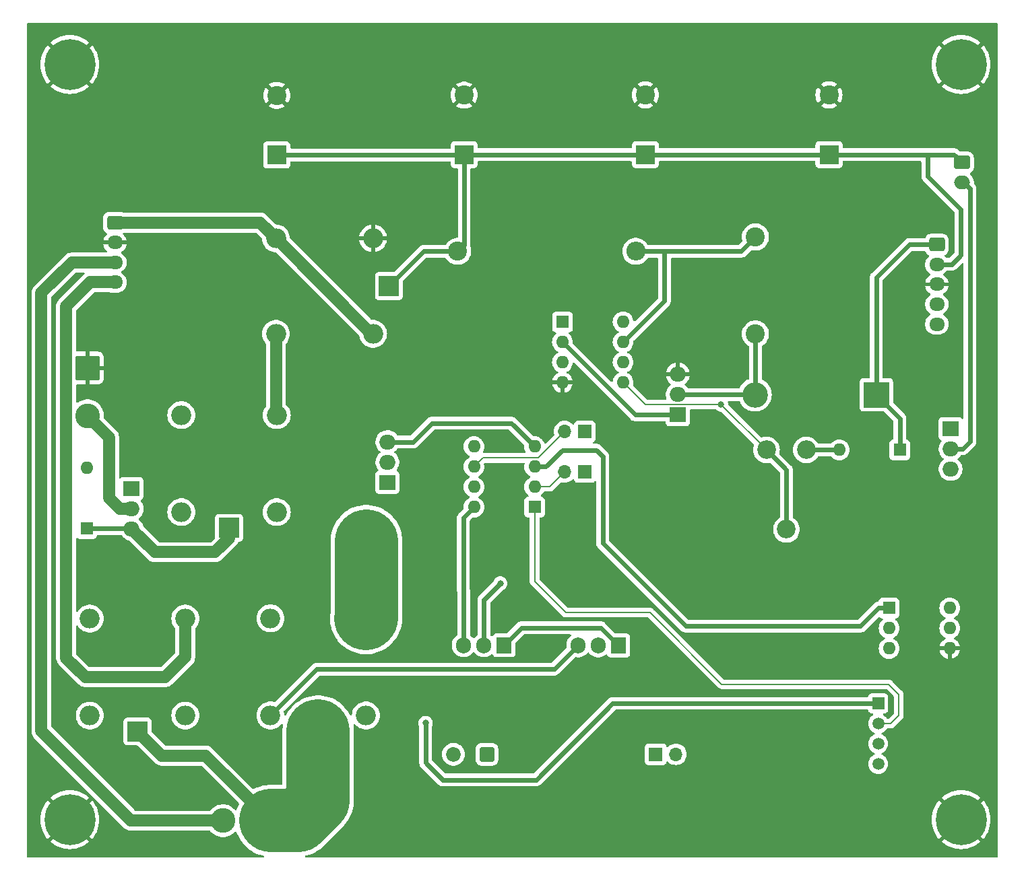
<source format=gbl>
G04 #@! TF.GenerationSoftware,KiCad,Pcbnew,8.0.2-8.0.2-0~ubuntu24.04.1*
G04 #@! TF.CreationDate,2024-04-29T20:27:31+02:00*
G04 #@! TF.ProjectId,astrobox_power,61737472-6f62-46f7-985f-706f7765722e,1*
G04 #@! TF.SameCoordinates,Original*
G04 #@! TF.FileFunction,Copper,L2,Bot*
G04 #@! TF.FilePolarity,Positive*
%FSLAX46Y46*%
G04 Gerber Fmt 4.6, Leading zero omitted, Abs format (unit mm)*
G04 Created by KiCad (PCBNEW 8.0.2-8.0.2-0~ubuntu24.04.1) date 2024-04-29 20:27:31*
%MOMM*%
%LPD*%
G01*
G04 APERTURE LIST*
G04 Aperture macros list*
%AMRoundRect*
0 Rectangle with rounded corners*
0 $1 Rounding radius*
0 $2 $3 $4 $5 $6 $7 $8 $9 X,Y pos of 4 corners*
0 Add a 4 corners polygon primitive as box body*
4,1,4,$2,$3,$4,$5,$6,$7,$8,$9,$2,$3,0*
0 Add four circle primitives for the rounded corners*
1,1,$1+$1,$2,$3*
1,1,$1+$1,$4,$5*
1,1,$1+$1,$6,$7*
1,1,$1+$1,$8,$9*
0 Add four rect primitives between the rounded corners*
20,1,$1+$1,$2,$3,$4,$5,0*
20,1,$1+$1,$4,$5,$6,$7,0*
20,1,$1+$1,$6,$7,$8,$9,0*
20,1,$1+$1,$8,$9,$2,$3,0*%
G04 Aperture macros list end*
G04 #@! TA.AperFunction,ComponentPad*
%ADD10R,1.700000X1.700000*%
G04 #@! TD*
G04 #@! TA.AperFunction,ComponentPad*
%ADD11O,1.700000X1.700000*%
G04 #@! TD*
G04 #@! TA.AperFunction,ComponentPad*
%ADD12R,2.500000X2.500000*%
G04 #@! TD*
G04 #@! TA.AperFunction,ComponentPad*
%ADD13O,2.500000X2.500000*%
G04 #@! TD*
G04 #@! TA.AperFunction,ComponentPad*
%ADD14C,6.400000*%
G04 #@! TD*
G04 #@! TA.AperFunction,ComponentPad*
%ADD15R,1.600000X1.600000*%
G04 #@! TD*
G04 #@! TA.AperFunction,ComponentPad*
%ADD16O,1.600000X1.600000*%
G04 #@! TD*
G04 #@! TA.AperFunction,ComponentPad*
%ADD17R,1.905000X2.000000*%
G04 #@! TD*
G04 #@! TA.AperFunction,ComponentPad*
%ADD18O,1.905000X2.000000*%
G04 #@! TD*
G04 #@! TA.AperFunction,ComponentPad*
%ADD19C,2.340000*%
G04 #@! TD*
G04 #@! TA.AperFunction,ComponentPad*
%ADD20RoundRect,0.249999X1.300001X1.300001X-1.300001X1.300001X-1.300001X-1.300001X1.300001X-1.300001X0*%
G04 #@! TD*
G04 #@! TA.AperFunction,ComponentPad*
%ADD21C,3.100000*%
G04 #@! TD*
G04 #@! TA.AperFunction,ComponentPad*
%ADD22R,2.000000X1.905000*%
G04 #@! TD*
G04 #@! TA.AperFunction,ComponentPad*
%ADD23O,2.000000X1.905000*%
G04 #@! TD*
G04 #@! TA.AperFunction,ComponentPad*
%ADD24RoundRect,0.249999X-1.300001X-1.300001X1.300001X-1.300001X1.300001X1.300001X-1.300001X1.300001X0*%
G04 #@! TD*
G04 #@! TA.AperFunction,ComponentPad*
%ADD25R,2.400000X2.400000*%
G04 #@! TD*
G04 #@! TA.AperFunction,ComponentPad*
%ADD26C,2.400000*%
G04 #@! TD*
G04 #@! TA.AperFunction,ComponentPad*
%ADD27RoundRect,0.250000X0.675000X0.675000X-0.675000X0.675000X-0.675000X-0.675000X0.675000X-0.675000X0*%
G04 #@! TD*
G04 #@! TA.AperFunction,ComponentPad*
%ADD28C,1.850000*%
G04 #@! TD*
G04 #@! TA.AperFunction,ComponentPad*
%ADD29RoundRect,0.250000X-0.725000X0.600000X-0.725000X-0.600000X0.725000X-0.600000X0.725000X0.600000X0*%
G04 #@! TD*
G04 #@! TA.AperFunction,ComponentPad*
%ADD30O,1.950000X1.700000*%
G04 #@! TD*
G04 #@! TA.AperFunction,ComponentPad*
%ADD31R,3.200000X3.200000*%
G04 #@! TD*
G04 #@! TA.AperFunction,ComponentPad*
%ADD32O,3.200000X3.200000*%
G04 #@! TD*
G04 #@! TA.AperFunction,ComponentPad*
%ADD33RoundRect,0.250000X-0.750000X0.600000X-0.750000X-0.600000X0.750000X-0.600000X0.750000X0.600000X0*%
G04 #@! TD*
G04 #@! TA.AperFunction,ComponentPad*
%ADD34O,2.000000X1.700000*%
G04 #@! TD*
G04 #@! TA.AperFunction,ComponentPad*
%ADD35RoundRect,0.249999X-1.300001X1.300001X-1.300001X-1.300001X1.300001X-1.300001X1.300001X1.300001X0*%
G04 #@! TD*
G04 #@! TA.AperFunction,ComponentPad*
%ADD36O,2.400000X2.400000*%
G04 #@! TD*
G04 #@! TA.AperFunction,ComponentPad*
%ADD37R,1.500000X1.500000*%
G04 #@! TD*
G04 #@! TA.AperFunction,ComponentPad*
%ADD38C,1.500000*%
G04 #@! TD*
G04 #@! TA.AperFunction,ViaPad*
%ADD39C,0.800000*%
G04 #@! TD*
G04 #@! TA.AperFunction,Conductor*
%ADD40C,0.600000*%
G04 #@! TD*
G04 #@! TA.AperFunction,Conductor*
%ADD41C,1.500000*%
G04 #@! TD*
G04 #@! TA.AperFunction,Conductor*
%ADD42C,0.200000*%
G04 #@! TD*
G04 #@! TA.AperFunction,Conductor*
%ADD43C,8.000000*%
G04 #@! TD*
G04 APERTURE END LIST*
D10*
G04 #@! TO.P,D8,1,K*
G04 #@! TO.N,Net-(D8-K)*
X138120000Y-92400000D03*
D11*
G04 #@! TO.P,D8,2,A*
G04 #@! TO.N,Net-(D8-A)*
X135580000Y-92400000D03*
G04 #@! TD*
D12*
G04 #@! TO.P,K3,1*
G04 #@! TO.N,Net-(J8-Pin_1)*
X81920000Y-130127500D03*
D13*
G04 #@! TO.P,K3,2*
G04 #@! TO.N,/Internal_Bat_Subsystem/INTBAT_GND*
X87920000Y-128127500D03*
G04 #@! TO.P,K3,3*
G04 #@! TO.N,Net-(K3-Pad3)*
X87920000Y-115927500D03*
G04 #@! TO.P,K3,4*
G04 #@! TO.N,unconnected-(K3-Pad4)*
X75920000Y-115927500D03*
G04 #@! TO.P,K3,5*
G04 #@! TO.N,/Internal_Bat_Subsystem/INTBAT_12V*
X75920000Y-128127500D03*
G04 #@! TD*
D14*
G04 #@! TO.P,REF\u002A\u002A,1*
G04 #@! TO.N,GND*
X185420000Y-46228000D03*
G04 #@! TD*
D15*
G04 #@! TO.P,U1,1,SwC*
G04 #@! TO.N,+12V*
X135320000Y-78600000D03*
D16*
G04 #@! TO.P,U1,2,SwE*
G04 #@! TO.N,Net-(Q2-G)*
X135320000Y-81140000D03*
G04 #@! TO.P,U1,3,TC*
G04 #@! TO.N,Net-(U1-TC)*
X135320000Y-83680000D03*
G04 #@! TO.P,U1,4,GND*
G04 #@! TO.N,GND*
X135320000Y-86220000D03*
G04 #@! TO.P,U1,5,Vfb*
G04 #@! TO.N,Net-(U1-Vfb)*
X142940000Y-86220000D03*
G04 #@! TO.P,U1,6,Vin*
G04 #@! TO.N,+12V*
X142940000Y-83680000D03*
G04 #@! TO.P,U1,7,Ipk*
G04 #@! TO.N,Net-(U1-Ipk)*
X142940000Y-81140000D03*
G04 #@! TO.P,U1,8,DC*
G04 #@! TO.N,+12V*
X142940000Y-78600000D03*
G04 #@! TD*
D17*
G04 #@! TO.P,U3,1,IN*
G04 #@! TO.N,Net-(SW5-B)*
X127975000Y-119275000D03*
D18*
G04 #@! TO.P,U3,2,GND*
G04 #@! TO.N,Net-(BT2--)*
X125435000Y-119275000D03*
G04 #@! TO.P,U3,3,OUT*
G04 #@! TO.N,Net-(U3-OUT)*
X122895000Y-119275000D03*
G04 #@! TD*
D15*
G04 #@! TO.P,D4,1,K*
G04 #@! TO.N,Net-(D4-K)*
X75520000Y-104610000D03*
D16*
G04 #@! TO.P,D4,2,A*
G04 #@! TO.N,Net-(D4-A)*
X75520000Y-96990000D03*
G04 #@! TD*
D14*
G04 #@! TO.P,REF\u002A\u002A,1*
G04 #@! TO.N,GND*
X73406000Y-46228000D03*
G04 #@! TD*
D15*
G04 #@! TO.P,D7,1,K*
G04 #@! TO.N,/StepUp_15V/15V*
X177730000Y-94700000D03*
D16*
G04 #@! TO.P,D7,2,A*
G04 #@! TO.N,Net-(D7-A)*
X170110000Y-94700000D03*
G04 #@! TD*
D19*
G04 #@! TO.P,RV1,1,1*
G04 #@! TO.N,Net-(U1-Vfb)*
X160970000Y-94700000D03*
G04 #@! TO.P,RV1,2,2*
X163470000Y-104700000D03*
G04 #@! TO.P,RV1,3,3*
G04 #@! TO.N,Net-(D7-A)*
X165970000Y-94700000D03*
G04 #@! TD*
D20*
G04 #@! TO.P,J8,1,Pin_1*
G04 #@! TO.N,Net-(J8-Pin_1)*
X98650000Y-141350000D03*
D21*
G04 #@! TO.P,J8,2,Pin_2*
G04 #@! TO.N,Net-(J8-Pin_2)*
X92650000Y-141350000D03*
G04 #@! TD*
D22*
G04 #@! TO.P,Q2,1,G*
G04 #@! TO.N,Net-(Q2-G)*
X149820000Y-90280000D03*
D23*
G04 #@! TO.P,Q2,2,D*
G04 #@! TO.N,Net-(D6-A)*
X149820000Y-87740000D03*
G04 #@! TO.P,Q2,3,S*
G04 #@! TO.N,GND*
X149820000Y-85200000D03*
G04 #@! TD*
D12*
G04 #@! TO.P,K1,1*
G04 #@! TO.N,Net-(J8-Pin_1)*
X104620000Y-130100000D03*
D13*
G04 #@! TO.P,K1,2*
G04 #@! TO.N,/Internal_Bat_Subsystem/INTBAT_GND*
X110620000Y-128100000D03*
G04 #@! TO.P,K1,3*
G04 #@! TO.N,Net-(J7-Pin_1)*
X110620000Y-115900000D03*
G04 #@! TO.P,K1,4*
G04 #@! TO.N,unconnected-(K1-Pad4)*
X98620000Y-115900000D03*
G04 #@! TO.P,K1,5*
G04 #@! TO.N,/Internal_Bat_Subsystem/INTBAT_12V*
X98620000Y-128100000D03*
G04 #@! TD*
D24*
G04 #@! TO.P,J7,1,Pin_1*
G04 #@! TO.N,Net-(J7-Pin_1)*
X110675000Y-106150000D03*
G04 #@! TD*
D12*
G04 #@! TO.P,K2,1*
G04 #@! TO.N,+12V*
X113520000Y-74100000D03*
D13*
G04 #@! TO.P,K2,2*
G04 #@! TO.N,GND*
X111520000Y-68100000D03*
G04 #@! TO.P,K2,3*
G04 #@! TO.N,Net-(D2-K)*
X99320000Y-68100000D03*
G04 #@! TO.P,K2,4*
G04 #@! TO.N,Net-(K2-Pad4)*
X99320000Y-80100000D03*
G04 #@! TO.P,K2,5*
G04 #@! TO.N,Net-(D2-K)*
X111520000Y-80100000D03*
G04 #@! TD*
D15*
G04 #@! TO.P,U6,1*
G04 #@! TO.N,/Internal_Bat_Subsystem/PWM_FAN*
X176375000Y-114600000D03*
D16*
G04 #@! TO.P,U6,2*
G04 #@! TO.N,/Internal_Bat_Subsystem/INTBAT_GND*
X176375000Y-117140000D03*
G04 #@! TO.P,U6,3,NC*
G04 #@! TO.N,unconnected-(U6-NC-Pad3)*
X176375000Y-119680000D03*
G04 #@! TO.P,U6,4*
G04 #@! TO.N,GND*
X183995000Y-119680000D03*
G04 #@! TO.P,U6,5*
G04 #@! TO.N,Net-(Q4-S)*
X183995000Y-117140000D03*
G04 #@! TO.P,U6,6*
G04 #@! TO.N,unconnected-(U6-Pad6)*
X183995000Y-114600000D03*
G04 #@! TD*
D25*
G04 #@! TO.P,C2,1*
G04 #@! TO.N,+12V*
X145745000Y-57552780D03*
D26*
G04 #@! TO.P,C2,2*
G04 #@! TO.N,GND*
X145745000Y-50052780D03*
G04 #@! TD*
D27*
G04 #@! TO.P,BT2,1,+*
G04 #@! TO.N,Net-(BT2-+)*
X125820000Y-133000000D03*
D28*
G04 #@! TO.P,BT2,2,-*
G04 #@! TO.N,Net-(BT2--)*
X121620000Y-133000000D03*
G04 #@! TD*
D25*
G04 #@! TO.P,C4,1*
G04 #@! TO.N,+12V*
X99420000Y-57600000D03*
D26*
G04 #@! TO.P,C4,2*
G04 #@! TO.N,GND*
X99420000Y-50100000D03*
G04 #@! TD*
D29*
G04 #@! TO.P,PS1,1,Vout-*
G04 #@! TO.N,Net-(D2-K)*
X79075000Y-66125000D03*
D30*
G04 #@! TO.P,PS1,2,Vout+*
G04 #@! TO.N,GND*
X79075000Y-68625000D03*
G04 #@! TO.P,PS1,3,AC*
G04 #@! TO.N,Net-(J8-Pin_2)*
X79075000Y-71125000D03*
G04 #@! TO.P,PS1,4,AC*
G04 #@! TO.N,Net-(K3-Pad3)*
X79075000Y-73625000D03*
G04 #@! TD*
D25*
G04 #@! TO.P,C3,1*
G04 #@! TO.N,+12V*
X122970000Y-57575000D03*
D26*
G04 #@! TO.P,C3,2*
G04 #@! TO.N,GND*
X122970000Y-50075000D03*
G04 #@! TD*
D31*
G04 #@! TO.P,D6,1,K*
G04 #@! TO.N,/StepUp_15V/15V*
X174760000Y-87775000D03*
D32*
G04 #@! TO.P,D6,2,A*
G04 #@! TO.N,Net-(D6-A)*
X159520000Y-87775000D03*
G04 #@! TD*
D22*
G04 #@! TO.P,Q1,1,G*
G04 #@! TO.N,Net-(D4-A)*
X81175000Y-99560000D03*
D23*
G04 #@! TO.P,Q1,2,D*
G04 #@! TO.N,Net-(J9-Pin_2)*
X81175000Y-102100000D03*
G04 #@! TO.P,Q1,3,S*
G04 #@! TO.N,Net-(D4-K)*
X81175000Y-104640000D03*
G04 #@! TD*
D33*
G04 #@! TO.P,J10,1,Pin_1*
G04 #@! TO.N,+12V*
X185525000Y-58550000D03*
D34*
G04 #@! TO.P,J10,2,Pin_2*
G04 #@! TO.N,Net-(J10-Pin_2)*
X185525000Y-61050000D03*
G04 #@! TD*
D26*
G04 #@! TO.P,L1,1,1*
G04 #@! TO.N,Net-(U1-Ipk)*
X159570000Y-67925000D03*
G04 #@! TO.P,L1,2,2*
G04 #@! TO.N,Net-(D6-A)*
X159570000Y-80125000D03*
G04 #@! TD*
D17*
G04 #@! TO.P,U2,1,VI*
G04 #@! TO.N,Net-(SW5-B)*
X142365000Y-119300000D03*
D18*
G04 #@! TO.P,U2,2,GND*
G04 #@! TO.N,Net-(BT2--)*
X139825000Y-119300000D03*
G04 #@! TO.P,U2,3,VO*
G04 #@! TO.N,/Internal_Bat_Subsystem/INTBAT_12V*
X137285000Y-119300000D03*
G04 #@! TD*
D25*
G04 #@! TO.P,C1,1*
G04 #@! TO.N,+12V*
X168820000Y-57552780D03*
D26*
G04 #@! TO.P,C1,2*
G04 #@! TO.N,GND*
X168820000Y-50052780D03*
G04 #@! TD*
D35*
G04 #@! TO.P,J9,1,Pin_1*
G04 #@! TO.N,GND*
X75620000Y-84400000D03*
D21*
G04 #@! TO.P,J9,2,Pin_2*
G04 #@! TO.N,Net-(J9-Pin_2)*
X75620000Y-90400000D03*
G04 #@! TD*
D14*
G04 #@! TO.P,REF\u002A\u002A,1*
G04 #@! TO.N,GND*
X73406000Y-141224000D03*
G04 #@! TD*
D12*
G04 #@! TO.P,K4,1*
G04 #@! TO.N,Net-(D4-K)*
X93420000Y-104527500D03*
D13*
G04 #@! TO.P,K4,2*
G04 #@! TO.N,/Internal_Bat_Subsystem/INTBAT_GND*
X99420000Y-102527500D03*
G04 #@! TO.P,K4,3*
G04 #@! TO.N,Net-(K2-Pad4)*
X99420000Y-90327500D03*
G04 #@! TO.P,K4,4*
G04 #@! TO.N,unconnected-(K4-Pad4)*
X87420000Y-90327500D03*
G04 #@! TO.P,K4,5*
G04 #@! TO.N,/Internal_Bat_Subsystem/INTBAT_12V*
X87420000Y-102527500D03*
G04 #@! TD*
D26*
G04 #@! TO.P,R2,1*
G04 #@! TO.N,+12V*
X122145000Y-69725000D03*
D36*
G04 #@! TO.P,R2,2*
G04 #@! TO.N,Net-(U1-Ipk)*
X144545000Y-69725000D03*
G04 #@! TD*
D10*
G04 #@! TO.P,D9,1,K*
G04 #@! TO.N,Net-(D9-K)*
X138120000Y-97500000D03*
D11*
G04 #@! TO.P,D9,2,A*
G04 #@! TO.N,Net-(D9-A)*
X135580000Y-97500000D03*
G04 #@! TD*
D14*
G04 #@! TO.P,REF\u002A\u002A,1*
G04 #@! TO.N,GND*
X185420000Y-141224000D03*
G04 #@! TD*
D22*
G04 #@! TO.P,Q3,1,G*
G04 #@! TO.N,Net-(D8-A)*
X113320000Y-98780000D03*
D23*
G04 #@! TO.P,Q3,2,D*
G04 #@! TO.N,/Internal_Bat_Subsystem/INTBAT_GND*
X113320000Y-96240000D03*
G04 #@! TO.P,Q3,3,S*
G04 #@! TO.N,Net-(BT2--)*
X113320000Y-93700000D03*
G04 #@! TD*
D22*
G04 #@! TO.P,Q4,1,G*
G04 #@! TO.N,Net-(Q4-G)*
X184105000Y-92035000D03*
D23*
G04 #@! TO.P,Q4,2,D*
G04 #@! TO.N,Net-(J10-Pin_2)*
X184105000Y-94575000D03*
G04 #@! TO.P,Q4,3,S*
G04 #@! TO.N,Net-(Q4-S)*
X184105000Y-97115000D03*
G04 #@! TD*
D10*
G04 #@! TO.P,SW5,1,A*
G04 #@! TO.N,Net-(D10-K)*
X147045000Y-133000000D03*
D11*
G04 #@! TO.P,SW5,2,B*
G04 #@! TO.N,Net-(SW5-B)*
X149585000Y-133000000D03*
G04 #@! TD*
D37*
G04 #@! TO.P,U5,1,VCC*
G04 #@! TO.N,Net-(U3-OUT)*
X174997500Y-126587500D03*
D38*
G04 #@! TO.P,U5,2,IO*
G04 #@! TO.N,Net-(U4-~{RESET}{slash}PB5)*
X174997500Y-129127500D03*
G04 #@! TO.P,U5,3,NC*
G04 #@! TO.N,unconnected-(U5-NC-Pad3)*
X174997500Y-131667500D03*
G04 #@! TO.P,U5,4,GND*
G04 #@! TO.N,Net-(BT2--)*
X174997500Y-134207500D03*
G04 #@! TD*
D15*
G04 #@! TO.P,U4,1,~{RESET}/PB5*
G04 #@! TO.N,Net-(U4-~{RESET}{slash}PB5)*
X131820000Y-101900000D03*
D16*
G04 #@! TO.P,U4,2,XTAL1/PB3*
G04 #@! TO.N,Net-(D9-A)*
X131820000Y-99360000D03*
G04 #@! TO.P,U4,3,XTAL2/PB4*
G04 #@! TO.N,/Internal_Bat_Subsystem/PWM_FAN*
X131820000Y-96820000D03*
G04 #@! TO.P,U4,4,GND*
G04 #@! TO.N,Net-(BT2--)*
X131820000Y-94280000D03*
G04 #@! TO.P,U4,5,AREF/PB0*
G04 #@! TO.N,/Internal_Bat_Subsystem/SDA*
X124200000Y-94280000D03*
G04 #@! TO.P,U4,6,PB1*
G04 #@! TO.N,Net-(D8-A)*
X124200000Y-96820000D03*
G04 #@! TO.P,U4,7,PB2*
G04 #@! TO.N,/Internal_Bat_Subsystem/SCL*
X124200000Y-99360000D03*
G04 #@! TO.P,U4,8,VCC*
G04 #@! TO.N,Net-(U3-OUT)*
X124200000Y-101900000D03*
G04 #@! TD*
D29*
G04 #@! TO.P,J6,1,Pin_1*
G04 #@! TO.N,/StepUp_15V/15V*
X182370000Y-68880000D03*
D30*
G04 #@! TO.P,J6,2,Pin_2*
G04 #@! TO.N,+12V*
X182370000Y-71380000D03*
G04 #@! TO.P,J6,3,Pin_3*
G04 #@! TO.N,GND*
X182370000Y-73880000D03*
G04 #@! TO.P,J6,4,Pin_4*
G04 #@! TO.N,/Internal_Bat_Subsystem/SCL*
X182370000Y-76380000D03*
G04 #@! TO.P,J6,5,Pin_5*
G04 #@! TO.N,/Internal_Bat_Subsystem/SDA*
X182370000Y-78880000D03*
G04 #@! TD*
D39*
G04 #@! TO.N,Net-(BT2--)*
X127508000Y-111506000D03*
G04 #@! TO.N,Net-(U3-OUT)*
X118125000Y-129057000D03*
G04 #@! TO.N,Net-(U1-Vfb)*
X155262500Y-88992500D03*
G04 #@! TD*
D40*
G04 #@! TO.N,Net-(SW5-B)*
X140159000Y-117094000D02*
X142365000Y-119300000D01*
X130156000Y-117094000D02*
X140159000Y-117094000D01*
X127975000Y-119275000D02*
X130156000Y-117094000D01*
D41*
G04 #@! TO.N,Net-(D2-K)*
X97345000Y-66125000D02*
X99320000Y-68100000D01*
X99320000Y-68100000D02*
X111320000Y-80100000D01*
X111320000Y-80100000D02*
X111520000Y-80100000D01*
X79075000Y-66125000D02*
X97345000Y-66125000D01*
D40*
G04 #@! TO.N,Net-(D6-A)*
X159485000Y-87740000D02*
X159520000Y-87775000D01*
X149820000Y-87740000D02*
X159485000Y-87740000D01*
X159570000Y-80125000D02*
X159570000Y-87725000D01*
X159570000Y-87725000D02*
X159520000Y-87775000D01*
G04 #@! TO.N,Net-(D7-A)*
X165970000Y-94700000D02*
X170110000Y-94700000D01*
D42*
G04 #@! TO.N,Net-(D8-A)*
X132260000Y-95720000D02*
X135580000Y-92400000D01*
X125300000Y-95720000D02*
X132260000Y-95720000D01*
X124200000Y-96820000D02*
X125300000Y-95720000D01*
G04 #@! TO.N,Net-(D9-A)*
X133720000Y-99360000D02*
X135580000Y-97500000D01*
X131820000Y-99360000D02*
X133720000Y-99360000D01*
D40*
G04 #@! TO.N,Net-(BT2--)*
X125435000Y-119275000D02*
X125435000Y-113579000D01*
X118920000Y-91350000D02*
X128890000Y-91350000D01*
X128890000Y-91350000D02*
X131820000Y-94280000D01*
X116570000Y-93700000D02*
X118920000Y-91350000D01*
X113320000Y-93700000D02*
X116570000Y-93700000D01*
X125435000Y-113579000D02*
X127508000Y-111506000D01*
G04 #@! TO.N,+12V*
X145745000Y-57552780D02*
X168820000Y-57552780D01*
X184245000Y-71380000D02*
X185400000Y-70225000D01*
X185400000Y-64450000D02*
X181225000Y-60275000D01*
X99420000Y-57600000D02*
X122945000Y-57600000D01*
X122970000Y-68900000D02*
X122145000Y-69725000D01*
X185400000Y-70225000D02*
X185400000Y-64450000D01*
X168820000Y-57552780D02*
X181225000Y-57552780D01*
X182370000Y-71380000D02*
X184245000Y-71380000D01*
X122970000Y-57575000D02*
X122970000Y-68900000D01*
X181225000Y-57552780D02*
X184527780Y-57552780D01*
X184527780Y-57552780D02*
X185525000Y-58550000D01*
X117895000Y-69725000D02*
X113520000Y-74100000D01*
X145722780Y-57575000D02*
X145745000Y-57552780D01*
X122145000Y-69725000D02*
X117895000Y-69725000D01*
X122945000Y-57600000D02*
X122970000Y-57575000D01*
X122970000Y-57575000D02*
X145722780Y-57575000D01*
X181225000Y-60275000D02*
X181225000Y-57552780D01*
G04 #@! TO.N,/StepUp_15V/15V*
X174760000Y-87775000D02*
X174760000Y-73015000D01*
X178895000Y-68880000D02*
X182370000Y-68880000D01*
X174760000Y-73015000D02*
X178895000Y-68880000D01*
X177730000Y-90745000D02*
X174760000Y-87775000D01*
X177730000Y-94700000D02*
X177730000Y-90745000D01*
G04 #@! TO.N,/Internal_Bat_Subsystem/INTBAT_12V*
X98620000Y-128100000D02*
X104445000Y-122275000D01*
X134310000Y-122275000D02*
X137285000Y-119300000D01*
X104445000Y-122275000D02*
X134310000Y-122275000D01*
G04 #@! TO.N,Net-(U3-OUT)*
X141637500Y-126587500D02*
X132000000Y-136225000D01*
X122875000Y-103225000D02*
X124200000Y-101900000D01*
X122895000Y-119275000D02*
X122895000Y-112370000D01*
X122895000Y-112370000D02*
X122875000Y-112350000D01*
X118125000Y-134075000D02*
X118125000Y-129057000D01*
X120275000Y-136225000D02*
X118125000Y-134075000D01*
X132000000Y-136225000D02*
X120275000Y-136225000D01*
X122875000Y-112350000D02*
X122875000Y-103225000D01*
X174997500Y-126587500D02*
X141637500Y-126587500D01*
D41*
G04 #@! TO.N,Net-(D4-K)*
X84110000Y-107575000D02*
X81175000Y-104640000D01*
X93420000Y-104527500D02*
X93420000Y-105830000D01*
D40*
X75520000Y-104610000D02*
X81145000Y-104610000D01*
D41*
X91675000Y-107575000D02*
X84110000Y-107575000D01*
X93420000Y-105830000D02*
X91675000Y-107575000D01*
D43*
G04 #@! TO.N,Net-(J7-Pin_1)*
X110675000Y-106150000D02*
X110675000Y-115845000D01*
X110675000Y-115845000D02*
X110620000Y-115900000D01*
D41*
G04 #@! TO.N,Net-(J8-Pin_1)*
X81920000Y-130127500D02*
X84967500Y-133175000D01*
X90475000Y-133175000D02*
X98650000Y-141350000D01*
D43*
X98650000Y-141350000D02*
X102100000Y-141350000D01*
X102100000Y-141350000D02*
X104620000Y-138830000D01*
D41*
X84967500Y-133175000D02*
X90475000Y-133175000D01*
D43*
X104620000Y-138830000D02*
X104620000Y-130100000D01*
D41*
G04 #@! TO.N,Net-(J8-Pin_2)*
X81100000Y-141350000D02*
X69825000Y-130075000D01*
X73675000Y-71125000D02*
X79075000Y-71125000D01*
X69825000Y-130075000D02*
X69825000Y-74975000D01*
X92650000Y-141350000D02*
X81100000Y-141350000D01*
X69825000Y-74975000D02*
X73675000Y-71125000D01*
G04 #@! TO.N,Net-(J9-Pin_2)*
X78350000Y-100750000D02*
X78350000Y-93130000D01*
X79700000Y-102100000D02*
X78350000Y-100750000D01*
X81175000Y-102100000D02*
X79700000Y-102100000D01*
X78350000Y-93130000D02*
X75620000Y-90400000D01*
G04 #@! TO.N,Net-(K2-Pad4)*
X99320000Y-80100000D02*
X99320000Y-90227500D01*
X99320000Y-90227500D02*
X99420000Y-90327500D01*
G04 #@! TO.N,Net-(K3-Pad3)*
X72950000Y-120875000D02*
X72950000Y-76625000D01*
X75950000Y-73625000D02*
X79075000Y-73625000D01*
X75350000Y-123275000D02*
X72950000Y-120875000D01*
X72950000Y-76625000D02*
X75950000Y-73625000D01*
X87920000Y-120755000D02*
X85400000Y-123275000D01*
X85400000Y-123275000D02*
X75350000Y-123275000D01*
X87920000Y-115927500D02*
X87920000Y-120755000D01*
D40*
G04 #@! TO.N,Net-(U1-Ipk)*
X148150000Y-69725000D02*
X157770000Y-69725000D01*
X157770000Y-69725000D02*
X159570000Y-67925000D01*
X142940000Y-81140000D02*
X148150000Y-75930000D01*
X148150000Y-75930000D02*
X148150000Y-69725000D01*
X144545000Y-69725000D02*
X148150000Y-69725000D01*
G04 #@! TO.N,Net-(Q2-G)*
X144460000Y-90280000D02*
X149820000Y-90280000D01*
X135320000Y-81140000D02*
X144460000Y-90280000D01*
D42*
G04 #@! TO.N,Net-(U1-Vfb)*
X145712500Y-88992500D02*
X155262500Y-88992500D01*
D40*
X163470000Y-97200000D02*
X160970000Y-94700000D01*
D42*
X155262500Y-88992500D02*
X160970000Y-94700000D01*
X142940000Y-86220000D02*
X145712500Y-88992500D01*
D40*
X163470000Y-104700000D02*
X163470000Y-97200000D01*
G04 #@! TO.N,Net-(J10-Pin_2)*
X186525000Y-93660000D02*
X185610000Y-94575000D01*
X185525000Y-61050000D02*
X185725000Y-61050000D01*
X186525000Y-61850000D02*
X186525000Y-93660000D01*
X185725000Y-61050000D02*
X186525000Y-61850000D01*
X185610000Y-94575000D02*
X184105000Y-94575000D01*
D42*
G04 #@! TO.N,Net-(U4-~{RESET}{slash}PB5)*
X131820000Y-111245000D02*
X135725000Y-115150000D01*
X155350000Y-124200000D02*
X176325000Y-124200000D01*
X146300000Y-115150000D02*
X155350000Y-124200000D01*
X135725000Y-115150000D02*
X146300000Y-115150000D01*
X177575000Y-125450000D02*
X177575000Y-128150000D01*
X177575000Y-128150000D02*
X176597500Y-129127500D01*
X176597500Y-129127500D02*
X174997500Y-129127500D01*
X176325000Y-124200000D02*
X177575000Y-125450000D01*
X131820000Y-101900000D02*
X131820000Y-111245000D01*
D40*
G04 #@! TO.N,/Internal_Bat_Subsystem/PWM_FAN*
X176375000Y-114600000D02*
X175050000Y-114600000D01*
X140375000Y-106425000D02*
X140375000Y-95550000D01*
X139550000Y-94725000D02*
X135325000Y-94725000D01*
X135325000Y-94725000D02*
X133230000Y-96820000D01*
X140375000Y-95550000D02*
X139550000Y-94725000D01*
X175050000Y-114600000D02*
X172775000Y-116875000D01*
X150825000Y-116875000D02*
X140375000Y-106425000D01*
X133230000Y-96820000D02*
X131820000Y-96820000D01*
X172775000Y-116875000D02*
X150825000Y-116875000D01*
G04 #@! TD*
G04 #@! TA.AperFunction,Conductor*
G04 #@! TO.N,GND*
G36*
X189943039Y-41019685D02*
G01*
X189988794Y-41072489D01*
X190000000Y-41124000D01*
X190000000Y-145876000D01*
X189980315Y-145943039D01*
X189927511Y-145988794D01*
X189876000Y-146000000D01*
X103063216Y-146000000D01*
X102996177Y-145980315D01*
X102950422Y-145927511D01*
X102940478Y-145858353D01*
X102969503Y-145794797D01*
X103028281Y-145757023D01*
X103041681Y-145753884D01*
X103075015Y-145748007D01*
X103454616Y-145646293D01*
X103823908Y-145511881D01*
X104180080Y-145345796D01*
X104520421Y-145149300D01*
X104842341Y-144923889D01*
X105143391Y-144671278D01*
X105421278Y-144393391D01*
X105421278Y-144393390D01*
X105425593Y-144389076D01*
X105425612Y-144389054D01*
X107941278Y-141873391D01*
X108193889Y-141572341D01*
X108419300Y-141250421D01*
X108434555Y-141223999D01*
X181714922Y-141223999D01*
X181714922Y-141224000D01*
X181735219Y-141611287D01*
X181795886Y-141994323D01*
X181795887Y-141994330D01*
X181896262Y-142368936D01*
X182035244Y-142730994D01*
X182211310Y-143076543D01*
X182422531Y-143401793D01*
X182631095Y-143659350D01*
X182631096Y-143659350D01*
X184125748Y-142164698D01*
X184199588Y-142266330D01*
X184377670Y-142444412D01*
X184479300Y-142518251D01*
X182984648Y-144012903D01*
X182984649Y-144012904D01*
X183242206Y-144221468D01*
X183567456Y-144432689D01*
X183913005Y-144608755D01*
X184275063Y-144747737D01*
X184649669Y-144848112D01*
X184649676Y-144848113D01*
X185032712Y-144908780D01*
X185419999Y-144929078D01*
X185420001Y-144929078D01*
X185807287Y-144908780D01*
X186190323Y-144848113D01*
X186190330Y-144848112D01*
X186564936Y-144747737D01*
X186926994Y-144608755D01*
X187272543Y-144432689D01*
X187597783Y-144221476D01*
X187597785Y-144221475D01*
X187855349Y-144012902D01*
X186360698Y-142518251D01*
X186462330Y-142444412D01*
X186640412Y-142266330D01*
X186714251Y-142164698D01*
X188208902Y-143659349D01*
X188417475Y-143401785D01*
X188417476Y-143401783D01*
X188628689Y-143076543D01*
X188804755Y-142730994D01*
X188943737Y-142368936D01*
X189044112Y-141994330D01*
X189044113Y-141994323D01*
X189104780Y-141611287D01*
X189125078Y-141224000D01*
X189125078Y-141223999D01*
X189104780Y-140836712D01*
X189044113Y-140453676D01*
X189044112Y-140453669D01*
X188943737Y-140079063D01*
X188804755Y-139717005D01*
X188628689Y-139371456D01*
X188417468Y-139046206D01*
X188208904Y-138788649D01*
X188208903Y-138788648D01*
X186714251Y-140283300D01*
X186640412Y-140181670D01*
X186462330Y-140003588D01*
X186360698Y-139929748D01*
X187855350Y-138435096D01*
X187855350Y-138435095D01*
X187597793Y-138226531D01*
X187272543Y-138015310D01*
X186926994Y-137839244D01*
X186564936Y-137700262D01*
X186190330Y-137599887D01*
X186190323Y-137599886D01*
X185807287Y-137539219D01*
X185420001Y-137518922D01*
X185419999Y-137518922D01*
X185032712Y-137539219D01*
X184649676Y-137599886D01*
X184649669Y-137599887D01*
X184275063Y-137700262D01*
X183913005Y-137839244D01*
X183567456Y-138015310D01*
X183242206Y-138226531D01*
X182984648Y-138435095D01*
X182984648Y-138435096D01*
X184479301Y-139929748D01*
X184377670Y-140003588D01*
X184199588Y-140181670D01*
X184125748Y-140283300D01*
X182631096Y-138788648D01*
X182631095Y-138788648D01*
X182422531Y-139046206D01*
X182211310Y-139371456D01*
X182035244Y-139717005D01*
X181896262Y-140079063D01*
X181795887Y-140453669D01*
X181795886Y-140453676D01*
X181735219Y-140836712D01*
X181714922Y-141223999D01*
X108434555Y-141223999D01*
X108615796Y-140910080D01*
X108781881Y-140553907D01*
X108787904Y-140537361D01*
X108916293Y-140184616D01*
X109018007Y-139805015D01*
X109086249Y-139417993D01*
X109120500Y-139026496D01*
X109120500Y-129903504D01*
X109086249Y-129512007D01*
X109051353Y-129314101D01*
X109059097Y-129244664D01*
X109103153Y-129190435D01*
X109169534Y-129168633D01*
X109237165Y-129186181D01*
X109270414Y-129215256D01*
X109314016Y-129269931D01*
X109333198Y-129293985D01*
X109474699Y-129425277D01*
X109525521Y-129472433D01*
X109742296Y-129620228D01*
X109742301Y-129620230D01*
X109742302Y-129620231D01*
X109742303Y-129620232D01*
X109867843Y-129680688D01*
X109978673Y-129734061D01*
X109978674Y-129734061D01*
X109978677Y-129734063D01*
X110229385Y-129811396D01*
X110488818Y-129850500D01*
X110751182Y-129850500D01*
X111010615Y-129811396D01*
X111261323Y-129734063D01*
X111497704Y-129620228D01*
X111714479Y-129472433D01*
X111906805Y-129293981D01*
X112070386Y-129088857D01*
X112201568Y-128861643D01*
X112297420Y-128617416D01*
X112355802Y-128361630D01*
X112368225Y-128195855D01*
X112375408Y-128100004D01*
X112375408Y-128099995D01*
X112355803Y-127838379D01*
X112355802Y-127838374D01*
X112355802Y-127838370D01*
X112297420Y-127582584D01*
X112201568Y-127338357D01*
X112070386Y-127111143D01*
X111906805Y-126906019D01*
X111906804Y-126906018D01*
X111906801Y-126906014D01*
X111714479Y-126727567D01*
X111497704Y-126579772D01*
X111497700Y-126579770D01*
X111497697Y-126579768D01*
X111497696Y-126579767D01*
X111261325Y-126465938D01*
X111261327Y-126465938D01*
X111010623Y-126388606D01*
X111010619Y-126388605D01*
X111010615Y-126388604D01*
X110885823Y-126369794D01*
X110751187Y-126349500D01*
X110751182Y-126349500D01*
X110488818Y-126349500D01*
X110488812Y-126349500D01*
X110327247Y-126373853D01*
X110229385Y-126388604D01*
X110229382Y-126388605D01*
X110229376Y-126388606D01*
X109978673Y-126465938D01*
X109742303Y-126579767D01*
X109742302Y-126579768D01*
X109525520Y-126727567D01*
X109333198Y-126906014D01*
X109169614Y-127111143D01*
X109038432Y-127338356D01*
X108942582Y-127582578D01*
X108942576Y-127582597D01*
X108884197Y-127838374D01*
X108884196Y-127838379D01*
X108870780Y-128017416D01*
X108846141Y-128082797D01*
X108790066Y-128124478D01*
X108720357Y-128129226D01*
X108659148Y-128095533D01*
X108634745Y-128060555D01*
X108615800Y-128019929D01*
X108615792Y-128019913D01*
X108510983Y-127838379D01*
X108419300Y-127679579D01*
X108193889Y-127357659D01*
X108193888Y-127357658D01*
X108193884Y-127357652D01*
X107941275Y-127056606D01*
X107663393Y-126778724D01*
X107362347Y-126526115D01*
X107040427Y-126300704D01*
X107040424Y-126300702D01*
X107040421Y-126300700D01*
X106939305Y-126242320D01*
X106700086Y-126104207D01*
X106700062Y-126104195D01*
X106343921Y-125938124D01*
X106343910Y-125938120D01*
X106343908Y-125938119D01*
X105974616Y-125803707D01*
X105676172Y-125723739D01*
X105595016Y-125701993D01*
X105595005Y-125701991D01*
X105207997Y-125633751D01*
X104816500Y-125599500D01*
X104816496Y-125599500D01*
X104423504Y-125599500D01*
X104423499Y-125599500D01*
X104032004Y-125633751D01*
X104032000Y-125633751D01*
X103644994Y-125701991D01*
X103644983Y-125701993D01*
X103465459Y-125750097D01*
X103265384Y-125803707D01*
X103265381Y-125803708D01*
X103265380Y-125803708D01*
X102896078Y-125938124D01*
X102539937Y-126104195D01*
X102539913Y-126104207D01*
X102199587Y-126300695D01*
X102199572Y-126300704D01*
X101877652Y-126526115D01*
X101576606Y-126778724D01*
X101298724Y-127056606D01*
X101046115Y-127357652D01*
X100820704Y-127679572D01*
X100820695Y-127679587D01*
X100624207Y-128019913D01*
X100624198Y-128019931D01*
X100605253Y-128060557D01*
X100559079Y-128112996D01*
X100491885Y-128132146D01*
X100425005Y-128111929D01*
X100379671Y-128058762D01*
X100369219Y-128017416D01*
X100355803Y-127838378D01*
X100355802Y-127838374D01*
X100355802Y-127838370D01*
X100307479Y-127626656D01*
X100311752Y-127556922D01*
X100340687Y-127511389D01*
X104740259Y-123111819D01*
X104801582Y-123078334D01*
X104827940Y-123075500D01*
X134388844Y-123075500D01*
X134388845Y-123075499D01*
X134543497Y-123044737D01*
X134689179Y-122984394D01*
X134820289Y-122896789D01*
X136906642Y-120810434D01*
X136967963Y-120776951D01*
X137013714Y-120775644D01*
X137170646Y-120800500D01*
X137170648Y-120800500D01*
X137399353Y-120800500D01*
X137399354Y-120800500D01*
X137625245Y-120764722D01*
X137625248Y-120764721D01*
X137625249Y-120764721D01*
X137842755Y-120694049D01*
X137842755Y-120694048D01*
X137842758Y-120694048D01*
X138046538Y-120590217D01*
X138231566Y-120455786D01*
X138393286Y-120294066D01*
X138454683Y-120209559D01*
X138510012Y-120166896D01*
X138579625Y-120160917D01*
X138641420Y-120193523D01*
X138655314Y-120209556D01*
X138716714Y-120294066D01*
X138878434Y-120455786D01*
X139063462Y-120590217D01*
X139267242Y-120694048D01*
X139267244Y-120694049D01*
X139484751Y-120764721D01*
X139484752Y-120764721D01*
X139484755Y-120764722D01*
X139710646Y-120800500D01*
X139710647Y-120800500D01*
X139939353Y-120800500D01*
X139939354Y-120800500D01*
X140165245Y-120764722D01*
X140165248Y-120764721D01*
X140165249Y-120764721D01*
X140382755Y-120694049D01*
X140382755Y-120694048D01*
X140382758Y-120694048D01*
X140586538Y-120590217D01*
X140769245Y-120457472D01*
X140835046Y-120433994D01*
X140903100Y-120449819D01*
X140951795Y-120499924D01*
X140958308Y-120514459D01*
X140968702Y-120542328D01*
X140968706Y-120542335D01*
X141054952Y-120657544D01*
X141054955Y-120657547D01*
X141170164Y-120743793D01*
X141170171Y-120743797D01*
X141305017Y-120794091D01*
X141305016Y-120794091D01*
X141311944Y-120794835D01*
X141364627Y-120800500D01*
X143365372Y-120800499D01*
X143424983Y-120794091D01*
X143559831Y-120743796D01*
X143675046Y-120657546D01*
X143761296Y-120542331D01*
X143811591Y-120407483D01*
X143818000Y-120347873D01*
X143817999Y-118252128D01*
X143811591Y-118192517D01*
X143792020Y-118140045D01*
X143761297Y-118057671D01*
X143761293Y-118057664D01*
X143675047Y-117942455D01*
X143675044Y-117942452D01*
X143559835Y-117856206D01*
X143559828Y-117856202D01*
X143424982Y-117805908D01*
X143424983Y-117805908D01*
X143365383Y-117799501D01*
X143365381Y-117799500D01*
X143365373Y-117799500D01*
X143365365Y-117799500D01*
X142047940Y-117799500D01*
X141980901Y-117779815D01*
X141960259Y-117763181D01*
X140669292Y-116472213D01*
X140669288Y-116472210D01*
X140538181Y-116384607D01*
X140538172Y-116384602D01*
X140392501Y-116324264D01*
X140392489Y-116324261D01*
X140237845Y-116293500D01*
X140237842Y-116293500D01*
X130234843Y-116293500D01*
X130077158Y-116293500D01*
X130077153Y-116293500D01*
X129922510Y-116324260D01*
X129922502Y-116324262D01*
X129776824Y-116384604D01*
X129776819Y-116384607D01*
X129645711Y-116472210D01*
X129645707Y-116472213D01*
X128379739Y-117738181D01*
X128318416Y-117771666D01*
X128292058Y-117774500D01*
X126974629Y-117774500D01*
X126974623Y-117774501D01*
X126915016Y-117780908D01*
X126780171Y-117831202D01*
X126780164Y-117831206D01*
X126664955Y-117917452D01*
X126664952Y-117917455D01*
X126578706Y-118032664D01*
X126578703Y-118032670D01*
X126568308Y-118060541D01*
X126526436Y-118116474D01*
X126460972Y-118140891D01*
X126392699Y-118126039D01*
X126379240Y-118117524D01*
X126286614Y-118050226D01*
X126243948Y-117994896D01*
X126235500Y-117949909D01*
X126235500Y-113961939D01*
X126255185Y-113894900D01*
X126271814Y-113874263D01*
X127755566Y-112390510D01*
X127792801Y-112364918D01*
X127960730Y-112290151D01*
X128113871Y-112178888D01*
X128240533Y-112038216D01*
X128335179Y-111874284D01*
X128393674Y-111694256D01*
X128413460Y-111506000D01*
X128393674Y-111317744D01*
X128335179Y-111137716D01*
X128240533Y-110973784D01*
X128113871Y-110833112D01*
X128113870Y-110833111D01*
X127960734Y-110721851D01*
X127960729Y-110721848D01*
X127787807Y-110644857D01*
X127787802Y-110644855D01*
X127642001Y-110613865D01*
X127602646Y-110605500D01*
X127413354Y-110605500D01*
X127380897Y-110612398D01*
X127228197Y-110644855D01*
X127228192Y-110644857D01*
X127055270Y-110721848D01*
X127055265Y-110721851D01*
X126902129Y-110833111D01*
X126775466Y-110973785D01*
X126680821Y-111137715D01*
X126680816Y-111137725D01*
X126659510Y-111203298D01*
X126629261Y-111252659D01*
X125340323Y-112541599D01*
X124924711Y-112957211D01*
X124868960Y-113012962D01*
X124813209Y-113068712D01*
X124725609Y-113199814D01*
X124725602Y-113199827D01*
X124665264Y-113345498D01*
X124665261Y-113345510D01*
X124634500Y-113500153D01*
X124634500Y-117949909D01*
X124614815Y-118016948D01*
X124583386Y-118050227D01*
X124488432Y-118119215D01*
X124326715Y-118280932D01*
X124265318Y-118365438D01*
X124209987Y-118408103D01*
X124140374Y-118414082D01*
X124078579Y-118381476D01*
X124064682Y-118365438D01*
X124031975Y-118320421D01*
X124003286Y-118280934D01*
X123841566Y-118119214D01*
X123746613Y-118050226D01*
X123703949Y-117994896D01*
X123695500Y-117949909D01*
X123695500Y-112291157D01*
X123691512Y-112271111D01*
X123691511Y-112271107D01*
X123677882Y-112202585D01*
X123675500Y-112178395D01*
X123675500Y-103607939D01*
X123695185Y-103540900D01*
X123711815Y-103520262D01*
X123999674Y-103232402D01*
X124060995Y-103198919D01*
X124098156Y-103196557D01*
X124200000Y-103205468D01*
X124200000Y-103205467D01*
X124200001Y-103205468D01*
X124200002Y-103205468D01*
X124274855Y-103198919D01*
X124426692Y-103185635D01*
X124646496Y-103126739D01*
X124852734Y-103030568D01*
X125039139Y-102900047D01*
X125200047Y-102739139D01*
X125330568Y-102552734D01*
X125426739Y-102346496D01*
X125485635Y-102126692D01*
X125505468Y-101900000D01*
X125485635Y-101673308D01*
X125426739Y-101453504D01*
X125330568Y-101247266D01*
X125200047Y-101060861D01*
X125200045Y-101060858D01*
X125039141Y-100899954D01*
X124852734Y-100769432D01*
X124852728Y-100769429D01*
X124794882Y-100742455D01*
X124794724Y-100742381D01*
X124742285Y-100696210D01*
X124723133Y-100629017D01*
X124743348Y-100562135D01*
X124794725Y-100517618D01*
X124852734Y-100490568D01*
X125039139Y-100360047D01*
X125200047Y-100199139D01*
X125330568Y-100012734D01*
X125426739Y-99806496D01*
X125485635Y-99586692D01*
X125505468Y-99360000D01*
X125485635Y-99133308D01*
X125426739Y-98913504D01*
X125330568Y-98707266D01*
X125227188Y-98559623D01*
X125200045Y-98520858D01*
X125039141Y-98359954D01*
X124852734Y-98229432D01*
X124852728Y-98229429D01*
X124794725Y-98202382D01*
X124742285Y-98156210D01*
X124723133Y-98089017D01*
X124743348Y-98022135D01*
X124794725Y-97977618D01*
X124852734Y-97950568D01*
X125039139Y-97820047D01*
X125200047Y-97659139D01*
X125330568Y-97472734D01*
X125426739Y-97266496D01*
X125485635Y-97046692D01*
X125505468Y-96820000D01*
X125485635Y-96593308D01*
X125459847Y-96497066D01*
X125461510Y-96427218D01*
X125491942Y-96377291D01*
X125512421Y-96356814D01*
X125573746Y-96323333D01*
X125600098Y-96320500D01*
X130445863Y-96320500D01*
X130512902Y-96340185D01*
X130558657Y-96392989D01*
X130568601Y-96462147D01*
X130565638Y-96476593D01*
X130534366Y-96593302D01*
X130534364Y-96593313D01*
X130514532Y-96819998D01*
X130514532Y-96820001D01*
X130534364Y-97046686D01*
X130534366Y-97046697D01*
X130593258Y-97266488D01*
X130593261Y-97266497D01*
X130689431Y-97472732D01*
X130689432Y-97472734D01*
X130819954Y-97659141D01*
X130980858Y-97820045D01*
X130980861Y-97820047D01*
X131167266Y-97950568D01*
X131225275Y-97977618D01*
X131277714Y-98023791D01*
X131296866Y-98090984D01*
X131276650Y-98157865D01*
X131225275Y-98202382D01*
X131167267Y-98229431D01*
X131167265Y-98229432D01*
X130980858Y-98359954D01*
X130819954Y-98520858D01*
X130689432Y-98707265D01*
X130689431Y-98707267D01*
X130593261Y-98913502D01*
X130593258Y-98913511D01*
X130534366Y-99133302D01*
X130534364Y-99133313D01*
X130514532Y-99359998D01*
X130514532Y-99360001D01*
X130534364Y-99586686D01*
X130534366Y-99586697D01*
X130593258Y-99806488D01*
X130593261Y-99806497D01*
X130689431Y-100012732D01*
X130689432Y-100012734D01*
X130819954Y-100199141D01*
X130980858Y-100360045D01*
X131005462Y-100377273D01*
X131049087Y-100431849D01*
X131056281Y-100501348D01*
X131024758Y-100563703D01*
X130964529Y-100599117D01*
X130947593Y-100602138D01*
X130912516Y-100605908D01*
X130777671Y-100656202D01*
X130777664Y-100656206D01*
X130662455Y-100742452D01*
X130662452Y-100742455D01*
X130576206Y-100857664D01*
X130576202Y-100857671D01*
X130525908Y-100992517D01*
X130520500Y-101042826D01*
X130519501Y-101052123D01*
X130519500Y-101052135D01*
X130519500Y-102747870D01*
X130519501Y-102747876D01*
X130525908Y-102807483D01*
X130576202Y-102942328D01*
X130576206Y-102942335D01*
X130662452Y-103057544D01*
X130662455Y-103057547D01*
X130777664Y-103143793D01*
X130777671Y-103143797D01*
X130816886Y-103158423D01*
X130912517Y-103194091D01*
X130972127Y-103200500D01*
X131095500Y-103200499D01*
X131162539Y-103220183D01*
X131208294Y-103272987D01*
X131219500Y-103324499D01*
X131219500Y-111158330D01*
X131219499Y-111158348D01*
X131219499Y-111324054D01*
X131219498Y-111324054D01*
X131260423Y-111476785D01*
X131289358Y-111526900D01*
X131289359Y-111526904D01*
X131289360Y-111526904D01*
X131339479Y-111613714D01*
X131339481Y-111613717D01*
X131458349Y-111732585D01*
X131458355Y-111732590D01*
X135240139Y-115514374D01*
X135240149Y-115514385D01*
X135244479Y-115518715D01*
X135244480Y-115518716D01*
X135356284Y-115630520D01*
X135417513Y-115665870D01*
X135493215Y-115709577D01*
X135645943Y-115750501D01*
X135645946Y-115750501D01*
X135811653Y-115750501D01*
X135811669Y-115750500D01*
X145999903Y-115750500D01*
X146066942Y-115770185D01*
X146087583Y-115786818D01*
X154981284Y-124680520D01*
X154981286Y-124680521D01*
X154981290Y-124680524D01*
X155118209Y-124759573D01*
X155118216Y-124759577D01*
X155270943Y-124800501D01*
X155270945Y-124800501D01*
X155436654Y-124800501D01*
X155436670Y-124800500D01*
X176024903Y-124800500D01*
X176091942Y-124820185D01*
X176112584Y-124836819D01*
X176938181Y-125662416D01*
X176971666Y-125723739D01*
X176974500Y-125750097D01*
X176974500Y-127849902D01*
X176954815Y-127916941D01*
X176938181Y-127937583D01*
X176385084Y-128490681D01*
X176323761Y-128524166D01*
X176297403Y-128527000D01*
X176168155Y-128527000D01*
X176101116Y-128507315D01*
X176066580Y-128474123D01*
X175959099Y-128320624D01*
X175911323Y-128272848D01*
X175804377Y-128165902D01*
X175658233Y-128063571D01*
X175614612Y-128008997D01*
X175607419Y-127939498D01*
X175638941Y-127877144D01*
X175699171Y-127841730D01*
X175729359Y-127837999D01*
X175795372Y-127837999D01*
X175854983Y-127831591D01*
X175989831Y-127781296D01*
X176105046Y-127695046D01*
X176191296Y-127579831D01*
X176241591Y-127444983D01*
X176248000Y-127385373D01*
X176247999Y-125789628D01*
X176241591Y-125730017D01*
X176239249Y-125723739D01*
X176191297Y-125595171D01*
X176191293Y-125595164D01*
X176105047Y-125479955D01*
X176105044Y-125479952D01*
X175989835Y-125393706D01*
X175989828Y-125393702D01*
X175854982Y-125343408D01*
X175854983Y-125343408D01*
X175795383Y-125337001D01*
X175795381Y-125337000D01*
X175795373Y-125337000D01*
X175795364Y-125337000D01*
X174199629Y-125337000D01*
X174199623Y-125337001D01*
X174140016Y-125343408D01*
X174005171Y-125393702D01*
X174005164Y-125393706D01*
X173889955Y-125479952D01*
X173889952Y-125479955D01*
X173803706Y-125595164D01*
X173803702Y-125595171D01*
X173762242Y-125706333D01*
X173720371Y-125762267D01*
X173654907Y-125786684D01*
X173646060Y-125787000D01*
X141558655Y-125787000D01*
X141404008Y-125817761D01*
X141403998Y-125817764D01*
X141258327Y-125878102D01*
X141258314Y-125878109D01*
X141127211Y-125965710D01*
X141127207Y-125965713D01*
X131704741Y-135388181D01*
X131643418Y-135421666D01*
X131617060Y-135424500D01*
X120657940Y-135424500D01*
X120590901Y-135404815D01*
X120570259Y-135388181D01*
X118961819Y-133779741D01*
X118928334Y-133718418D01*
X118925500Y-133692060D01*
X118925500Y-132999994D01*
X120189615Y-132999994D01*
X120189615Y-133000005D01*
X120209123Y-133235430D01*
X120267117Y-133464445D01*
X120362013Y-133680787D01*
X120491225Y-133878562D01*
X120651223Y-134052364D01*
X120651227Y-134052368D01*
X120837654Y-134197470D01*
X120924602Y-134244524D01*
X121015650Y-134293797D01*
X121045421Y-134309908D01*
X121268861Y-134386616D01*
X121501880Y-134425500D01*
X121501881Y-134425500D01*
X121738119Y-134425500D01*
X121738120Y-134425500D01*
X121971139Y-134386616D01*
X122194579Y-134309908D01*
X122402346Y-134197470D01*
X122588773Y-134052368D01*
X122748775Y-133878561D01*
X122877986Y-133680788D01*
X122972883Y-133464445D01*
X123030876Y-133235434D01*
X123048071Y-133027925D01*
X123050385Y-133000005D01*
X123050385Y-132999994D01*
X123030878Y-132764592D01*
X123030876Y-132764566D01*
X122972883Y-132535555D01*
X122877986Y-132319212D01*
X122849090Y-132274983D01*
X124394500Y-132274983D01*
X124394500Y-133725001D01*
X124394501Y-133725018D01*
X124405000Y-133827796D01*
X124405001Y-133827799D01*
X124428222Y-133897873D01*
X124460186Y-133994334D01*
X124552288Y-134143656D01*
X124676344Y-134267712D01*
X124825666Y-134359814D01*
X124992203Y-134414999D01*
X125094991Y-134425500D01*
X126545008Y-134425499D01*
X126545224Y-134425477D01*
X126562895Y-134423671D01*
X126647797Y-134414999D01*
X126814334Y-134359814D01*
X126963656Y-134267712D01*
X127087712Y-134143656D01*
X127179814Y-133994334D01*
X127234999Y-133827797D01*
X127245500Y-133725009D01*
X127245499Y-132274992D01*
X127234999Y-132172203D01*
X127179814Y-132005666D01*
X127087712Y-131856344D01*
X126963656Y-131732288D01*
X126858617Y-131667500D01*
X126814336Y-131640187D01*
X126814331Y-131640185D01*
X126812862Y-131639698D01*
X126647797Y-131585001D01*
X126647795Y-131585000D01*
X126545010Y-131574500D01*
X125094998Y-131574500D01*
X125094981Y-131574501D01*
X124992203Y-131585000D01*
X124992200Y-131585001D01*
X124825668Y-131640185D01*
X124825663Y-131640187D01*
X124676342Y-131732289D01*
X124552289Y-131856342D01*
X124460187Y-132005663D01*
X124460185Y-132005668D01*
X124432349Y-132089670D01*
X124405001Y-132172203D01*
X124405001Y-132172204D01*
X124405000Y-132172204D01*
X124394500Y-132274983D01*
X122849090Y-132274983D01*
X122813934Y-132221172D01*
X122748774Y-132121437D01*
X122588776Y-131947635D01*
X122588775Y-131947634D01*
X122588773Y-131947632D01*
X122432458Y-131825967D01*
X122402348Y-131802531D01*
X122194580Y-131690092D01*
X122194571Y-131690089D01*
X121971141Y-131613384D01*
X121801043Y-131585000D01*
X121738120Y-131574500D01*
X121501880Y-131574500D01*
X121443625Y-131584221D01*
X121268858Y-131613384D01*
X121045428Y-131690089D01*
X121045419Y-131690092D01*
X120837651Y-131802531D01*
X120651228Y-131947631D01*
X120651223Y-131947635D01*
X120491225Y-132121437D01*
X120362013Y-132319212D01*
X120267117Y-132535554D01*
X120209123Y-132764569D01*
X120189615Y-132999994D01*
X118925500Y-132999994D01*
X118925500Y-129504718D01*
X118942112Y-129442720D01*
X118952179Y-129425284D01*
X119010674Y-129245256D01*
X119030460Y-129057000D01*
X119010674Y-128868744D01*
X118952179Y-128688716D01*
X118857533Y-128524784D01*
X118730871Y-128384112D01*
X118730870Y-128384111D01*
X118577734Y-128272851D01*
X118577729Y-128272848D01*
X118404807Y-128195857D01*
X118404802Y-128195855D01*
X118259001Y-128164865D01*
X118219646Y-128156500D01*
X118030354Y-128156500D01*
X117997897Y-128163398D01*
X117845197Y-128195855D01*
X117845192Y-128195857D01*
X117672270Y-128272848D01*
X117672265Y-128272851D01*
X117519129Y-128384111D01*
X117392466Y-128524785D01*
X117297821Y-128688715D01*
X117297818Y-128688722D01*
X117252035Y-128829629D01*
X117239326Y-128868744D01*
X117219540Y-129057000D01*
X117239326Y-129245256D01*
X117239327Y-129245259D01*
X117297818Y-129425277D01*
X117297819Y-129425279D01*
X117297821Y-129425284D01*
X117307887Y-129442720D01*
X117324500Y-129504718D01*
X117324500Y-134153846D01*
X117355261Y-134308489D01*
X117355264Y-134308501D01*
X117415602Y-134454172D01*
X117415609Y-134454185D01*
X117503210Y-134585288D01*
X117503213Y-134585292D01*
X119653211Y-136735289D01*
X119710461Y-136792539D01*
X119764712Y-136846790D01*
X119895814Y-136934390D01*
X119895827Y-136934397D01*
X120041498Y-136994735D01*
X120041503Y-136994737D01*
X120041507Y-136994737D01*
X120041508Y-136994738D01*
X120196154Y-137025500D01*
X120196157Y-137025500D01*
X132078844Y-137025500D01*
X132078845Y-137025499D01*
X132233497Y-136994737D01*
X132379179Y-136934394D01*
X132510289Y-136846789D01*
X137254943Y-132102135D01*
X145694500Y-132102135D01*
X145694500Y-133897870D01*
X145694501Y-133897876D01*
X145700908Y-133957483D01*
X145751202Y-134092328D01*
X145751206Y-134092335D01*
X145837452Y-134207544D01*
X145837455Y-134207547D01*
X145952664Y-134293793D01*
X145952671Y-134293797D01*
X146087517Y-134344091D01*
X146087516Y-134344091D01*
X146094444Y-134344835D01*
X146147127Y-134350500D01*
X147942872Y-134350499D01*
X148002483Y-134344091D01*
X148137331Y-134293796D01*
X148252546Y-134207546D01*
X148338796Y-134092331D01*
X148387810Y-133960916D01*
X148429681Y-133904984D01*
X148495145Y-133880566D01*
X148563418Y-133895417D01*
X148591673Y-133916569D01*
X148713599Y-134038495D01*
X148810384Y-134106265D01*
X148907165Y-134174032D01*
X148907167Y-134174033D01*
X148907170Y-134174035D01*
X149121337Y-134273903D01*
X149349592Y-134335063D01*
X149526034Y-134350500D01*
X149584999Y-134355659D01*
X149585000Y-134355659D01*
X149585001Y-134355659D01*
X149643966Y-134350500D01*
X149820408Y-134335063D01*
X150048663Y-134273903D01*
X150262830Y-134174035D01*
X150456401Y-134038495D01*
X150623495Y-133871401D01*
X150759035Y-133677830D01*
X150858903Y-133463663D01*
X150920063Y-133235408D01*
X150940659Y-133000000D01*
X150940658Y-132999994D01*
X150920063Y-132764596D01*
X150920063Y-132764592D01*
X150858903Y-132536337D01*
X150759035Y-132322171D01*
X150740107Y-132295138D01*
X150623494Y-132128597D01*
X150456402Y-131961506D01*
X150456395Y-131961501D01*
X150436592Y-131947635D01*
X150417521Y-131934281D01*
X150262834Y-131825967D01*
X150262830Y-131825965D01*
X150212576Y-131802531D01*
X150048663Y-131726097D01*
X150048659Y-131726096D01*
X150048655Y-131726094D01*
X149820413Y-131664938D01*
X149820403Y-131664936D01*
X149585001Y-131644341D01*
X149584999Y-131644341D01*
X149349596Y-131664936D01*
X149349586Y-131664938D01*
X149121344Y-131726094D01*
X149121335Y-131726098D01*
X148907171Y-131825964D01*
X148907169Y-131825965D01*
X148713600Y-131961503D01*
X148591673Y-132083430D01*
X148530350Y-132116914D01*
X148460658Y-132111930D01*
X148404725Y-132070058D01*
X148387810Y-132039081D01*
X148338797Y-131907671D01*
X148338793Y-131907664D01*
X148252547Y-131792455D01*
X148252544Y-131792452D01*
X148137335Y-131706206D01*
X148137328Y-131706202D01*
X148002482Y-131655908D01*
X148002483Y-131655908D01*
X147942883Y-131649501D01*
X147942881Y-131649500D01*
X147942873Y-131649500D01*
X147942864Y-131649500D01*
X146147129Y-131649500D01*
X146147123Y-131649501D01*
X146087516Y-131655908D01*
X145952671Y-131706202D01*
X145952664Y-131706206D01*
X145837455Y-131792452D01*
X145837452Y-131792455D01*
X145751206Y-131907664D01*
X145751202Y-131907671D01*
X145700908Y-132042517D01*
X145694501Y-132102116D01*
X145694500Y-132102135D01*
X137254943Y-132102135D01*
X141932759Y-127424319D01*
X141994082Y-127390834D01*
X142020440Y-127388000D01*
X173646060Y-127388000D01*
X173713099Y-127407685D01*
X173758854Y-127460489D01*
X173762242Y-127468667D01*
X173803702Y-127579828D01*
X173803706Y-127579835D01*
X173889952Y-127695044D01*
X173889955Y-127695047D01*
X174005164Y-127781293D01*
X174005171Y-127781297D01*
X174140017Y-127831591D01*
X174140016Y-127831591D01*
X174146944Y-127832335D01*
X174199627Y-127838000D01*
X174265639Y-127837999D01*
X174332676Y-127857683D01*
X174378432Y-127910486D01*
X174388376Y-127979644D01*
X174359352Y-128043200D01*
X174336762Y-128063574D01*
X174190618Y-128165905D01*
X174035902Y-128320621D01*
X173910400Y-128499857D01*
X173910398Y-128499861D01*
X173829600Y-128673131D01*
X173822334Y-128688716D01*
X173817926Y-128698168D01*
X173817922Y-128698177D01*
X173761293Y-128909520D01*
X173761293Y-128909524D01*
X173742223Y-129127497D01*
X173742223Y-129127502D01*
X173761293Y-129345475D01*
X173761293Y-129345479D01*
X173817922Y-129556822D01*
X173817924Y-129556826D01*
X173817925Y-129556830D01*
X173847490Y-129620232D01*
X173910397Y-129755138D01*
X173914896Y-129761563D01*
X174035902Y-129934377D01*
X174190623Y-130089098D01*
X174369860Y-130214601D01*
X174369861Y-130214602D01*
X174521083Y-130285118D01*
X174573522Y-130331290D01*
X174592674Y-130398484D01*
X174572458Y-130465365D01*
X174521083Y-130509882D01*
X174369861Y-130580398D01*
X174369857Y-130580400D01*
X174190621Y-130705902D01*
X174035902Y-130860621D01*
X173910400Y-131039857D01*
X173910398Y-131039861D01*
X173817926Y-131238168D01*
X173817922Y-131238177D01*
X173761293Y-131449520D01*
X173761293Y-131449524D01*
X173742223Y-131667497D01*
X173742223Y-131667502D01*
X173747891Y-131732288D01*
X173756086Y-131825964D01*
X173761293Y-131885475D01*
X173761293Y-131885479D01*
X173817922Y-132096822D01*
X173817924Y-132096826D01*
X173817925Y-132096830D01*
X173864161Y-132195984D01*
X173910397Y-132295138D01*
X173910398Y-132295139D01*
X174035902Y-132474377D01*
X174190623Y-132629098D01*
X174369860Y-132754601D01*
X174369861Y-132754602D01*
X174521083Y-132825118D01*
X174573522Y-132871290D01*
X174592674Y-132938484D01*
X174572458Y-133005365D01*
X174521083Y-133049882D01*
X174369861Y-133120398D01*
X174369857Y-133120400D01*
X174190621Y-133245902D01*
X174035902Y-133400621D01*
X173910400Y-133579857D01*
X173910398Y-133579861D01*
X173817926Y-133778168D01*
X173817922Y-133778177D01*
X173761293Y-133989520D01*
X173761293Y-133989524D01*
X173742223Y-134207497D01*
X173742223Y-134207502D01*
X173749772Y-134293793D01*
X173754733Y-134350499D01*
X173761293Y-134425475D01*
X173761293Y-134425479D01*
X173817922Y-134636822D01*
X173817924Y-134636826D01*
X173817925Y-134636830D01*
X173864161Y-134735984D01*
X173910397Y-134835138D01*
X173910398Y-134835139D01*
X174035902Y-135014377D01*
X174190623Y-135169098D01*
X174369861Y-135294602D01*
X174568170Y-135387075D01*
X174568176Y-135387076D01*
X174568177Y-135387077D01*
X174598864Y-135395299D01*
X174779523Y-135443707D01*
X174962426Y-135459708D01*
X174997498Y-135462777D01*
X174997500Y-135462777D01*
X174997502Y-135462777D01*
X175025754Y-135460305D01*
X175215477Y-135443707D01*
X175426830Y-135387075D01*
X175625139Y-135294602D01*
X175804377Y-135169098D01*
X175959098Y-135014377D01*
X176084602Y-134835139D01*
X176177075Y-134636830D01*
X176233707Y-134425477D01*
X176252777Y-134207500D01*
X176251899Y-134197468D01*
X176248083Y-134153842D01*
X176233707Y-133989523D01*
X176177075Y-133778170D01*
X176084602Y-133579862D01*
X176084600Y-133579859D01*
X176084599Y-133579857D01*
X175959099Y-133400624D01*
X175959096Y-133400621D01*
X175804377Y-133245902D01*
X175625139Y-133120398D01*
X175473914Y-133049881D01*
X175421477Y-133003710D01*
X175402325Y-132936516D01*
X175422541Y-132869635D01*
X175473914Y-132825118D01*
X175625139Y-132754602D01*
X175804377Y-132629098D01*
X175959098Y-132474377D01*
X176084602Y-132295139D01*
X176177075Y-132096830D01*
X176233707Y-131885477D01*
X176252777Y-131667500D01*
X176250387Y-131640187D01*
X176244641Y-131574501D01*
X176233707Y-131449523D01*
X176177075Y-131238170D01*
X176084602Y-131039862D01*
X176084600Y-131039859D01*
X176084599Y-131039857D01*
X175959099Y-130860624D01*
X175959096Y-130860621D01*
X175804377Y-130705902D01*
X175625139Y-130580398D01*
X175473914Y-130509881D01*
X175421477Y-130463710D01*
X175402325Y-130396516D01*
X175422541Y-130329635D01*
X175473914Y-130285118D01*
X175625139Y-130214602D01*
X175804377Y-130089098D01*
X175959098Y-129934377D01*
X176066581Y-129780874D01*
X176121157Y-129737251D01*
X176168155Y-129728000D01*
X176510831Y-129728000D01*
X176510847Y-129728001D01*
X176518443Y-129728001D01*
X176676554Y-129728001D01*
X176676557Y-129728001D01*
X176829285Y-129687077D01*
X176914749Y-129637734D01*
X176966216Y-129608020D01*
X177078020Y-129496216D01*
X177078020Y-129496214D01*
X177088224Y-129486011D01*
X177088227Y-129486006D01*
X178055520Y-128518716D01*
X178134577Y-128381784D01*
X178175501Y-128229057D01*
X178175501Y-128070942D01*
X178175501Y-128063347D01*
X178175500Y-128063329D01*
X178175500Y-125539059D01*
X178175501Y-125539046D01*
X178175501Y-125370945D01*
X178175501Y-125370943D01*
X178134577Y-125218215D01*
X178105639Y-125168095D01*
X178055520Y-125081284D01*
X177943716Y-124969480D01*
X177943715Y-124969479D01*
X177939385Y-124965149D01*
X177939374Y-124965139D01*
X176812590Y-123838355D01*
X176812588Y-123838352D01*
X176693717Y-123719481D01*
X176693716Y-123719480D01*
X176606904Y-123669360D01*
X176606904Y-123669359D01*
X176606900Y-123669358D01*
X176556785Y-123640423D01*
X176404057Y-123599499D01*
X176245943Y-123599499D01*
X176238347Y-123599499D01*
X176238331Y-123599500D01*
X155650098Y-123599500D01*
X155583059Y-123579815D01*
X155562417Y-123563181D01*
X146787590Y-114788355D01*
X146787588Y-114788352D01*
X146668717Y-114669481D01*
X146668716Y-114669480D01*
X146581904Y-114619360D01*
X146581904Y-114619359D01*
X146581900Y-114619358D01*
X146531785Y-114590423D01*
X146379057Y-114549499D01*
X146220943Y-114549499D01*
X146213347Y-114549499D01*
X146213331Y-114549500D01*
X136025097Y-114549500D01*
X135958058Y-114529815D01*
X135937416Y-114513181D01*
X132456819Y-111032584D01*
X132423334Y-110971261D01*
X132420500Y-110944903D01*
X132420500Y-103324499D01*
X132440185Y-103257460D01*
X132492989Y-103211705D01*
X132544500Y-103200499D01*
X132667871Y-103200499D01*
X132667872Y-103200499D01*
X132727483Y-103194091D01*
X132862331Y-103143796D01*
X132977546Y-103057546D01*
X133063796Y-102942331D01*
X133114091Y-102807483D01*
X133120500Y-102747873D01*
X133120499Y-101052128D01*
X133114091Y-100992517D01*
X133104458Y-100966690D01*
X133063797Y-100857671D01*
X133063793Y-100857664D01*
X132977547Y-100742455D01*
X132977544Y-100742452D01*
X132862335Y-100656206D01*
X132862328Y-100656202D01*
X132727482Y-100605908D01*
X132727483Y-100605908D01*
X132692404Y-100602137D01*
X132627853Y-100575399D01*
X132588005Y-100518006D01*
X132585512Y-100448181D01*
X132621165Y-100388092D01*
X132634539Y-100377272D01*
X132659140Y-100360046D01*
X132820045Y-100199141D01*
X132820047Y-100199139D01*
X132950118Y-100013375D01*
X133004693Y-99969752D01*
X133051692Y-99960500D01*
X133633331Y-99960500D01*
X133633347Y-99960501D01*
X133640943Y-99960501D01*
X133799054Y-99960501D01*
X133799057Y-99960501D01*
X133951785Y-99919577D01*
X134043855Y-99866420D01*
X134088716Y-99840520D01*
X134200520Y-99728716D01*
X134200520Y-99728714D01*
X134210724Y-99718511D01*
X134210728Y-99718506D01*
X135096470Y-98832763D01*
X135157791Y-98799280D01*
X135216238Y-98800670D01*
X135344592Y-98835063D01*
X135521034Y-98850500D01*
X135579999Y-98855659D01*
X135580000Y-98855659D01*
X135580001Y-98855659D01*
X135638966Y-98850500D01*
X135815408Y-98835063D01*
X136043663Y-98773903D01*
X136257830Y-98674035D01*
X136451401Y-98538495D01*
X136573329Y-98416566D01*
X136634648Y-98383084D01*
X136704340Y-98388068D01*
X136760274Y-98429939D01*
X136777189Y-98460917D01*
X136826202Y-98592328D01*
X136826206Y-98592335D01*
X136912452Y-98707544D01*
X136912455Y-98707547D01*
X137027664Y-98793793D01*
X137027671Y-98793797D01*
X137162517Y-98844091D01*
X137162516Y-98844091D01*
X137169444Y-98844835D01*
X137222127Y-98850500D01*
X139017872Y-98850499D01*
X139077483Y-98844091D01*
X139212331Y-98793796D01*
X139327546Y-98707546D01*
X139351235Y-98675901D01*
X139407167Y-98634032D01*
X139476858Y-98629048D01*
X139538181Y-98662533D01*
X139571666Y-98723856D01*
X139574500Y-98750214D01*
X139574500Y-106503846D01*
X139605261Y-106658489D01*
X139605264Y-106658501D01*
X139665602Y-106804172D01*
X139665609Y-106804185D01*
X139753210Y-106935288D01*
X139753213Y-106935292D01*
X150314707Y-117496786D01*
X150314711Y-117496789D01*
X150445814Y-117584390D01*
X150445818Y-117584392D01*
X150445821Y-117584394D01*
X150591503Y-117644738D01*
X150746153Y-117675499D01*
X150746157Y-117675500D01*
X150746158Y-117675500D01*
X172853844Y-117675500D01*
X172853845Y-117675499D01*
X173008497Y-117644737D01*
X173154179Y-117584394D01*
X173285289Y-117496789D01*
X175033674Y-115748402D01*
X175094995Y-115714919D01*
X175164686Y-115719903D01*
X175209218Y-115753239D01*
X175211183Y-115751275D01*
X175217455Y-115757547D01*
X175332664Y-115843793D01*
X175332671Y-115843797D01*
X175377618Y-115860561D01*
X175467517Y-115894091D01*
X175502596Y-115897862D01*
X175567144Y-115924599D01*
X175606993Y-115981991D01*
X175609488Y-116051816D01*
X175573836Y-116111905D01*
X175560464Y-116122725D01*
X175535858Y-116139954D01*
X175374954Y-116300858D01*
X175244432Y-116487265D01*
X175244431Y-116487267D01*
X175148261Y-116693502D01*
X175148258Y-116693511D01*
X175089366Y-116913302D01*
X175089364Y-116913313D01*
X175069532Y-117139998D01*
X175069532Y-117140001D01*
X175089364Y-117366686D01*
X175089366Y-117366697D01*
X175148258Y-117586488D01*
X175148261Y-117586497D01*
X175244431Y-117792732D01*
X175244432Y-117792734D01*
X175374954Y-117979141D01*
X175535858Y-118140045D01*
X175575093Y-118167517D01*
X175722266Y-118270568D01*
X175780275Y-118297618D01*
X175832714Y-118343791D01*
X175851866Y-118410984D01*
X175831650Y-118477865D01*
X175780275Y-118522382D01*
X175722267Y-118549431D01*
X175722265Y-118549432D01*
X175535858Y-118679954D01*
X175374954Y-118840858D01*
X175244432Y-119027265D01*
X175244431Y-119027267D01*
X175148261Y-119233502D01*
X175148258Y-119233511D01*
X175089366Y-119453302D01*
X175089364Y-119453313D01*
X175069532Y-119679998D01*
X175069532Y-119680001D01*
X175089364Y-119906686D01*
X175089366Y-119906697D01*
X175148258Y-120126488D01*
X175148261Y-120126497D01*
X175244431Y-120332732D01*
X175244432Y-120332734D01*
X175374954Y-120519141D01*
X175535858Y-120680045D01*
X175535861Y-120680047D01*
X175722266Y-120810568D01*
X175928504Y-120906739D01*
X176148308Y-120965635D01*
X176310230Y-120979801D01*
X176374998Y-120985468D01*
X176375000Y-120985468D01*
X176375002Y-120985468D01*
X176431673Y-120980509D01*
X176601692Y-120965635D01*
X176821496Y-120906739D01*
X177027734Y-120810568D01*
X177214139Y-120680047D01*
X177375047Y-120519139D01*
X177505568Y-120332734D01*
X177601739Y-120126496D01*
X177660635Y-119906692D01*
X177678779Y-119699304D01*
X177680468Y-119680001D01*
X177680468Y-119679998D01*
X177666960Y-119525606D01*
X177660635Y-119453308D01*
X177601739Y-119233504D01*
X177505568Y-119027266D01*
X177375047Y-118840861D01*
X177375045Y-118840858D01*
X177214141Y-118679954D01*
X177027734Y-118549432D01*
X177027728Y-118549429D01*
X176969725Y-118522382D01*
X176917285Y-118476210D01*
X176898133Y-118409017D01*
X176918348Y-118342135D01*
X176969725Y-118297618D01*
X177027734Y-118270568D01*
X177214139Y-118140047D01*
X177375047Y-117979139D01*
X177505568Y-117792734D01*
X177601739Y-117586496D01*
X177660635Y-117366692D01*
X177680468Y-117140000D01*
X177660635Y-116913308D01*
X177601739Y-116693504D01*
X177505568Y-116487266D01*
X177375047Y-116300861D01*
X177375045Y-116300858D01*
X177214143Y-116139956D01*
X177189536Y-116122726D01*
X177145912Y-116068149D01*
X177138719Y-115998650D01*
X177170241Y-115936296D01*
X177230471Y-115900882D01*
X177247404Y-115897861D01*
X177282483Y-115894091D01*
X177417331Y-115843796D01*
X177532546Y-115757546D01*
X177618796Y-115642331D01*
X177669091Y-115507483D01*
X177675500Y-115447873D01*
X177675499Y-114599998D01*
X182689532Y-114599998D01*
X182689532Y-114600001D01*
X182709364Y-114826686D01*
X182709366Y-114826697D01*
X182768258Y-115046488D01*
X182768261Y-115046497D01*
X182864431Y-115252732D01*
X182864432Y-115252734D01*
X182994954Y-115439141D01*
X183155858Y-115600045D01*
X183155861Y-115600047D01*
X183342266Y-115730568D01*
X183400275Y-115757618D01*
X183452714Y-115803791D01*
X183471866Y-115870984D01*
X183451650Y-115937865D01*
X183400275Y-115982382D01*
X183342267Y-116009431D01*
X183342265Y-116009432D01*
X183155858Y-116139954D01*
X182994954Y-116300858D01*
X182864432Y-116487265D01*
X182864431Y-116487267D01*
X182768261Y-116693502D01*
X182768258Y-116693511D01*
X182709366Y-116913302D01*
X182709364Y-116913313D01*
X182689532Y-117139998D01*
X182689532Y-117140001D01*
X182709364Y-117366686D01*
X182709366Y-117366697D01*
X182768258Y-117586488D01*
X182768261Y-117586497D01*
X182864431Y-117792732D01*
X182864432Y-117792734D01*
X182994954Y-117979141D01*
X183155858Y-118140045D01*
X183195093Y-118167517D01*
X183342266Y-118270568D01*
X183400865Y-118297893D01*
X183453305Y-118344065D01*
X183472457Y-118411258D01*
X183452242Y-118478139D01*
X183400867Y-118522657D01*
X183342515Y-118549867D01*
X183156179Y-118680342D01*
X182995342Y-118841179D01*
X182864865Y-119027517D01*
X182768734Y-119233673D01*
X182768730Y-119233682D01*
X182716127Y-119429999D01*
X182716128Y-119430000D01*
X183679314Y-119430000D01*
X183674920Y-119434394D01*
X183622259Y-119525606D01*
X183595000Y-119627339D01*
X183595000Y-119732661D01*
X183622259Y-119834394D01*
X183674920Y-119925606D01*
X183679314Y-119930000D01*
X182716128Y-119930000D01*
X182768730Y-120126317D01*
X182768734Y-120126326D01*
X182864865Y-120332482D01*
X182995342Y-120518820D01*
X183156179Y-120679657D01*
X183342517Y-120810134D01*
X183548673Y-120906265D01*
X183548682Y-120906269D01*
X183744999Y-120958872D01*
X183745000Y-120958871D01*
X183745000Y-119995686D01*
X183749394Y-120000080D01*
X183840606Y-120052741D01*
X183942339Y-120080000D01*
X184047661Y-120080000D01*
X184149394Y-120052741D01*
X184240606Y-120000080D01*
X184245000Y-119995686D01*
X184245000Y-120958872D01*
X184441317Y-120906269D01*
X184441326Y-120906265D01*
X184647482Y-120810134D01*
X184833820Y-120679657D01*
X184994657Y-120518820D01*
X185125134Y-120332482D01*
X185221265Y-120126326D01*
X185221269Y-120126317D01*
X185273872Y-119930000D01*
X184310686Y-119930000D01*
X184315080Y-119925606D01*
X184367741Y-119834394D01*
X184395000Y-119732661D01*
X184395000Y-119627339D01*
X184367741Y-119525606D01*
X184315080Y-119434394D01*
X184310686Y-119430000D01*
X185273872Y-119430000D01*
X185273872Y-119429999D01*
X185221269Y-119233682D01*
X185221265Y-119233673D01*
X185125134Y-119027517D01*
X184994657Y-118841179D01*
X184833820Y-118680342D01*
X184647482Y-118549865D01*
X184589133Y-118522657D01*
X184536694Y-118476484D01*
X184517542Y-118409291D01*
X184537758Y-118342410D01*
X184589129Y-118297895D01*
X184647734Y-118270568D01*
X184834139Y-118140047D01*
X184995047Y-117979139D01*
X185125568Y-117792734D01*
X185221739Y-117586496D01*
X185280635Y-117366692D01*
X185300468Y-117140000D01*
X185280635Y-116913308D01*
X185221739Y-116693504D01*
X185125568Y-116487266D01*
X184995047Y-116300861D01*
X184995045Y-116300858D01*
X184834141Y-116139954D01*
X184647734Y-116009432D01*
X184647728Y-116009429D01*
X184589725Y-115982382D01*
X184537285Y-115936210D01*
X184518133Y-115869017D01*
X184538348Y-115802135D01*
X184589725Y-115757618D01*
X184647734Y-115730568D01*
X184834139Y-115600047D01*
X184995047Y-115439139D01*
X185125568Y-115252734D01*
X185221739Y-115046496D01*
X185280635Y-114826692D01*
X185300468Y-114600000D01*
X185280635Y-114373308D01*
X185221739Y-114153504D01*
X185125568Y-113947266D01*
X184995047Y-113760861D01*
X184995045Y-113760858D01*
X184834141Y-113599954D01*
X184647734Y-113469432D01*
X184647732Y-113469431D01*
X184441497Y-113373261D01*
X184441488Y-113373258D01*
X184221697Y-113314366D01*
X184221693Y-113314365D01*
X184221692Y-113314365D01*
X184221691Y-113314364D01*
X184221686Y-113314364D01*
X183995002Y-113294532D01*
X183994998Y-113294532D01*
X183768313Y-113314364D01*
X183768302Y-113314366D01*
X183548511Y-113373258D01*
X183548502Y-113373261D01*
X183342267Y-113469431D01*
X183342265Y-113469432D01*
X183155858Y-113599954D01*
X182994954Y-113760858D01*
X182864432Y-113947265D01*
X182864431Y-113947267D01*
X182768261Y-114153502D01*
X182768258Y-114153511D01*
X182709366Y-114373302D01*
X182709364Y-114373313D01*
X182689532Y-114599998D01*
X177675499Y-114599998D01*
X177675499Y-113752128D01*
X177669091Y-113692517D01*
X177634567Y-113599954D01*
X177618797Y-113557671D01*
X177618793Y-113557664D01*
X177532547Y-113442455D01*
X177532544Y-113442452D01*
X177417335Y-113356206D01*
X177417328Y-113356202D01*
X177282482Y-113305908D01*
X177282483Y-113305908D01*
X177222883Y-113299501D01*
X177222881Y-113299500D01*
X177222873Y-113299500D01*
X177222864Y-113299500D01*
X175527129Y-113299500D01*
X175527123Y-113299501D01*
X175467516Y-113305908D01*
X175332671Y-113356202D01*
X175332664Y-113356206D01*
X175217455Y-113442452D01*
X175217452Y-113442455D01*
X175131206Y-113557664D01*
X175131202Y-113557671D01*
X175080908Y-113692517D01*
X175079126Y-113700062D01*
X175077052Y-113699572D01*
X175054484Y-113754026D01*
X174997083Y-113793862D01*
X174977093Y-113798117D01*
X174977132Y-113798311D01*
X174816510Y-113830261D01*
X174816498Y-113830264D01*
X174670827Y-113890602D01*
X174670814Y-113890609D01*
X174539711Y-113978210D01*
X174539707Y-113978213D01*
X172479741Y-116038181D01*
X172418418Y-116071666D01*
X172392060Y-116074500D01*
X151207940Y-116074500D01*
X151140901Y-116054815D01*
X151120259Y-116038181D01*
X141211819Y-106129741D01*
X141178334Y-106068418D01*
X141175500Y-106042060D01*
X141175500Y-95471162D01*
X141175500Y-95471158D01*
X141175217Y-95469737D01*
X141175216Y-95469731D01*
X141175218Y-95469730D01*
X141175211Y-95469708D01*
X141166639Y-95426615D01*
X141144737Y-95316503D01*
X141138109Y-95300501D01*
X141129636Y-95280045D01*
X141084397Y-95170827D01*
X141084390Y-95170814D01*
X140996790Y-95039712D01*
X140951704Y-94994626D01*
X140885289Y-94928211D01*
X140508693Y-94551615D01*
X140060291Y-94103212D01*
X140060288Y-94103210D01*
X139929185Y-94015609D01*
X139929172Y-94015602D01*
X139783501Y-93955264D01*
X139783489Y-93955261D01*
X139628845Y-93924500D01*
X139628842Y-93924500D01*
X139275656Y-93924500D01*
X139208617Y-93904815D01*
X139162862Y-93852011D01*
X139152918Y-93782853D01*
X139181943Y-93719297D01*
X139205893Y-93699996D01*
X139205231Y-93699112D01*
X139301202Y-93627267D01*
X139327546Y-93607546D01*
X139413796Y-93492331D01*
X139464091Y-93357483D01*
X139470500Y-93297873D01*
X139470499Y-91502128D01*
X139464091Y-91442517D01*
X139462810Y-91439083D01*
X139413797Y-91307671D01*
X139413793Y-91307664D01*
X139327547Y-91192455D01*
X139327544Y-91192452D01*
X139212335Y-91106206D01*
X139212328Y-91106202D01*
X139077482Y-91055908D01*
X139077483Y-91055908D01*
X139017883Y-91049501D01*
X139017881Y-91049500D01*
X139017873Y-91049500D01*
X139017864Y-91049500D01*
X137222129Y-91049500D01*
X137222123Y-91049501D01*
X137162516Y-91055908D01*
X137027671Y-91106202D01*
X137027664Y-91106206D01*
X136912455Y-91192452D01*
X136912452Y-91192455D01*
X136826206Y-91307664D01*
X136826203Y-91307669D01*
X136777189Y-91439083D01*
X136735317Y-91495016D01*
X136669853Y-91519433D01*
X136601580Y-91504581D01*
X136573326Y-91483430D01*
X136451402Y-91361506D01*
X136451395Y-91361501D01*
X136257834Y-91225967D01*
X136257830Y-91225965D01*
X136211798Y-91204500D01*
X136043663Y-91126097D01*
X136043659Y-91126096D01*
X136043655Y-91126094D01*
X135815413Y-91064938D01*
X135815403Y-91064936D01*
X135580001Y-91044341D01*
X135579999Y-91044341D01*
X135344596Y-91064936D01*
X135344586Y-91064938D01*
X135116344Y-91126094D01*
X135116335Y-91126098D01*
X134902171Y-91225964D01*
X134902169Y-91225965D01*
X134708597Y-91361505D01*
X134541505Y-91528597D01*
X134405965Y-91722169D01*
X134405964Y-91722171D01*
X134306098Y-91936335D01*
X134306094Y-91936344D01*
X134244938Y-92164586D01*
X134244936Y-92164596D01*
X134224341Y-92399999D01*
X134224341Y-92400000D01*
X134244936Y-92635403D01*
X134244938Y-92635413D01*
X134279327Y-92763756D01*
X134277664Y-92833606D01*
X134247233Y-92883530D01*
X133251221Y-93879542D01*
X133189898Y-93913027D01*
X133120206Y-93908043D01*
X133064273Y-93866171D01*
X133049210Y-93838325D01*
X133049027Y-93838411D01*
X133047586Y-93835322D01*
X133047018Y-93834271D01*
X133046741Y-93833511D01*
X133046739Y-93833504D01*
X132950568Y-93627266D01*
X132830789Y-93456202D01*
X132820045Y-93440858D01*
X132659141Y-93279954D01*
X132472734Y-93149432D01*
X132472732Y-93149431D01*
X132266497Y-93053261D01*
X132266488Y-93053258D01*
X132046697Y-92994366D01*
X132046693Y-92994365D01*
X132046692Y-92994365D01*
X132046691Y-92994364D01*
X132046686Y-92994364D01*
X131820002Y-92974532D01*
X131819998Y-92974532D01*
X131718160Y-92983441D01*
X131649660Y-92969674D01*
X131619672Y-92947594D01*
X129400292Y-90728213D01*
X129400288Y-90728210D01*
X129269185Y-90640609D01*
X129269172Y-90640602D01*
X129123501Y-90580264D01*
X129123489Y-90580261D01*
X128968845Y-90549500D01*
X128968842Y-90549500D01*
X118998842Y-90549500D01*
X118841158Y-90549500D01*
X118841155Y-90549500D01*
X118686510Y-90580261D01*
X118686498Y-90580264D01*
X118540827Y-90640602D01*
X118540814Y-90640609D01*
X118409711Y-90728210D01*
X118409707Y-90728213D01*
X116274741Y-92863181D01*
X116213418Y-92896666D01*
X116187060Y-92899500D01*
X114645090Y-92899500D01*
X114578051Y-92879815D01*
X114544772Y-92848385D01*
X114475788Y-92753437D01*
X114475783Y-92753431D01*
X114314068Y-92591716D01*
X114314066Y-92591714D01*
X114129038Y-92457283D01*
X114016612Y-92399999D01*
X113925255Y-92353450D01*
X113707748Y-92282778D01*
X113538326Y-92255944D01*
X113481854Y-92247000D01*
X113158146Y-92247000D01*
X113082849Y-92258926D01*
X112932253Y-92282778D01*
X112932250Y-92282778D01*
X112714744Y-92353450D01*
X112510961Y-92457283D01*
X112483935Y-92476919D01*
X112325934Y-92591714D01*
X112325932Y-92591716D01*
X112325931Y-92591716D01*
X112164216Y-92753431D01*
X112164216Y-92753432D01*
X112164214Y-92753434D01*
X112164212Y-92753437D01*
X112029783Y-92938461D01*
X111925950Y-93142244D01*
X111855278Y-93359750D01*
X111855278Y-93359753D01*
X111840002Y-93456202D01*
X111819500Y-93585646D01*
X111819500Y-93814354D01*
X111832537Y-93896666D01*
X111855278Y-94040246D01*
X111855278Y-94040249D01*
X111925950Y-94257755D01*
X111937285Y-94280001D01*
X112029783Y-94461538D01*
X112164214Y-94646566D01*
X112325934Y-94808286D01*
X112395423Y-94858773D01*
X112410438Y-94869682D01*
X112453103Y-94925013D01*
X112459082Y-94994626D01*
X112426476Y-95056421D01*
X112410438Y-95070318D01*
X112325932Y-95131715D01*
X112164216Y-95293431D01*
X112164216Y-95293432D01*
X112164214Y-95293434D01*
X112121130Y-95352734D01*
X112029783Y-95478461D01*
X111925950Y-95682244D01*
X111855278Y-95899750D01*
X111855278Y-95899753D01*
X111838337Y-96006714D01*
X111819500Y-96125646D01*
X111819500Y-96354354D01*
X111825619Y-96392989D01*
X111855278Y-96580246D01*
X111855278Y-96580249D01*
X111925950Y-96797755D01*
X111937703Y-96820821D01*
X112029783Y-97001538D01*
X112162525Y-97184242D01*
X112186005Y-97250046D01*
X112170180Y-97318100D01*
X112120074Y-97366795D01*
X112105541Y-97373308D01*
X112077670Y-97383703D01*
X112077664Y-97383706D01*
X111962455Y-97469952D01*
X111962452Y-97469955D01*
X111876206Y-97585164D01*
X111876202Y-97585171D01*
X111825908Y-97720017D01*
X111820945Y-97766188D01*
X111819501Y-97779623D01*
X111819500Y-97779635D01*
X111819500Y-99780370D01*
X111819501Y-99780376D01*
X111825908Y-99839983D01*
X111876202Y-99974828D01*
X111876206Y-99974835D01*
X111962452Y-100090044D01*
X111962455Y-100090047D01*
X112077664Y-100176293D01*
X112077671Y-100176297D01*
X112212517Y-100226591D01*
X112212516Y-100226591D01*
X112219444Y-100227335D01*
X112272127Y-100233000D01*
X114367872Y-100232999D01*
X114427483Y-100226591D01*
X114562331Y-100176296D01*
X114677546Y-100090046D01*
X114763796Y-99974831D01*
X114814091Y-99839983D01*
X114820500Y-99780373D01*
X114820499Y-97779628D01*
X114814091Y-97720017D01*
X114796463Y-97672755D01*
X114763797Y-97585171D01*
X114763793Y-97585164D01*
X114677547Y-97469955D01*
X114677544Y-97469952D01*
X114562335Y-97383706D01*
X114562328Y-97383702D01*
X114534459Y-97373308D01*
X114478525Y-97331437D01*
X114454108Y-97265973D01*
X114468960Y-97197700D01*
X114477460Y-97184260D01*
X114610217Y-97001538D01*
X114714048Y-96797758D01*
X114725240Y-96763313D01*
X114784721Y-96580249D01*
X114784721Y-96580248D01*
X114784722Y-96580245D01*
X114820500Y-96354354D01*
X114820500Y-96125646D01*
X114784722Y-95899755D01*
X114784721Y-95899751D01*
X114784721Y-95899750D01*
X114714049Y-95682244D01*
X114694392Y-95643665D01*
X114610217Y-95478462D01*
X114475786Y-95293434D01*
X114314066Y-95131714D01*
X114229559Y-95070316D01*
X114186896Y-95014988D01*
X114180917Y-94945375D01*
X114213523Y-94883580D01*
X114229556Y-94869685D01*
X114314066Y-94808286D01*
X114475786Y-94646566D01*
X114544772Y-94551615D01*
X114600102Y-94508949D01*
X114645090Y-94500500D01*
X116648844Y-94500500D01*
X116648845Y-94500499D01*
X116803497Y-94469737D01*
X116949179Y-94409394D01*
X117080289Y-94321789D01*
X119215259Y-92186819D01*
X119276582Y-92153334D01*
X119302940Y-92150500D01*
X128507060Y-92150500D01*
X128574099Y-92170185D01*
X128594741Y-92186819D01*
X130487594Y-94079672D01*
X130521079Y-94140995D01*
X130523441Y-94178160D01*
X130514532Y-94279997D01*
X130514532Y-94280001D01*
X130534364Y-94506686D01*
X130534366Y-94506697D01*
X130593258Y-94726488D01*
X130593261Y-94726497D01*
X130641346Y-94829615D01*
X130689432Y-94932734D01*
X130689435Y-94932738D01*
X130689870Y-94933492D01*
X130689961Y-94933868D01*
X130691720Y-94937640D01*
X130690962Y-94937993D01*
X130706348Y-95001391D01*
X130683501Y-95067419D01*
X130628583Y-95110614D01*
X130582488Y-95119500D01*
X125437512Y-95119500D01*
X125370473Y-95099815D01*
X125324718Y-95047011D01*
X125314774Y-94977853D01*
X125328636Y-94937806D01*
X125328280Y-94937640D01*
X125329887Y-94934193D01*
X125330130Y-94933492D01*
X125330559Y-94932746D01*
X125330568Y-94932734D01*
X125426739Y-94726496D01*
X125485635Y-94506692D01*
X125505468Y-94280000D01*
X125485635Y-94053308D01*
X125434069Y-93860861D01*
X125426741Y-93833511D01*
X125426738Y-93833502D01*
X125382598Y-93738845D01*
X125330568Y-93627266D01*
X125210789Y-93456202D01*
X125200045Y-93440858D01*
X125039141Y-93279954D01*
X124852734Y-93149432D01*
X124852732Y-93149431D01*
X124646497Y-93053261D01*
X124646488Y-93053258D01*
X124426697Y-92994366D01*
X124426693Y-92994365D01*
X124426692Y-92994365D01*
X124426691Y-92994364D01*
X124426686Y-92994364D01*
X124200002Y-92974532D01*
X124199998Y-92974532D01*
X123973313Y-92994364D01*
X123973302Y-92994366D01*
X123753511Y-93053258D01*
X123753502Y-93053261D01*
X123547267Y-93149431D01*
X123547265Y-93149432D01*
X123360858Y-93279954D01*
X123199954Y-93440858D01*
X123069432Y-93627265D01*
X123069431Y-93627267D01*
X122973261Y-93833502D01*
X122973258Y-93833511D01*
X122914366Y-94053302D01*
X122914364Y-94053313D01*
X122894532Y-94279998D01*
X122894532Y-94280001D01*
X122914364Y-94506686D01*
X122914366Y-94506697D01*
X122973258Y-94726488D01*
X122973261Y-94726497D01*
X123069431Y-94932732D01*
X123069432Y-94932734D01*
X123199954Y-95119141D01*
X123360858Y-95280045D01*
X123379977Y-95293432D01*
X123547266Y-95410568D01*
X123605275Y-95437618D01*
X123657714Y-95483791D01*
X123676866Y-95550984D01*
X123656650Y-95617865D01*
X123605275Y-95662382D01*
X123547267Y-95689431D01*
X123547265Y-95689432D01*
X123360858Y-95819954D01*
X123199954Y-95980858D01*
X123069432Y-96167265D01*
X123069431Y-96167267D01*
X122973261Y-96373502D01*
X122973258Y-96373511D01*
X122914366Y-96593302D01*
X122914364Y-96593313D01*
X122894532Y-96819998D01*
X122894532Y-96820001D01*
X122914364Y-97046686D01*
X122914366Y-97046697D01*
X122973258Y-97266488D01*
X122973261Y-97266497D01*
X123069431Y-97472732D01*
X123069432Y-97472734D01*
X123199954Y-97659141D01*
X123360858Y-97820045D01*
X123360861Y-97820047D01*
X123547266Y-97950568D01*
X123605275Y-97977618D01*
X123657714Y-98023791D01*
X123676866Y-98090984D01*
X123656650Y-98157865D01*
X123605275Y-98202382D01*
X123547267Y-98229431D01*
X123547265Y-98229432D01*
X123360858Y-98359954D01*
X123199954Y-98520858D01*
X123069432Y-98707265D01*
X123069431Y-98707267D01*
X122973261Y-98913502D01*
X122973258Y-98913511D01*
X122914366Y-99133302D01*
X122914364Y-99133313D01*
X122894532Y-99359998D01*
X122894532Y-99360001D01*
X122914364Y-99586686D01*
X122914366Y-99586697D01*
X122973258Y-99806488D01*
X122973261Y-99806497D01*
X123069431Y-100012732D01*
X123069432Y-100012734D01*
X123199954Y-100199141D01*
X123360858Y-100360045D01*
X123400914Y-100388092D01*
X123547266Y-100490568D01*
X123570384Y-100501348D01*
X123605275Y-100517618D01*
X123657714Y-100563791D01*
X123676866Y-100630984D01*
X123656650Y-100697865D01*
X123605275Y-100742381D01*
X123605118Y-100742455D01*
X123547267Y-100769431D01*
X123547265Y-100769432D01*
X123360858Y-100899954D01*
X123199954Y-101060858D01*
X123069432Y-101247265D01*
X123069431Y-101247267D01*
X122973261Y-101453502D01*
X122973258Y-101453511D01*
X122914366Y-101673302D01*
X122914364Y-101673313D01*
X122894532Y-101899998D01*
X122894532Y-101900002D01*
X122903441Y-102001838D01*
X122889674Y-102070338D01*
X122867594Y-102100326D01*
X122440427Y-102527495D01*
X122364711Y-102603211D01*
X122310167Y-102657755D01*
X122253209Y-102714712D01*
X122165609Y-102845814D01*
X122165602Y-102845827D01*
X122105264Y-102991498D01*
X122105261Y-102991510D01*
X122074500Y-103146153D01*
X122074500Y-112428844D01*
X122092117Y-112517407D01*
X122094500Y-112541599D01*
X122094500Y-117949909D01*
X122074815Y-118016948D01*
X122043386Y-118050227D01*
X121948432Y-118119215D01*
X121786716Y-118280931D01*
X121786716Y-118280932D01*
X121786714Y-118280934D01*
X121758025Y-118320421D01*
X121652283Y-118465961D01*
X121548450Y-118669744D01*
X121477778Y-118887250D01*
X121477778Y-118887253D01*
X121442000Y-119113146D01*
X121442000Y-119436853D01*
X121477778Y-119662746D01*
X121477778Y-119662749D01*
X121548450Y-119880255D01*
X121609504Y-120000080D01*
X121652283Y-120084038D01*
X121786714Y-120269066D01*
X121948434Y-120430786D01*
X122133462Y-120565217D01*
X122265599Y-120632544D01*
X122337244Y-120669049D01*
X122554751Y-120739721D01*
X122554752Y-120739721D01*
X122554755Y-120739722D01*
X122780646Y-120775500D01*
X122780647Y-120775500D01*
X123009353Y-120775500D01*
X123009354Y-120775500D01*
X123235245Y-120739722D01*
X123235248Y-120739721D01*
X123235249Y-120739721D01*
X123452755Y-120669049D01*
X123452755Y-120669048D01*
X123452758Y-120669048D01*
X123656538Y-120565217D01*
X123841566Y-120430786D01*
X124003286Y-120269066D01*
X124064683Y-120184559D01*
X124120012Y-120141896D01*
X124189625Y-120135917D01*
X124251420Y-120168523D01*
X124265314Y-120184556D01*
X124326714Y-120269066D01*
X124488434Y-120430786D01*
X124673462Y-120565217D01*
X124805599Y-120632544D01*
X124877244Y-120669049D01*
X125094751Y-120739721D01*
X125094752Y-120739721D01*
X125094755Y-120739722D01*
X125320646Y-120775500D01*
X125320647Y-120775500D01*
X125549353Y-120775500D01*
X125549354Y-120775500D01*
X125775245Y-120739722D01*
X125775248Y-120739721D01*
X125775249Y-120739721D01*
X125992755Y-120669049D01*
X125992755Y-120669048D01*
X125992758Y-120669048D01*
X126196538Y-120565217D01*
X126379245Y-120432472D01*
X126445046Y-120408994D01*
X126513100Y-120424819D01*
X126561795Y-120474924D01*
X126568308Y-120489459D01*
X126578702Y-120517328D01*
X126578706Y-120517335D01*
X126664952Y-120632544D01*
X126664955Y-120632547D01*
X126780164Y-120718793D01*
X126780171Y-120718797D01*
X126915017Y-120769091D01*
X126915016Y-120769091D01*
X126921944Y-120769835D01*
X126974627Y-120775500D01*
X128975372Y-120775499D01*
X129034983Y-120769091D01*
X129169831Y-120718796D01*
X129285046Y-120632546D01*
X129371296Y-120517331D01*
X129421591Y-120382483D01*
X129428000Y-120322873D01*
X129427999Y-119005438D01*
X129447684Y-118938400D01*
X129464313Y-118917763D01*
X130451259Y-117930819D01*
X130512582Y-117897334D01*
X130538940Y-117894500D01*
X136300503Y-117894500D01*
X136367542Y-117914185D01*
X136413297Y-117966989D01*
X136423241Y-118036147D01*
X136394216Y-118099703D01*
X136373390Y-118118816D01*
X136363450Y-118126039D01*
X136338432Y-118144215D01*
X136176716Y-118305931D01*
X136176716Y-118305932D01*
X136176714Y-118305934D01*
X136121829Y-118381476D01*
X136042283Y-118490961D01*
X135938450Y-118694744D01*
X135867778Y-118912250D01*
X135867778Y-118912253D01*
X135832000Y-119138146D01*
X135832000Y-119461860D01*
X135843864Y-119536770D01*
X135834909Y-119606063D01*
X135809072Y-119643848D01*
X134014741Y-121438181D01*
X133953418Y-121471666D01*
X133927060Y-121474500D01*
X104366155Y-121474500D01*
X104211510Y-121505261D01*
X104211498Y-121505264D01*
X104065827Y-121565602D01*
X104065814Y-121565609D01*
X103934711Y-121653210D01*
X103934707Y-121653213D01*
X99207665Y-126380255D01*
X99146342Y-126413740D01*
X99083435Y-126411065D01*
X99010627Y-126388607D01*
X99010620Y-126388605D01*
X99010615Y-126388604D01*
X98885823Y-126369794D01*
X98751187Y-126349500D01*
X98751182Y-126349500D01*
X98488818Y-126349500D01*
X98488812Y-126349500D01*
X98327247Y-126373853D01*
X98229385Y-126388604D01*
X98229382Y-126388605D01*
X98229376Y-126388606D01*
X97978673Y-126465938D01*
X97742303Y-126579767D01*
X97742302Y-126579768D01*
X97525520Y-126727567D01*
X97333198Y-126906014D01*
X97169614Y-127111143D01*
X97038432Y-127338356D01*
X96942582Y-127582578D01*
X96942576Y-127582597D01*
X96884197Y-127838374D01*
X96884196Y-127838379D01*
X96864592Y-128099995D01*
X96864592Y-128100004D01*
X96884196Y-128361620D01*
X96884197Y-128361625D01*
X96884197Y-128361629D01*
X96884198Y-128361630D01*
X96890474Y-128389125D01*
X96942576Y-128617402D01*
X96942578Y-128617411D01*
X96942580Y-128617416D01*
X97038432Y-128861643D01*
X97169614Y-129088857D01*
X97301736Y-129254533D01*
X97333198Y-129293985D01*
X97474699Y-129425277D01*
X97525521Y-129472433D01*
X97742296Y-129620228D01*
X97742301Y-129620230D01*
X97742302Y-129620231D01*
X97742303Y-129620232D01*
X97867843Y-129680688D01*
X97978673Y-129734061D01*
X97978674Y-129734061D01*
X97978677Y-129734063D01*
X98229385Y-129811396D01*
X98488818Y-129850500D01*
X98751182Y-129850500D01*
X99010615Y-129811396D01*
X99261323Y-129734063D01*
X99497704Y-129620228D01*
X99714479Y-129472433D01*
X99906805Y-129293981D01*
X99969585Y-129215256D01*
X100026771Y-129175118D01*
X100096582Y-129172268D01*
X100156852Y-129207613D01*
X100188446Y-129269931D01*
X100188646Y-129314103D01*
X100153751Y-129512000D01*
X100153751Y-129512004D01*
X100119500Y-129903499D01*
X100119500Y-136725500D01*
X100099815Y-136792539D01*
X100047011Y-136838294D01*
X99995500Y-136849500D01*
X98453499Y-136849500D01*
X98062004Y-136883751D01*
X98062000Y-136883751D01*
X97674994Y-136951991D01*
X97674983Y-136951993D01*
X97471555Y-137006502D01*
X97295384Y-137053707D01*
X97295381Y-137053708D01*
X97295380Y-137053708D01*
X96926078Y-137188124D01*
X96569936Y-137354195D01*
X96569927Y-137354200D01*
X96558970Y-137360526D01*
X96491069Y-137376996D01*
X96425043Y-137354142D01*
X96409292Y-137340818D01*
X91289648Y-132221174D01*
X91289646Y-132221172D01*
X91130405Y-132105476D01*
X91113421Y-132096822D01*
X90955030Y-132016117D01*
X90767826Y-131955290D01*
X90573422Y-131924500D01*
X90573417Y-131924500D01*
X85536836Y-131924500D01*
X85469797Y-131904815D01*
X85449155Y-131888181D01*
X83706818Y-130145844D01*
X83673333Y-130084521D01*
X83670499Y-130058163D01*
X83670499Y-128829629D01*
X83670498Y-128829623D01*
X83670497Y-128829616D01*
X83664091Y-128770017D01*
X83654903Y-128745384D01*
X83613797Y-128635171D01*
X83613793Y-128635164D01*
X83527547Y-128519955D01*
X83527544Y-128519952D01*
X83412335Y-128433706D01*
X83412328Y-128433702D01*
X83277482Y-128383408D01*
X83277483Y-128383408D01*
X83217883Y-128377001D01*
X83217881Y-128377000D01*
X83217873Y-128377000D01*
X83217864Y-128377000D01*
X80622129Y-128377000D01*
X80622123Y-128377001D01*
X80562516Y-128383408D01*
X80427671Y-128433702D01*
X80427664Y-128433706D01*
X80312455Y-128519952D01*
X80312452Y-128519955D01*
X80226206Y-128635164D01*
X80226202Y-128635171D01*
X80175908Y-128770017D01*
X80169501Y-128829616D01*
X80169501Y-128829623D01*
X80169500Y-128829635D01*
X80169500Y-131425370D01*
X80169501Y-131425376D01*
X80175908Y-131484983D01*
X80226202Y-131619828D01*
X80226206Y-131619835D01*
X80312452Y-131735044D01*
X80312455Y-131735047D01*
X80427664Y-131821293D01*
X80427671Y-131821297D01*
X80562517Y-131871591D01*
X80562516Y-131871591D01*
X80569444Y-131872335D01*
X80622127Y-131878000D01*
X81850663Y-131877999D01*
X81917702Y-131897684D01*
X81938344Y-131914318D01*
X84152854Y-134128828D01*
X84312095Y-134244524D01*
X84487474Y-134333884D01*
X84649766Y-134386616D01*
X84674674Y-134394709D01*
X84707075Y-134399840D01*
X84869078Y-134425500D01*
X84869083Y-134425500D01*
X84869084Y-134425500D01*
X85065917Y-134425500D01*
X89905664Y-134425500D01*
X89972703Y-134445185D01*
X89993345Y-134461819D01*
X94640818Y-139109292D01*
X94674303Y-139170615D01*
X94669319Y-139240307D01*
X94660526Y-139258970D01*
X94654200Y-139269927D01*
X94654195Y-139269936D01*
X94488124Y-139626078D01*
X94377107Y-139931094D01*
X94335680Y-139987358D01*
X94270412Y-140012293D01*
X94202023Y-139997983D01*
X94169961Y-139973320D01*
X94052841Y-139847915D01*
X93835242Y-139670886D01*
X93595566Y-139525136D01*
X93338276Y-139413380D01*
X93068166Y-139337698D01*
X93068162Y-139337697D01*
X93068161Y-139337697D01*
X92929209Y-139318598D01*
X92790259Y-139299500D01*
X92790258Y-139299500D01*
X92509742Y-139299500D01*
X92509741Y-139299500D01*
X92231839Y-139337697D01*
X92231833Y-139337698D01*
X91961723Y-139413380D01*
X91704433Y-139525136D01*
X91464757Y-139670886D01*
X91247154Y-139847919D01*
X91055699Y-140052917D01*
X91055027Y-140053745D01*
X91054748Y-140053936D01*
X91052797Y-140056026D01*
X91052335Y-140055595D01*
X90997454Y-140093331D01*
X90958830Y-140099500D01*
X81669336Y-140099500D01*
X81602297Y-140079815D01*
X81581655Y-140063181D01*
X71111819Y-129593345D01*
X71078334Y-129532022D01*
X71075500Y-129505664D01*
X71075500Y-128127495D01*
X74164592Y-128127495D01*
X74164592Y-128127504D01*
X74184196Y-128389120D01*
X74184197Y-128389125D01*
X74242576Y-128644902D01*
X74242578Y-128644911D01*
X74242580Y-128644916D01*
X74338432Y-128889143D01*
X74469614Y-129116357D01*
X74572408Y-129245256D01*
X74633198Y-129321485D01*
X74794870Y-129471493D01*
X74825521Y-129499933D01*
X75042296Y-129647728D01*
X75042301Y-129647730D01*
X75042302Y-129647731D01*
X75042303Y-129647732D01*
X75124005Y-129687077D01*
X75278673Y-129761561D01*
X75278674Y-129761561D01*
X75278677Y-129761563D01*
X75529385Y-129838896D01*
X75788818Y-129878000D01*
X76051182Y-129878000D01*
X76310615Y-129838896D01*
X76561323Y-129761563D01*
X76797704Y-129647728D01*
X77014479Y-129499933D01*
X77180941Y-129345479D01*
X77206801Y-129321485D01*
X77206801Y-129321483D01*
X77206805Y-129321481D01*
X77370386Y-129116357D01*
X77501568Y-128889143D01*
X77597420Y-128644916D01*
X77655802Y-128389130D01*
X77656352Y-128381790D01*
X77675408Y-128127504D01*
X77675408Y-128127495D01*
X86164592Y-128127495D01*
X86164592Y-128127504D01*
X86184196Y-128389120D01*
X86184197Y-128389125D01*
X86242576Y-128644902D01*
X86242578Y-128644911D01*
X86242580Y-128644916D01*
X86338432Y-128889143D01*
X86469614Y-129116357D01*
X86572408Y-129245256D01*
X86633198Y-129321485D01*
X86794870Y-129471493D01*
X86825521Y-129499933D01*
X87042296Y-129647728D01*
X87042301Y-129647730D01*
X87042302Y-129647731D01*
X87042303Y-129647732D01*
X87124005Y-129687077D01*
X87278673Y-129761561D01*
X87278674Y-129761561D01*
X87278677Y-129761563D01*
X87529385Y-129838896D01*
X87788818Y-129878000D01*
X88051182Y-129878000D01*
X88310615Y-129838896D01*
X88561323Y-129761563D01*
X88797704Y-129647728D01*
X89014479Y-129499933D01*
X89180941Y-129345479D01*
X89206801Y-129321485D01*
X89206801Y-129321483D01*
X89206805Y-129321481D01*
X89370386Y-129116357D01*
X89501568Y-128889143D01*
X89597420Y-128644916D01*
X89655802Y-128389130D01*
X89656352Y-128381790D01*
X89675408Y-128127504D01*
X89675408Y-128127495D01*
X89655803Y-127865879D01*
X89655802Y-127865874D01*
X89655802Y-127865870D01*
X89597420Y-127610084D01*
X89501568Y-127365857D01*
X89370386Y-127138643D01*
X89206805Y-126933519D01*
X89206804Y-126933518D01*
X89206801Y-126933514D01*
X89014479Y-126755067D01*
X88974144Y-126727567D01*
X88797704Y-126607272D01*
X88797700Y-126607270D01*
X88797697Y-126607268D01*
X88797696Y-126607267D01*
X88561325Y-126493438D01*
X88561327Y-126493438D01*
X88310623Y-126416106D01*
X88310619Y-126416105D01*
X88310615Y-126416104D01*
X88185823Y-126397294D01*
X88051187Y-126377000D01*
X88051182Y-126377000D01*
X87788818Y-126377000D01*
X87788812Y-126377000D01*
X87627247Y-126401353D01*
X87529385Y-126416104D01*
X87529382Y-126416105D01*
X87529376Y-126416106D01*
X87278673Y-126493438D01*
X87042303Y-126607267D01*
X87042302Y-126607268D01*
X86825520Y-126755067D01*
X86633198Y-126933514D01*
X86469614Y-127138643D01*
X86338432Y-127365856D01*
X86242582Y-127610078D01*
X86242576Y-127610097D01*
X86184197Y-127865874D01*
X86184196Y-127865879D01*
X86164592Y-128127495D01*
X77675408Y-128127495D01*
X77655803Y-127865879D01*
X77655802Y-127865874D01*
X77655802Y-127865870D01*
X77597420Y-127610084D01*
X77501568Y-127365857D01*
X77370386Y-127138643D01*
X77206805Y-126933519D01*
X77206804Y-126933518D01*
X77206801Y-126933514D01*
X77014479Y-126755067D01*
X76974144Y-126727567D01*
X76797704Y-126607272D01*
X76797700Y-126607270D01*
X76797697Y-126607268D01*
X76797696Y-126607267D01*
X76561325Y-126493438D01*
X76561327Y-126493438D01*
X76310623Y-126416106D01*
X76310619Y-126416105D01*
X76310615Y-126416104D01*
X76185823Y-126397294D01*
X76051187Y-126377000D01*
X76051182Y-126377000D01*
X75788818Y-126377000D01*
X75788812Y-126377000D01*
X75627247Y-126401353D01*
X75529385Y-126416104D01*
X75529382Y-126416105D01*
X75529376Y-126416106D01*
X75278673Y-126493438D01*
X75042303Y-126607267D01*
X75042302Y-126607268D01*
X74825520Y-126755067D01*
X74633198Y-126933514D01*
X74469614Y-127138643D01*
X74338432Y-127365856D01*
X74242582Y-127610078D01*
X74242576Y-127610097D01*
X74184197Y-127865874D01*
X74184196Y-127865879D01*
X74164592Y-128127495D01*
X71075500Y-128127495D01*
X71075500Y-75544336D01*
X71095185Y-75477297D01*
X71111819Y-75456655D01*
X74156655Y-72411819D01*
X74217978Y-72378334D01*
X74244336Y-72375500D01*
X75160678Y-72375500D01*
X75227717Y-72395185D01*
X75273472Y-72447989D01*
X75283416Y-72517147D01*
X75254391Y-72580703D01*
X75233565Y-72599816D01*
X75135355Y-72671171D01*
X75135353Y-72671173D01*
X75135352Y-72671173D01*
X71996174Y-75810351D01*
X71996174Y-75810352D01*
X71996172Y-75810354D01*
X71967006Y-75850498D01*
X71880476Y-75969594D01*
X71790669Y-76145851D01*
X71789608Y-76149612D01*
X71730291Y-76332169D01*
X71730291Y-76332172D01*
X71699500Y-76526577D01*
X71699500Y-120973422D01*
X71730290Y-121167826D01*
X71791117Y-121355030D01*
X71867666Y-121505264D01*
X71880476Y-121530405D01*
X71996172Y-121689646D01*
X74396172Y-124089646D01*
X74535354Y-124228828D01*
X74694595Y-124344524D01*
X74777455Y-124386743D01*
X74869970Y-124433882D01*
X74869972Y-124433882D01*
X74869975Y-124433884D01*
X74970317Y-124466487D01*
X75057173Y-124494709D01*
X75251578Y-124525500D01*
X75251583Y-124525500D01*
X85498422Y-124525500D01*
X85692826Y-124494709D01*
X85880026Y-124433884D01*
X86055405Y-124344524D01*
X86214646Y-124228828D01*
X88873828Y-121569646D01*
X88989524Y-121410405D01*
X89078884Y-121235026D01*
X89139709Y-121047826D01*
X89170500Y-120853422D01*
X89170500Y-117209267D01*
X89190185Y-117142228D01*
X89204298Y-117125488D01*
X89203647Y-117124884D01*
X89206791Y-117121493D01*
X89206805Y-117121481D01*
X89370386Y-116916357D01*
X89501568Y-116689143D01*
X89597420Y-116444916D01*
X89655802Y-116189130D01*
X89660778Y-116122726D01*
X89675408Y-115927504D01*
X89675408Y-115927495D01*
X89673347Y-115899995D01*
X96864592Y-115899995D01*
X96864592Y-115900004D01*
X96884196Y-116161620D01*
X96884197Y-116161625D01*
X96884197Y-116161629D01*
X96884198Y-116161630D01*
X96890474Y-116189125D01*
X96942576Y-116417402D01*
X96942578Y-116417411D01*
X96942580Y-116417416D01*
X97038432Y-116661643D01*
X97169614Y-116888857D01*
X97191544Y-116916356D01*
X97333198Y-117093985D01*
X97457444Y-117209267D01*
X97525521Y-117272433D01*
X97742296Y-117420228D01*
X97742301Y-117420230D01*
X97742302Y-117420231D01*
X97742303Y-117420232D01*
X97867843Y-117480688D01*
X97978673Y-117534061D01*
X97978674Y-117534061D01*
X97978677Y-117534063D01*
X98229385Y-117611396D01*
X98488818Y-117650500D01*
X98751182Y-117650500D01*
X99010615Y-117611396D01*
X99261323Y-117534063D01*
X99497704Y-117420228D01*
X99714479Y-117272433D01*
X99871674Y-117126578D01*
X99906801Y-117093985D01*
X99906801Y-117093983D01*
X99906805Y-117093981D01*
X100070386Y-116888857D01*
X100201568Y-116661643D01*
X100297420Y-116417416D01*
X100355802Y-116161630D01*
X100357426Y-116139956D01*
X100375408Y-115900004D01*
X100375408Y-115899995D01*
X100360683Y-115703502D01*
X106119499Y-115703502D01*
X106119499Y-116096497D01*
X106153751Y-116487997D01*
X106153751Y-116487999D01*
X106221991Y-116875005D01*
X106221993Y-116875016D01*
X106249247Y-116976730D01*
X106323707Y-117254616D01*
X106323708Y-117254618D01*
X106323708Y-117254619D01*
X106330192Y-117272433D01*
X106453565Y-117611396D01*
X106458124Y-117623920D01*
X106624195Y-117980062D01*
X106624207Y-117980086D01*
X106708473Y-118126039D01*
X106807693Y-118297893D01*
X106820695Y-118320412D01*
X106820704Y-118320427D01*
X107046115Y-118642347D01*
X107090082Y-118694744D01*
X107298722Y-118943390D01*
X107576610Y-119221278D01*
X107646592Y-119280000D01*
X107877652Y-119473884D01*
X107877658Y-119473888D01*
X107877659Y-119473889D01*
X108199579Y-119699300D01*
X108539920Y-119895796D01*
X108539934Y-119895802D01*
X108539937Y-119895804D01*
X108896079Y-120061875D01*
X108896084Y-120061876D01*
X108896093Y-120061881D01*
X109265384Y-120196293D01*
X109644985Y-120298007D01*
X110032007Y-120366249D01*
X110423502Y-120400500D01*
X110423503Y-120400501D01*
X110423504Y-120400501D01*
X110816497Y-120400501D01*
X110816497Y-120400500D01*
X111207993Y-120366249D01*
X111595015Y-120298007D01*
X111974616Y-120196293D01*
X112343907Y-120061881D01*
X112700080Y-119895796D01*
X113040421Y-119699300D01*
X113362341Y-119473889D01*
X113663390Y-119221278D01*
X113714775Y-119169892D01*
X113714785Y-119169883D01*
X113718387Y-119166280D01*
X113718391Y-119166278D01*
X113996278Y-118888391D01*
X114248889Y-118587341D01*
X114474300Y-118265421D01*
X114670796Y-117925080D01*
X114836881Y-117568908D01*
X114971293Y-117199616D01*
X115073007Y-116820015D01*
X115141249Y-116432993D01*
X115145482Y-116384606D01*
X115170689Y-116096496D01*
X115175501Y-116041497D01*
X115175501Y-115645951D01*
X115175500Y-115645901D01*
X115175500Y-105953503D01*
X115175499Y-105953502D01*
X115141249Y-105562007D01*
X115132162Y-105510474D01*
X115114534Y-105410500D01*
X115073007Y-105174985D01*
X114971293Y-104795384D01*
X114836881Y-104426092D01*
X114836876Y-104426083D01*
X114836875Y-104426078D01*
X114670804Y-104069937D01*
X114670792Y-104069913D01*
X114572653Y-103899932D01*
X114474300Y-103729579D01*
X114248889Y-103407659D01*
X114248888Y-103407658D01*
X114248884Y-103407652D01*
X114081593Y-103208283D01*
X113996278Y-103106609D01*
X113718391Y-102828722D01*
X113611630Y-102739139D01*
X113417347Y-102576115D01*
X113095427Y-102350704D01*
X113095424Y-102350702D01*
X113095421Y-102350700D01*
X112859263Y-102214354D01*
X112755086Y-102154207D01*
X112755062Y-102154195D01*
X112398921Y-101988124D01*
X112398910Y-101988120D01*
X112398908Y-101988119D01*
X112029616Y-101853707D01*
X111788960Y-101789223D01*
X111650016Y-101751993D01*
X111650005Y-101751991D01*
X111262997Y-101683751D01*
X110871500Y-101649500D01*
X110871496Y-101649500D01*
X110478504Y-101649500D01*
X110478499Y-101649500D01*
X110087004Y-101683751D01*
X110087000Y-101683751D01*
X109699994Y-101751991D01*
X109699983Y-101751993D01*
X109496555Y-101806502D01*
X109320384Y-101853707D01*
X109320381Y-101853708D01*
X109320380Y-101853708D01*
X108951078Y-101988124D01*
X108594937Y-102154195D01*
X108594913Y-102154207D01*
X108254587Y-102350695D01*
X108254572Y-102350704D01*
X107932652Y-102576115D01*
X107631606Y-102828724D01*
X107353724Y-103106606D01*
X107101115Y-103407652D01*
X106875704Y-103729572D01*
X106875695Y-103729587D01*
X106679207Y-104069913D01*
X106679195Y-104069937D01*
X106513124Y-104426078D01*
X106378708Y-104795380D01*
X106378708Y-104795382D01*
X106276993Y-105174983D01*
X106276991Y-105174994D01*
X106208751Y-105562000D01*
X106208751Y-105562004D01*
X106174500Y-105953499D01*
X106174500Y-115183484D01*
X106172616Y-115205016D01*
X106153751Y-115312000D01*
X106153751Y-115312002D01*
X106119499Y-115703502D01*
X100360683Y-115703502D01*
X100355803Y-115638379D01*
X100355802Y-115638374D01*
X100355802Y-115638370D01*
X100297420Y-115382584D01*
X100201568Y-115138357D01*
X100070386Y-114911143D01*
X99906805Y-114706019D01*
X99906804Y-114706018D01*
X99906801Y-114706014D01*
X99714479Y-114527567D01*
X99693379Y-114513181D01*
X99497704Y-114379772D01*
X99497700Y-114379770D01*
X99497697Y-114379768D01*
X99497696Y-114379767D01*
X99261325Y-114265938D01*
X99261327Y-114265938D01*
X99010623Y-114188606D01*
X99010619Y-114188605D01*
X99010615Y-114188604D01*
X98885823Y-114169794D01*
X98751187Y-114149500D01*
X98751182Y-114149500D01*
X98488818Y-114149500D01*
X98488812Y-114149500D01*
X98327247Y-114173853D01*
X98229385Y-114188604D01*
X98229382Y-114188605D01*
X98229376Y-114188606D01*
X97978673Y-114265938D01*
X97742303Y-114379767D01*
X97742302Y-114379768D01*
X97525520Y-114527567D01*
X97333198Y-114706014D01*
X97169614Y-114911143D01*
X97038432Y-115138356D01*
X96942582Y-115382578D01*
X96942576Y-115382597D01*
X96884197Y-115638374D01*
X96884196Y-115638379D01*
X96864592Y-115899995D01*
X89673347Y-115899995D01*
X89655803Y-115665879D01*
X89655802Y-115665870D01*
X89597423Y-115410097D01*
X89597422Y-115410096D01*
X89597420Y-115410084D01*
X89501568Y-115165857D01*
X89370386Y-114938643D01*
X89206805Y-114733519D01*
X89206804Y-114733518D01*
X89206801Y-114733514D01*
X89014479Y-114555067D01*
X88974144Y-114527567D01*
X88797704Y-114407272D01*
X88797700Y-114407270D01*
X88797697Y-114407268D01*
X88797696Y-114407267D01*
X88561325Y-114293438D01*
X88561327Y-114293438D01*
X88310623Y-114216106D01*
X88310619Y-114216105D01*
X88310615Y-114216104D01*
X88185823Y-114197294D01*
X88051187Y-114177000D01*
X88051182Y-114177000D01*
X87788818Y-114177000D01*
X87788812Y-114177000D01*
X87627247Y-114201353D01*
X87529385Y-114216104D01*
X87529382Y-114216105D01*
X87529376Y-114216106D01*
X87278673Y-114293438D01*
X87042303Y-114407267D01*
X87042302Y-114407268D01*
X86825520Y-114555067D01*
X86633198Y-114733514D01*
X86469614Y-114938643D01*
X86338432Y-115165856D01*
X86242582Y-115410078D01*
X86242576Y-115410097D01*
X86184198Y-115665870D01*
X86184196Y-115665879D01*
X86164592Y-115927495D01*
X86164592Y-115927504D01*
X86184196Y-116189120D01*
X86184197Y-116189125D01*
X86242576Y-116444902D01*
X86242578Y-116444911D01*
X86242580Y-116444916D01*
X86338432Y-116689143D01*
X86469614Y-116916357D01*
X86633195Y-117121481D01*
X86633201Y-117121487D01*
X86636353Y-117124884D01*
X86634526Y-117126578D01*
X86665376Y-117177555D01*
X86669500Y-117209267D01*
X86669500Y-120185664D01*
X86649815Y-120252703D01*
X86633181Y-120273345D01*
X84918345Y-121988181D01*
X84857022Y-122021666D01*
X84830664Y-122024500D01*
X75919336Y-122024500D01*
X75852297Y-122004815D01*
X75831655Y-121988181D01*
X74236819Y-120393345D01*
X74203334Y-120332022D01*
X74200500Y-120305664D01*
X74200500Y-116913011D01*
X74220185Y-116845972D01*
X74272989Y-116800217D01*
X74342147Y-116790273D01*
X74405703Y-116819298D01*
X74431885Y-116851008D01*
X74469614Y-116916357D01*
X74601736Y-117082033D01*
X74633198Y-117121485D01*
X74776682Y-117254617D01*
X74825521Y-117299933D01*
X75042296Y-117447728D01*
X75042301Y-117447730D01*
X75042302Y-117447731D01*
X75042303Y-117447732D01*
X75144166Y-117496786D01*
X75278673Y-117561561D01*
X75278674Y-117561561D01*
X75278677Y-117561563D01*
X75529385Y-117638896D01*
X75788818Y-117678000D01*
X76051182Y-117678000D01*
X76310615Y-117638896D01*
X76561323Y-117561563D01*
X76797704Y-117447728D01*
X77014479Y-117299933D01*
X77186846Y-117140000D01*
X77206801Y-117121485D01*
X77206801Y-117121483D01*
X77206805Y-117121481D01*
X77370386Y-116916357D01*
X77501568Y-116689143D01*
X77597420Y-116444916D01*
X77655802Y-116189130D01*
X77660778Y-116122726D01*
X77675408Y-115927504D01*
X77675408Y-115927495D01*
X77655803Y-115665879D01*
X77655802Y-115665870D01*
X77597423Y-115410097D01*
X77597422Y-115410096D01*
X77597420Y-115410084D01*
X77501568Y-115165857D01*
X77370386Y-114938643D01*
X77206805Y-114733519D01*
X77206804Y-114733518D01*
X77206801Y-114733514D01*
X77014479Y-114555067D01*
X76974144Y-114527567D01*
X76797704Y-114407272D01*
X76797700Y-114407270D01*
X76797697Y-114407268D01*
X76797696Y-114407267D01*
X76561325Y-114293438D01*
X76561327Y-114293438D01*
X76310623Y-114216106D01*
X76310619Y-114216105D01*
X76310615Y-114216104D01*
X76185823Y-114197294D01*
X76051187Y-114177000D01*
X76051182Y-114177000D01*
X75788818Y-114177000D01*
X75788812Y-114177000D01*
X75627247Y-114201353D01*
X75529385Y-114216104D01*
X75529382Y-114216105D01*
X75529376Y-114216106D01*
X75278673Y-114293438D01*
X75042303Y-114407267D01*
X75042302Y-114407268D01*
X74825520Y-114555067D01*
X74633198Y-114733514D01*
X74469614Y-114938643D01*
X74431887Y-115003988D01*
X74381320Y-115052204D01*
X74312713Y-115065426D01*
X74247848Y-115039458D01*
X74207320Y-114982544D01*
X74200500Y-114941988D01*
X74200500Y-105894029D01*
X74220185Y-105826990D01*
X74272989Y-105781235D01*
X74342147Y-105771291D01*
X74398810Y-105794762D01*
X74470386Y-105848344D01*
X74477668Y-105853795D01*
X74477671Y-105853797D01*
X74612517Y-105904091D01*
X74612516Y-105904091D01*
X74619444Y-105904835D01*
X74672127Y-105910500D01*
X76367872Y-105910499D01*
X76427483Y-105904091D01*
X76562331Y-105853796D01*
X76677546Y-105767546D01*
X76763796Y-105652331D01*
X76814091Y-105517483D01*
X76814091Y-105517481D01*
X76815874Y-105509938D01*
X76818146Y-105510474D01*
X76840429Y-105456688D01*
X76897823Y-105416843D01*
X76936976Y-105410500D01*
X79828113Y-105410500D01*
X79895152Y-105430185D01*
X79928429Y-105461612D01*
X80019214Y-105586566D01*
X80180934Y-105748286D01*
X80365962Y-105882717D01*
X80569742Y-105986548D01*
X80569744Y-105986549D01*
X80787248Y-106057220D01*
X80787249Y-106057220D01*
X80787255Y-106057222D01*
X80790813Y-106057785D01*
X80853947Y-106087708D01*
X80859104Y-106092578D01*
X83295354Y-108528828D01*
X83454595Y-108644524D01*
X83537454Y-108686742D01*
X83629969Y-108733882D01*
X83629971Y-108733882D01*
X83629974Y-108733884D01*
X83730318Y-108766487D01*
X83817173Y-108794709D01*
X84011578Y-108825500D01*
X84011583Y-108825500D01*
X91773422Y-108825500D01*
X91967826Y-108794709D01*
X92155026Y-108733884D01*
X92330405Y-108644524D01*
X92489646Y-108528828D01*
X94373829Y-106644645D01*
X94489524Y-106485405D01*
X94560705Y-106345703D01*
X94608680Y-106294908D01*
X94671190Y-106277999D01*
X94717871Y-106277999D01*
X94717872Y-106277999D01*
X94777483Y-106271591D01*
X94912331Y-106221296D01*
X95027546Y-106135046D01*
X95113796Y-106019831D01*
X95164091Y-105884983D01*
X95170500Y-105825373D01*
X95170499Y-103229628D01*
X95164091Y-103170017D01*
X95155192Y-103146158D01*
X95113797Y-103035171D01*
X95113793Y-103035164D01*
X95027547Y-102919955D01*
X95027544Y-102919952D01*
X94912335Y-102833706D01*
X94912328Y-102833702D01*
X94777482Y-102783408D01*
X94777483Y-102783408D01*
X94717883Y-102777001D01*
X94717881Y-102777000D01*
X94717873Y-102777000D01*
X94717864Y-102777000D01*
X92122129Y-102777000D01*
X92122123Y-102777001D01*
X92062516Y-102783408D01*
X91927671Y-102833702D01*
X91927664Y-102833706D01*
X91812455Y-102919952D01*
X91812452Y-102919955D01*
X91726206Y-103035164D01*
X91726202Y-103035171D01*
X91675908Y-103170017D01*
X91670515Y-103220183D01*
X91669501Y-103229623D01*
X91669500Y-103229635D01*
X91669500Y-105760663D01*
X91649815Y-105827702D01*
X91633181Y-105848344D01*
X91193345Y-106288181D01*
X91132022Y-106321666D01*
X91105664Y-106324500D01*
X84679336Y-106324500D01*
X84612297Y-106304815D01*
X84591655Y-106288181D01*
X82675078Y-104371604D01*
X82641593Y-104310281D01*
X82640290Y-104303344D01*
X82639722Y-104299755D01*
X82639720Y-104299748D01*
X82569049Y-104082244D01*
X82551462Y-104047728D01*
X82465217Y-103878462D01*
X82330786Y-103693434D01*
X82169066Y-103531714D01*
X82084559Y-103470316D01*
X82041896Y-103414988D01*
X82035917Y-103345375D01*
X82068523Y-103283580D01*
X82084556Y-103269685D01*
X82169066Y-103208286D01*
X82330786Y-103046566D01*
X82465217Y-102861538D01*
X82569048Y-102657758D01*
X82611373Y-102527495D01*
X85664592Y-102527495D01*
X85664592Y-102527504D01*
X85684196Y-102789120D01*
X85684197Y-102789125D01*
X85742576Y-103044902D01*
X85742578Y-103044911D01*
X85742580Y-103044916D01*
X85838432Y-103289143D01*
X85969614Y-103516357D01*
X86101736Y-103682033D01*
X86133198Y-103721485D01*
X86218951Y-103801051D01*
X86325521Y-103899933D01*
X86542296Y-104047728D01*
X86542301Y-104047730D01*
X86542302Y-104047731D01*
X86542303Y-104047732D01*
X86613965Y-104082242D01*
X86778673Y-104161561D01*
X86778674Y-104161561D01*
X86778677Y-104161563D01*
X87029385Y-104238896D01*
X87288818Y-104278000D01*
X87551182Y-104278000D01*
X87810615Y-104238896D01*
X88061323Y-104161563D01*
X88248111Y-104071610D01*
X88297696Y-104047732D01*
X88297696Y-104047731D01*
X88297704Y-104047728D01*
X88514479Y-103899933D01*
X88698069Y-103729587D01*
X88706801Y-103721485D01*
X88706801Y-103721483D01*
X88706805Y-103721481D01*
X88870386Y-103516357D01*
X89001568Y-103289143D01*
X89097420Y-103044916D01*
X89155802Y-102789130D01*
X89158893Y-102747883D01*
X89175408Y-102527504D01*
X89175408Y-102527495D01*
X97664592Y-102527495D01*
X97664592Y-102527504D01*
X97684196Y-102789120D01*
X97684197Y-102789125D01*
X97742576Y-103044902D01*
X97742578Y-103044911D01*
X97742580Y-103044916D01*
X97838432Y-103289143D01*
X97969614Y-103516357D01*
X98101736Y-103682033D01*
X98133198Y-103721485D01*
X98218951Y-103801051D01*
X98325521Y-103899933D01*
X98542296Y-104047728D01*
X98542301Y-104047730D01*
X98542302Y-104047731D01*
X98542303Y-104047732D01*
X98613965Y-104082242D01*
X98778673Y-104161561D01*
X98778674Y-104161561D01*
X98778677Y-104161563D01*
X99029385Y-104238896D01*
X99288818Y-104278000D01*
X99551182Y-104278000D01*
X99810615Y-104238896D01*
X100061323Y-104161563D01*
X100248111Y-104071610D01*
X100297696Y-104047732D01*
X100297696Y-104047731D01*
X100297704Y-104047728D01*
X100514479Y-103899933D01*
X100698069Y-103729587D01*
X100706801Y-103721485D01*
X100706801Y-103721483D01*
X100706805Y-103721481D01*
X100870386Y-103516357D01*
X101001568Y-103289143D01*
X101097420Y-103044916D01*
X101155802Y-102789130D01*
X101158893Y-102747883D01*
X101175408Y-102527504D01*
X101175408Y-102527495D01*
X101155803Y-102265879D01*
X101155802Y-102265874D01*
X101155802Y-102265870D01*
X101097420Y-102010084D01*
X101001568Y-101765857D01*
X100870386Y-101538643D01*
X100706805Y-101333519D01*
X100706804Y-101333518D01*
X100706801Y-101333514D01*
X100514479Y-101155067D01*
X100512084Y-101153434D01*
X100297704Y-101007272D01*
X100297700Y-101007270D01*
X100297697Y-101007268D01*
X100297696Y-101007267D01*
X100061325Y-100893438D01*
X100061327Y-100893438D01*
X99810623Y-100816106D01*
X99810619Y-100816105D01*
X99810615Y-100816104D01*
X99685823Y-100797294D01*
X99551187Y-100777000D01*
X99551182Y-100777000D01*
X99288818Y-100777000D01*
X99288812Y-100777000D01*
X99127247Y-100801353D01*
X99029385Y-100816104D01*
X99029382Y-100816105D01*
X99029376Y-100816106D01*
X98778673Y-100893438D01*
X98542303Y-101007267D01*
X98542302Y-101007268D01*
X98325520Y-101155067D01*
X98133198Y-101333514D01*
X97969614Y-101538643D01*
X97838432Y-101765856D01*
X97742582Y-102010078D01*
X97742576Y-102010097D01*
X97684197Y-102265874D01*
X97684196Y-102265879D01*
X97664592Y-102527495D01*
X89175408Y-102527495D01*
X89155803Y-102265879D01*
X89155802Y-102265874D01*
X89155802Y-102265870D01*
X89097420Y-102010084D01*
X89001568Y-101765857D01*
X88870386Y-101538643D01*
X88706805Y-101333519D01*
X88706804Y-101333518D01*
X88706801Y-101333514D01*
X88514479Y-101155067D01*
X88512084Y-101153434D01*
X88297704Y-101007272D01*
X88297700Y-101007270D01*
X88297697Y-101007268D01*
X88297696Y-101007267D01*
X88061325Y-100893438D01*
X88061327Y-100893438D01*
X87810623Y-100816106D01*
X87810619Y-100816105D01*
X87810615Y-100816104D01*
X87685823Y-100797294D01*
X87551187Y-100777000D01*
X87551182Y-100777000D01*
X87288818Y-100777000D01*
X87288812Y-100777000D01*
X87127247Y-100801353D01*
X87029385Y-100816104D01*
X87029382Y-100816105D01*
X87029376Y-100816106D01*
X86778673Y-100893438D01*
X86542303Y-101007267D01*
X86542302Y-101007268D01*
X86325520Y-101155067D01*
X86133198Y-101333514D01*
X85969614Y-101538643D01*
X85838432Y-101765856D01*
X85742582Y-102010078D01*
X85742576Y-102010097D01*
X85684197Y-102265874D01*
X85684196Y-102265879D01*
X85664592Y-102527495D01*
X82611373Y-102527495D01*
X82639722Y-102440245D01*
X82675500Y-102214354D01*
X82675500Y-101985646D01*
X82639722Y-101759755D01*
X82639721Y-101759751D01*
X82639721Y-101759750D01*
X82569049Y-101542244D01*
X82465216Y-101338461D01*
X82332472Y-101155755D01*
X82308994Y-101089953D01*
X82324819Y-101021899D01*
X82374925Y-100973204D01*
X82389455Y-100966692D01*
X82417331Y-100956296D01*
X82532546Y-100870046D01*
X82618796Y-100754831D01*
X82669091Y-100619983D01*
X82675500Y-100560373D01*
X82675499Y-98559628D01*
X82669091Y-98500017D01*
X82654743Y-98461549D01*
X82618797Y-98365171D01*
X82618793Y-98365164D01*
X82532547Y-98249955D01*
X82532544Y-98249952D01*
X82417335Y-98163706D01*
X82417328Y-98163702D01*
X82282482Y-98113408D01*
X82282483Y-98113408D01*
X82222883Y-98107001D01*
X82222881Y-98107000D01*
X82222873Y-98107000D01*
X82222864Y-98107000D01*
X80127129Y-98107000D01*
X80127123Y-98107001D01*
X80067516Y-98113408D01*
X79932671Y-98163702D01*
X79932664Y-98163706D01*
X79817455Y-98249952D01*
X79812181Y-98255227D01*
X79750858Y-98288712D01*
X79681166Y-98283728D01*
X79625233Y-98241856D01*
X79600816Y-98176392D01*
X79600500Y-98167546D01*
X79600500Y-93031577D01*
X79577051Y-92883530D01*
X79569709Y-92837174D01*
X79569708Y-92837170D01*
X79569708Y-92837169D01*
X79510391Y-92654612D01*
X79509329Y-92650847D01*
X79419523Y-92474594D01*
X79406946Y-92457283D01*
X79303828Y-92315354D01*
X77696806Y-90708332D01*
X77663321Y-90647009D01*
X77660776Y-90612193D01*
X77675291Y-90400000D01*
X77670332Y-90327495D01*
X85664592Y-90327495D01*
X85664592Y-90327504D01*
X85684196Y-90589120D01*
X85684197Y-90589125D01*
X85742576Y-90844902D01*
X85742578Y-90844911D01*
X85742580Y-90844916D01*
X85838432Y-91089143D01*
X85969614Y-91316357D01*
X86070223Y-91442517D01*
X86133198Y-91521485D01*
X86300043Y-91676293D01*
X86325521Y-91699933D01*
X86542296Y-91847728D01*
X86542301Y-91847730D01*
X86542302Y-91847731D01*
X86542303Y-91847732D01*
X86655161Y-91902081D01*
X86778673Y-91961561D01*
X86778674Y-91961561D01*
X86778677Y-91961563D01*
X87029385Y-92038896D01*
X87288818Y-92078000D01*
X87551182Y-92078000D01*
X87810615Y-92038896D01*
X88061323Y-91961563D01*
X88297704Y-91847728D01*
X88514479Y-91699933D01*
X88706805Y-91521481D01*
X88870386Y-91316357D01*
X89001568Y-91089143D01*
X89097420Y-90844916D01*
X89155802Y-90589130D01*
X89156336Y-90582001D01*
X89175408Y-90327504D01*
X89175408Y-90327495D01*
X89155803Y-90065879D01*
X89155802Y-90065874D01*
X89155802Y-90065870D01*
X89097420Y-89810084D01*
X89001568Y-89565857D01*
X88870386Y-89338643D01*
X88706805Y-89133519D01*
X88706804Y-89133518D01*
X88706801Y-89133514D01*
X88514479Y-88955067D01*
X88511367Y-88952945D01*
X88297704Y-88807272D01*
X88297700Y-88807270D01*
X88297697Y-88807268D01*
X88297696Y-88807267D01*
X88061325Y-88693438D01*
X88061327Y-88693438D01*
X87810623Y-88616106D01*
X87810619Y-88616105D01*
X87810615Y-88616104D01*
X87685823Y-88597294D01*
X87551187Y-88577000D01*
X87551182Y-88577000D01*
X87288818Y-88577000D01*
X87288812Y-88577000D01*
X87127247Y-88601353D01*
X87029385Y-88616104D01*
X87029382Y-88616105D01*
X87029376Y-88616106D01*
X86778673Y-88693438D01*
X86542303Y-88807267D01*
X86542302Y-88807268D01*
X86325520Y-88955067D01*
X86133198Y-89133514D01*
X85969614Y-89338643D01*
X85838432Y-89565856D01*
X85742582Y-89810078D01*
X85742576Y-89810097D01*
X85684197Y-90065874D01*
X85684196Y-90065879D01*
X85664592Y-90327495D01*
X77670332Y-90327495D01*
X77656148Y-90120138D01*
X77636443Y-90025315D01*
X77599078Y-89845500D01*
X77599073Y-89845483D01*
X77529584Y-89649961D01*
X77505136Y-89581170D01*
X77376081Y-89332104D01*
X77214312Y-89102931D01*
X77214307Y-89102925D01*
X77022845Y-88897919D01*
X76870480Y-88773961D01*
X76805246Y-88720889D01*
X76805244Y-88720888D01*
X76805242Y-88720886D01*
X76565566Y-88575136D01*
X76308276Y-88463380D01*
X76038166Y-88387698D01*
X76038162Y-88387697D01*
X76038161Y-88387697D01*
X75831966Y-88359356D01*
X75760259Y-88349500D01*
X75760258Y-88349500D01*
X75479742Y-88349500D01*
X75479741Y-88349500D01*
X75201839Y-88387697D01*
X75201833Y-88387698D01*
X74931723Y-88463380D01*
X74674433Y-88575136D01*
X74434758Y-88720886D01*
X74402754Y-88746923D01*
X74338328Y-88773961D01*
X74269511Y-88761875D01*
X74218154Y-88714503D01*
X74200500Y-88650734D01*
X74200500Y-86573999D01*
X74220185Y-86506960D01*
X74272989Y-86461205D01*
X74324500Y-86449999D01*
X75369999Y-86449999D01*
X75370000Y-86449998D01*
X75370000Y-85420843D01*
X75516584Y-85450000D01*
X75723416Y-85450000D01*
X75870000Y-85420843D01*
X75870000Y-86449999D01*
X76969972Y-86449999D01*
X76969986Y-86449998D01*
X77072696Y-86439505D01*
X77072698Y-86439505D01*
X77239119Y-86384359D01*
X77239130Y-86384354D01*
X77388340Y-86292319D01*
X77388344Y-86292316D01*
X77512316Y-86168344D01*
X77512319Y-86168340D01*
X77604354Y-86019130D01*
X77604359Y-86019119D01*
X77659505Y-85852697D01*
X77669999Y-85749986D01*
X77670000Y-85749973D01*
X77670000Y-84650000D01*
X76640843Y-84650000D01*
X76670000Y-84503416D01*
X76670000Y-84296584D01*
X76640843Y-84150000D01*
X77669999Y-84150000D01*
X77669999Y-83050028D01*
X77669998Y-83050013D01*
X77659505Y-82947303D01*
X77659505Y-82947301D01*
X77604359Y-82780880D01*
X77604354Y-82780869D01*
X77512319Y-82631659D01*
X77512316Y-82631655D01*
X77388344Y-82507683D01*
X77388340Y-82507680D01*
X77239130Y-82415645D01*
X77239119Y-82415640D01*
X77072697Y-82360494D01*
X76969986Y-82350000D01*
X75870000Y-82350000D01*
X75870000Y-83379156D01*
X75723416Y-83350000D01*
X75516584Y-83350000D01*
X75370000Y-83379156D01*
X75370000Y-82350000D01*
X74324500Y-82350000D01*
X74257461Y-82330315D01*
X74211706Y-82277511D01*
X74200500Y-82226000D01*
X74200500Y-80099995D01*
X97564592Y-80099995D01*
X97564592Y-80100004D01*
X97584196Y-80361620D01*
X97584197Y-80361625D01*
X97584197Y-80361629D01*
X97584198Y-80361630D01*
X97592914Y-80399818D01*
X97642576Y-80617402D01*
X97642577Y-80617404D01*
X97642580Y-80617416D01*
X97738432Y-80861643D01*
X97869614Y-81088857D01*
X98033195Y-81293981D01*
X98033201Y-81293987D01*
X98036353Y-81297384D01*
X98034526Y-81299078D01*
X98065376Y-81350055D01*
X98069500Y-81381767D01*
X98069500Y-89170000D01*
X98049815Y-89237039D01*
X98042447Y-89247312D01*
X97969616Y-89338639D01*
X97838432Y-89565856D01*
X97742582Y-89810078D01*
X97742576Y-89810097D01*
X97684197Y-90065874D01*
X97684196Y-90065879D01*
X97664592Y-90327495D01*
X97664592Y-90327504D01*
X97684196Y-90589120D01*
X97684197Y-90589125D01*
X97742576Y-90844902D01*
X97742578Y-90844911D01*
X97742580Y-90844916D01*
X97838432Y-91089143D01*
X97969614Y-91316357D01*
X98070223Y-91442517D01*
X98133198Y-91521485D01*
X98300043Y-91676293D01*
X98325521Y-91699933D01*
X98542296Y-91847728D01*
X98542301Y-91847730D01*
X98542302Y-91847731D01*
X98542303Y-91847732D01*
X98655161Y-91902081D01*
X98778673Y-91961561D01*
X98778674Y-91961561D01*
X98778677Y-91961563D01*
X99029385Y-92038896D01*
X99288818Y-92078000D01*
X99551182Y-92078000D01*
X99810615Y-92038896D01*
X100061323Y-91961563D01*
X100297704Y-91847728D01*
X100514479Y-91699933D01*
X100706805Y-91521481D01*
X100870386Y-91316357D01*
X101001568Y-91089143D01*
X101097420Y-90844916D01*
X101155802Y-90589130D01*
X101156336Y-90582001D01*
X101175408Y-90327504D01*
X101175408Y-90327495D01*
X101155803Y-90065879D01*
X101155802Y-90065874D01*
X101155802Y-90065870D01*
X101097420Y-89810084D01*
X101001568Y-89565857D01*
X100870386Y-89338643D01*
X100706805Y-89133519D01*
X100610158Y-89043843D01*
X100574404Y-88983815D01*
X100570500Y-88952945D01*
X100570500Y-81381767D01*
X100590185Y-81314728D01*
X100604298Y-81297988D01*
X100603647Y-81297384D01*
X100606791Y-81293993D01*
X100606805Y-81293981D01*
X100770386Y-81088857D01*
X100901568Y-80861643D01*
X100997420Y-80617416D01*
X101055802Y-80361630D01*
X101073043Y-80131557D01*
X101075408Y-80100004D01*
X101075408Y-80099995D01*
X101055803Y-79838379D01*
X101055802Y-79838374D01*
X101055802Y-79838370D01*
X100997420Y-79582584D01*
X100901568Y-79338357D01*
X100770386Y-79111143D01*
X100606805Y-78906019D01*
X100606804Y-78906018D01*
X100606801Y-78906014D01*
X100414479Y-78727567D01*
X100392051Y-78712276D01*
X100197704Y-78579772D01*
X100197700Y-78579770D01*
X100197697Y-78579768D01*
X100197696Y-78579767D01*
X99961325Y-78465938D01*
X99961327Y-78465938D01*
X99710623Y-78388606D01*
X99710619Y-78388605D01*
X99710615Y-78388604D01*
X99585823Y-78369794D01*
X99451187Y-78349500D01*
X99451182Y-78349500D01*
X99188818Y-78349500D01*
X99188812Y-78349500D01*
X99030905Y-78373302D01*
X98929385Y-78388604D01*
X98929382Y-78388605D01*
X98929376Y-78388606D01*
X98678673Y-78465938D01*
X98442303Y-78579767D01*
X98442302Y-78579768D01*
X98225520Y-78727567D01*
X98033198Y-78906014D01*
X97869614Y-79111143D01*
X97738432Y-79338356D01*
X97642582Y-79582578D01*
X97642576Y-79582597D01*
X97584197Y-79838374D01*
X97584196Y-79838379D01*
X97564592Y-80099995D01*
X74200500Y-80099995D01*
X74200500Y-77194336D01*
X74220185Y-77127297D01*
X74236819Y-77106655D01*
X76431655Y-74911819D01*
X76492978Y-74878334D01*
X76519336Y-74875500D01*
X78408694Y-74875500D01*
X78447012Y-74881569D01*
X78519788Y-74905215D01*
X78633757Y-74942246D01*
X78843713Y-74975500D01*
X78843714Y-74975500D01*
X79306286Y-74975500D01*
X79306287Y-74975500D01*
X79516243Y-74942246D01*
X79718412Y-74876557D01*
X79907816Y-74780051D01*
X79936159Y-74759459D01*
X80079786Y-74655109D01*
X80079788Y-74655106D01*
X80079792Y-74655104D01*
X80230104Y-74504792D01*
X80230106Y-74504788D01*
X80230109Y-74504786D01*
X80355048Y-74332820D01*
X80355047Y-74332820D01*
X80355051Y-74332816D01*
X80451557Y-74143412D01*
X80517246Y-73941243D01*
X80550500Y-73731287D01*
X80550500Y-73518713D01*
X80517246Y-73308757D01*
X80451557Y-73106588D01*
X80355051Y-72917184D01*
X80355049Y-72917181D01*
X80355048Y-72917179D01*
X80230109Y-72745213D01*
X80079792Y-72594896D01*
X80060257Y-72580703D01*
X79915204Y-72475316D01*
X79872540Y-72419989D01*
X79866561Y-72350376D01*
X79899166Y-72288580D01*
X79915199Y-72274686D01*
X80079792Y-72155104D01*
X80230104Y-72004792D01*
X80230106Y-72004788D01*
X80230109Y-72004786D01*
X80355048Y-71832820D01*
X80355047Y-71832820D01*
X80355051Y-71832816D01*
X80451557Y-71643412D01*
X80517246Y-71441243D01*
X80550500Y-71231287D01*
X80550500Y-71018713D01*
X80517246Y-70808757D01*
X80451557Y-70606588D01*
X80355051Y-70417184D01*
X80355049Y-70417181D01*
X80355048Y-70417179D01*
X80230109Y-70245213D01*
X80079790Y-70094894D01*
X80079785Y-70094890D01*
X79914781Y-69975008D01*
X79872115Y-69919678D01*
X79866136Y-69850065D01*
X79898741Y-69788270D01*
X79914781Y-69774371D01*
X80079466Y-69654721D01*
X80229723Y-69504464D01*
X80229727Y-69504459D01*
X80354620Y-69332557D01*
X80451095Y-69143217D01*
X80516757Y-68941129D01*
X80516757Y-68941126D01*
X80527231Y-68875000D01*
X79479146Y-68875000D01*
X79517630Y-68808343D01*
X79550000Y-68687535D01*
X79550000Y-68562465D01*
X79517630Y-68441657D01*
X79479146Y-68375000D01*
X80527231Y-68375000D01*
X80516757Y-68308873D01*
X80516757Y-68308870D01*
X80451095Y-68106782D01*
X80354620Y-67917442D01*
X80229727Y-67745540D01*
X80229723Y-67745535D01*
X80090856Y-67606668D01*
X80057371Y-67545345D01*
X80062355Y-67475653D01*
X80104227Y-67419720D01*
X80113443Y-67413447D01*
X80119332Y-67409814D01*
X80119334Y-67409814D01*
X80134098Y-67400707D01*
X80145038Y-67393960D01*
X80210132Y-67375500D01*
X96775664Y-67375500D01*
X96842703Y-67395185D01*
X96863344Y-67411818D01*
X97216639Y-67765114D01*
X97533116Y-68081591D01*
X97566601Y-68142914D01*
X97569088Y-68160006D01*
X97584196Y-68361620D01*
X97584197Y-68361625D01*
X97642576Y-68617402D01*
X97642578Y-68617411D01*
X97642580Y-68617416D01*
X97738432Y-68861643D01*
X97869614Y-69088857D01*
X97976081Y-69222362D01*
X98033198Y-69293985D01*
X98149405Y-69401808D01*
X98225521Y-69472433D01*
X98442296Y-69620228D01*
X98442301Y-69620230D01*
X98442302Y-69620231D01*
X98442303Y-69620232D01*
X98567452Y-69680500D01*
X98678673Y-69734061D01*
X98678674Y-69734061D01*
X98678677Y-69734063D01*
X98929385Y-69811396D01*
X99188818Y-69850500D01*
X99250664Y-69850500D01*
X99317703Y-69870185D01*
X99338345Y-69886819D01*
X109750373Y-80298848D01*
X109783583Y-80358936D01*
X109812873Y-80487265D01*
X109842580Y-80617416D01*
X109938432Y-80861643D01*
X110069614Y-81088857D01*
X110191611Y-81241836D01*
X110233198Y-81293985D01*
X110410216Y-81458232D01*
X110425521Y-81472433D01*
X110642296Y-81620228D01*
X110642301Y-81620230D01*
X110642302Y-81620231D01*
X110642303Y-81620232D01*
X110713377Y-81654459D01*
X110878673Y-81734061D01*
X110878674Y-81734061D01*
X110878677Y-81734063D01*
X111129385Y-81811396D01*
X111388818Y-81850500D01*
X111651182Y-81850500D01*
X111910615Y-81811396D01*
X112161323Y-81734063D01*
X112397704Y-81620228D01*
X112614479Y-81472433D01*
X112801312Y-81299078D01*
X112806801Y-81293985D01*
X112806801Y-81293983D01*
X112806805Y-81293981D01*
X112929602Y-81139998D01*
X134014532Y-81139998D01*
X134014532Y-81140001D01*
X134034364Y-81366686D01*
X134034366Y-81366697D01*
X134093258Y-81586488D01*
X134093261Y-81586497D01*
X134189431Y-81792732D01*
X134189432Y-81792734D01*
X134319954Y-81979141D01*
X134480858Y-82140045D01*
X134480861Y-82140047D01*
X134667266Y-82270568D01*
X134725275Y-82297618D01*
X134777714Y-82343791D01*
X134796866Y-82410984D01*
X134776650Y-82477865D01*
X134725275Y-82522382D01*
X134667267Y-82549431D01*
X134667265Y-82549432D01*
X134480858Y-82679954D01*
X134319954Y-82840858D01*
X134189432Y-83027265D01*
X134189431Y-83027267D01*
X134093261Y-83233502D01*
X134093258Y-83233511D01*
X134034366Y-83453302D01*
X134034364Y-83453313D01*
X134014532Y-83679998D01*
X134014532Y-83680001D01*
X134034364Y-83906686D01*
X134034366Y-83906697D01*
X134093258Y-84126488D01*
X134093261Y-84126497D01*
X134189431Y-84332732D01*
X134189432Y-84332734D01*
X134319954Y-84519141D01*
X134480858Y-84680045D01*
X134480861Y-84680047D01*
X134667266Y-84810568D01*
X134725865Y-84837893D01*
X134778305Y-84884065D01*
X134797457Y-84951258D01*
X134777242Y-85018139D01*
X134725867Y-85062657D01*
X134667515Y-85089867D01*
X134481179Y-85220342D01*
X134320342Y-85381179D01*
X134189865Y-85567517D01*
X134093734Y-85773673D01*
X134093730Y-85773682D01*
X134041127Y-85969999D01*
X134041128Y-85970000D01*
X135004314Y-85970000D01*
X134999920Y-85974394D01*
X134947259Y-86065606D01*
X134920000Y-86167339D01*
X134920000Y-86272661D01*
X134947259Y-86374394D01*
X134999920Y-86465606D01*
X135004314Y-86470000D01*
X134041128Y-86470000D01*
X134093730Y-86666317D01*
X134093734Y-86666326D01*
X134189865Y-86872482D01*
X134320342Y-87058820D01*
X134481179Y-87219657D01*
X134667517Y-87350134D01*
X134873673Y-87446265D01*
X134873682Y-87446269D01*
X135069999Y-87498872D01*
X135070000Y-87498871D01*
X135070000Y-86535686D01*
X135074394Y-86540080D01*
X135165606Y-86592741D01*
X135267339Y-86620000D01*
X135372661Y-86620000D01*
X135474394Y-86592741D01*
X135565606Y-86540080D01*
X135570000Y-86535686D01*
X135570000Y-87498872D01*
X135766317Y-87446269D01*
X135766326Y-87446265D01*
X135972482Y-87350134D01*
X136158820Y-87219657D01*
X136319657Y-87058820D01*
X136450134Y-86872482D01*
X136546265Y-86666326D01*
X136546269Y-86666317D01*
X136598872Y-86470000D01*
X135635686Y-86470000D01*
X135640080Y-86465606D01*
X135692741Y-86374394D01*
X135720000Y-86272661D01*
X135720000Y-86167339D01*
X135692741Y-86065606D01*
X135640080Y-85974394D01*
X135635686Y-85970000D01*
X136598872Y-85970000D01*
X136598872Y-85969999D01*
X136546269Y-85773682D01*
X136546265Y-85773673D01*
X136450134Y-85567517D01*
X136319657Y-85381179D01*
X136158820Y-85220342D01*
X135972482Y-85089865D01*
X135914133Y-85062657D01*
X135861694Y-85016484D01*
X135842542Y-84949291D01*
X135862758Y-84882410D01*
X135914129Y-84837895D01*
X135972734Y-84810568D01*
X136159139Y-84680047D01*
X136320047Y-84519139D01*
X136450568Y-84332734D01*
X136546739Y-84126496D01*
X136605635Y-83906692D01*
X136610534Y-83850694D01*
X136635986Y-83785626D01*
X136692577Y-83744647D01*
X136762339Y-83740769D01*
X136821743Y-83773821D01*
X143949707Y-90901786D01*
X143949711Y-90901789D01*
X144080814Y-90989390D01*
X144080827Y-90989397D01*
X144189997Y-91034616D01*
X144226503Y-91049737D01*
X144361436Y-91076577D01*
X144381153Y-91080499D01*
X144381156Y-91080500D01*
X144381158Y-91080500D01*
X144538842Y-91080500D01*
X148195501Y-91080500D01*
X148262540Y-91100185D01*
X148308295Y-91152989D01*
X148319501Y-91204500D01*
X148319501Y-91280376D01*
X148325908Y-91339983D01*
X148376202Y-91474828D01*
X148376206Y-91474835D01*
X148462452Y-91590044D01*
X148462455Y-91590047D01*
X148577664Y-91676293D01*
X148577671Y-91676297D01*
X148712517Y-91726591D01*
X148712516Y-91726591D01*
X148719444Y-91727335D01*
X148772127Y-91733000D01*
X150867872Y-91732999D01*
X150927483Y-91726591D01*
X151062331Y-91676296D01*
X151177546Y-91590046D01*
X151263796Y-91474831D01*
X151314091Y-91339983D01*
X151320500Y-91280373D01*
X151320499Y-89716999D01*
X151340184Y-89649961D01*
X151392987Y-89604206D01*
X151444499Y-89593000D01*
X154536242Y-89593000D01*
X154603281Y-89612685D01*
X154628391Y-89634027D01*
X154656628Y-89665387D01*
X154656635Y-89665393D01*
X154809765Y-89776648D01*
X154809770Y-89776651D01*
X154982692Y-89853642D01*
X154982697Y-89853644D01*
X155167854Y-89893000D01*
X155262403Y-89893000D01*
X155329442Y-89912685D01*
X155350084Y-89929319D01*
X159384479Y-93963714D01*
X159417964Y-94025037D01*
X159412980Y-94094729D01*
X159412227Y-94096696D01*
X159369239Y-94206232D01*
X159313525Y-94450331D01*
X159313524Y-94450336D01*
X159294816Y-94699995D01*
X159294816Y-94700004D01*
X159313524Y-94949663D01*
X159313525Y-94949668D01*
X159369236Y-95193755D01*
X159369238Y-95193764D01*
X159369240Y-95193769D01*
X159460711Y-95426835D01*
X159585898Y-95643665D01*
X159681273Y-95763261D01*
X159742006Y-95839418D01*
X159856140Y-95945318D01*
X159925540Y-96009712D01*
X160132408Y-96150752D01*
X160132413Y-96150754D01*
X160132414Y-96150755D01*
X160132415Y-96150756D01*
X160252218Y-96208449D01*
X160357983Y-96259383D01*
X160357984Y-96259383D01*
X160357987Y-96259385D01*
X160597236Y-96333184D01*
X160597237Y-96333184D01*
X160597240Y-96333185D01*
X160844805Y-96370499D01*
X160844810Y-96370499D01*
X160844813Y-96370500D01*
X160844814Y-96370500D01*
X161095186Y-96370500D01*
X161095187Y-96370500D01*
X161342764Y-96333184D01*
X161369451Y-96324951D01*
X161439312Y-96324000D01*
X161493683Y-96355761D01*
X162633181Y-97495259D01*
X162666666Y-97556582D01*
X162669500Y-97582940D01*
X162669500Y-103158423D01*
X162649815Y-103225462D01*
X162615353Y-103260875D01*
X162582052Y-103283580D01*
X162425539Y-103390288D01*
X162242006Y-103560581D01*
X162085898Y-103756335D01*
X161960711Y-103973164D01*
X161869242Y-104206225D01*
X161869236Y-104206244D01*
X161813525Y-104450331D01*
X161813524Y-104450336D01*
X161794816Y-104699995D01*
X161794816Y-104700004D01*
X161813524Y-104949663D01*
X161813525Y-104949668D01*
X161869236Y-105193755D01*
X161869238Y-105193764D01*
X161869240Y-105193769D01*
X161960711Y-105426835D01*
X162085898Y-105643665D01*
X162184690Y-105767546D01*
X162242006Y-105839418D01*
X162318615Y-105910500D01*
X162425540Y-106009712D01*
X162632408Y-106150752D01*
X162632413Y-106150754D01*
X162632414Y-106150755D01*
X162632415Y-106150756D01*
X162752218Y-106208449D01*
X162857983Y-106259383D01*
X162857984Y-106259383D01*
X162857987Y-106259385D01*
X163097236Y-106333184D01*
X163097237Y-106333184D01*
X163097240Y-106333185D01*
X163344805Y-106370499D01*
X163344810Y-106370499D01*
X163344813Y-106370500D01*
X163344814Y-106370500D01*
X163595186Y-106370500D01*
X163595187Y-106370500D01*
X163595194Y-106370499D01*
X163842759Y-106333185D01*
X163842760Y-106333184D01*
X163842764Y-106333184D01*
X164082013Y-106259385D01*
X164307592Y-106150752D01*
X164514460Y-106009712D01*
X164697997Y-105839414D01*
X164854102Y-105643665D01*
X164979289Y-105426835D01*
X165070760Y-105193769D01*
X165126474Y-104949673D01*
X165138036Y-104795384D01*
X165145184Y-104700004D01*
X165145184Y-104699995D01*
X165126475Y-104450336D01*
X165126474Y-104450331D01*
X165126474Y-104450327D01*
X165070760Y-104206231D01*
X164979289Y-103973165D01*
X164854102Y-103756335D01*
X164697997Y-103560586D01*
X164697996Y-103560585D01*
X164697993Y-103560581D01*
X164514460Y-103390288D01*
X164479132Y-103366202D01*
X164324647Y-103260876D01*
X164280346Y-103206848D01*
X164270500Y-103158423D01*
X164270500Y-97121155D01*
X164270499Y-97121153D01*
X164268486Y-97111031D01*
X164239737Y-96966503D01*
X164193690Y-96855335D01*
X164179397Y-96820827D01*
X164179390Y-96820814D01*
X164091790Y-96689712D01*
X164070617Y-96668539D01*
X163980289Y-96578211D01*
X162623881Y-95221803D01*
X162590396Y-95160480D01*
X162590670Y-95106530D01*
X162626474Y-94949673D01*
X162626996Y-94942717D01*
X162645184Y-94700004D01*
X162645184Y-94699995D01*
X164294816Y-94699995D01*
X164294816Y-94700004D01*
X164313524Y-94949663D01*
X164313525Y-94949668D01*
X164369236Y-95193755D01*
X164369238Y-95193764D01*
X164369240Y-95193769D01*
X164460711Y-95426835D01*
X164585898Y-95643665D01*
X164681273Y-95763261D01*
X164742006Y-95839418D01*
X164856140Y-95945318D01*
X164925540Y-96009712D01*
X165132408Y-96150752D01*
X165132413Y-96150754D01*
X165132414Y-96150755D01*
X165132415Y-96150756D01*
X165252218Y-96208449D01*
X165357983Y-96259383D01*
X165357984Y-96259383D01*
X165357987Y-96259385D01*
X165597236Y-96333184D01*
X165597237Y-96333184D01*
X165597240Y-96333185D01*
X165844805Y-96370499D01*
X165844810Y-96370499D01*
X165844813Y-96370500D01*
X165844814Y-96370500D01*
X166095186Y-96370500D01*
X166095187Y-96370500D01*
X166147740Y-96362579D01*
X166342759Y-96333185D01*
X166342760Y-96333184D01*
X166342764Y-96333184D01*
X166582013Y-96259385D01*
X166778132Y-96164939D01*
X166807584Y-96150756D01*
X166807584Y-96150755D01*
X166807592Y-96150752D01*
X167014460Y-96009712D01*
X167176424Y-95859431D01*
X167197993Y-95839418D01*
X167197993Y-95839416D01*
X167197997Y-95839414D01*
X167354102Y-95643665D01*
X167400962Y-95562499D01*
X167451528Y-95514285D01*
X167508349Y-95500500D01*
X169019951Y-95500500D01*
X169086990Y-95520185D01*
X169107632Y-95536819D01*
X169270858Y-95700045D01*
X169270861Y-95700047D01*
X169457266Y-95830568D01*
X169663504Y-95926739D01*
X169663509Y-95926740D01*
X169663511Y-95926741D01*
X169716415Y-95940916D01*
X169883308Y-95985635D01*
X170045230Y-95999801D01*
X170109998Y-96005468D01*
X170110000Y-96005468D01*
X170110002Y-96005468D01*
X170166807Y-96000498D01*
X170336692Y-95985635D01*
X170556496Y-95926739D01*
X170762734Y-95830568D01*
X170949139Y-95700047D01*
X171110047Y-95539139D01*
X171240568Y-95352734D01*
X171336739Y-95146496D01*
X171395635Y-94926692D01*
X171415468Y-94700000D01*
X171395635Y-94473308D01*
X171336739Y-94253504D01*
X171240568Y-94047266D01*
X171123319Y-93879815D01*
X171110045Y-93860858D01*
X170949141Y-93699954D01*
X170762734Y-93569432D01*
X170762732Y-93569431D01*
X170556497Y-93473261D01*
X170556488Y-93473258D01*
X170336697Y-93414366D01*
X170336693Y-93414365D01*
X170336692Y-93414365D01*
X170336691Y-93414364D01*
X170336686Y-93414364D01*
X170110002Y-93394532D01*
X170109998Y-93394532D01*
X169883313Y-93414364D01*
X169883302Y-93414366D01*
X169663511Y-93473258D01*
X169663502Y-93473261D01*
X169457267Y-93569431D01*
X169457265Y-93569432D01*
X169270858Y-93699954D01*
X169107632Y-93863181D01*
X169046309Y-93896666D01*
X169019951Y-93899500D01*
X167508349Y-93899500D01*
X167441310Y-93879815D01*
X167400962Y-93837500D01*
X167387599Y-93814354D01*
X167354102Y-93756335D01*
X167197997Y-93560586D01*
X167197996Y-93560585D01*
X167197993Y-93560581D01*
X167014460Y-93390288D01*
X166998741Y-93379571D01*
X166807592Y-93249248D01*
X166807588Y-93249246D01*
X166807585Y-93249244D01*
X166807584Y-93249243D01*
X166585396Y-93142244D01*
X166582015Y-93140616D01*
X166582017Y-93140616D01*
X166342765Y-93066816D01*
X166342759Y-93066814D01*
X166095194Y-93029500D01*
X166095187Y-93029500D01*
X165844813Y-93029500D01*
X165844805Y-93029500D01*
X165597240Y-93066814D01*
X165597234Y-93066816D01*
X165357983Y-93140616D01*
X165132415Y-93249243D01*
X165132414Y-93249244D01*
X164925539Y-93390288D01*
X164742006Y-93560581D01*
X164585898Y-93756335D01*
X164460711Y-93973164D01*
X164369242Y-94206225D01*
X164369236Y-94206244D01*
X164313525Y-94450331D01*
X164313524Y-94450336D01*
X164294816Y-94699995D01*
X162645184Y-94699995D01*
X162626475Y-94450336D01*
X162626474Y-94450331D01*
X162626474Y-94450327D01*
X162570760Y-94206231D01*
X162479289Y-93973165D01*
X162354102Y-93756335D01*
X162197997Y-93560586D01*
X162197996Y-93560585D01*
X162197993Y-93560581D01*
X162014460Y-93390288D01*
X161998741Y-93379571D01*
X161807592Y-93249248D01*
X161807588Y-93249246D01*
X161807585Y-93249244D01*
X161807584Y-93249243D01*
X161585396Y-93142244D01*
X161582015Y-93140616D01*
X161582017Y-93140616D01*
X161342765Y-93066816D01*
X161342759Y-93066814D01*
X161095194Y-93029500D01*
X161095187Y-93029500D01*
X160844813Y-93029500D01*
X160844805Y-93029500D01*
X160597240Y-93066814D01*
X160597234Y-93066816D01*
X160505921Y-93094983D01*
X160357987Y-93140615D01*
X160357985Y-93140615D01*
X160354383Y-93141727D01*
X160284520Y-93142677D01*
X160230152Y-93110917D01*
X156204279Y-89085044D01*
X156170794Y-89023721D01*
X156167960Y-88997363D01*
X156167960Y-88992502D01*
X156167047Y-88983815D01*
X156148174Y-88804244D01*
X156121089Y-88720886D01*
X156115219Y-88702818D01*
X156113224Y-88632977D01*
X156149305Y-88573144D01*
X156212006Y-88542316D01*
X156233150Y-88540500D01*
X157475727Y-88540500D01*
X157542766Y-88560185D01*
X157586267Y-88610388D01*
X157586948Y-88610036D01*
X157588414Y-88612865D01*
X157588521Y-88612989D01*
X157588784Y-88613580D01*
X157588895Y-88613794D01*
X157588896Y-88613797D01*
X157644385Y-88720886D01*
X157721098Y-88868935D01*
X157886812Y-89103700D01*
X157948733Y-89170000D01*
X158082947Y-89313708D01*
X158305853Y-89495055D01*
X158506926Y-89617331D01*
X158551382Y-89644365D01*
X158718607Y-89717000D01*
X158814942Y-89758844D01*
X159091642Y-89836371D01*
X159329694Y-89869091D01*
X159376321Y-89875500D01*
X159376322Y-89875500D01*
X159663679Y-89875500D01*
X159710306Y-89869091D01*
X159948358Y-89836371D01*
X160225058Y-89758844D01*
X160338015Y-89709779D01*
X160488617Y-89644365D01*
X160488620Y-89644363D01*
X160488625Y-89644361D01*
X160734147Y-89495055D01*
X160957053Y-89313708D01*
X161153189Y-89103698D01*
X161318901Y-88868936D01*
X161451104Y-88613797D01*
X161547334Y-88343032D01*
X161605798Y-88061686D01*
X161625408Y-87775000D01*
X161605798Y-87488314D01*
X161547334Y-87206968D01*
X161451105Y-86936206D01*
X161451106Y-86936206D01*
X161318901Y-86681064D01*
X161153187Y-86446299D01*
X161037825Y-86322778D01*
X160957053Y-86236292D01*
X160821704Y-86126178D01*
X160734146Y-86054944D01*
X160601687Y-85974394D01*
X160488625Y-85905639D01*
X160488621Y-85905637D01*
X160488619Y-85905636D01*
X160445098Y-85886732D01*
X160391451Y-85841969D01*
X160370522Y-85775307D01*
X160370500Y-85772998D01*
X160370500Y-81702884D01*
X160390185Y-81635845D01*
X160424645Y-81600433D01*
X160633217Y-81458232D01*
X160820050Y-81284877D01*
X160978959Y-81085612D01*
X161106393Y-80864888D01*
X161199508Y-80627637D01*
X161256222Y-80379157D01*
X161274147Y-80139956D01*
X161275268Y-80125004D01*
X161275268Y-80124995D01*
X161259401Y-79913261D01*
X161256222Y-79870843D01*
X161199508Y-79622363D01*
X161106393Y-79385112D01*
X160978959Y-79164388D01*
X160820050Y-78965123D01*
X160633217Y-78791768D01*
X160422634Y-78648195D01*
X160422630Y-78648193D01*
X160422627Y-78648191D01*
X160422626Y-78648190D01*
X160193006Y-78537612D01*
X160193008Y-78537612D01*
X159949466Y-78462489D01*
X159949462Y-78462488D01*
X159949458Y-78462487D01*
X159828231Y-78444214D01*
X159697440Y-78424500D01*
X159697435Y-78424500D01*
X159442565Y-78424500D01*
X159442559Y-78424500D01*
X159285609Y-78448157D01*
X159190542Y-78462487D01*
X159190539Y-78462488D01*
X159190533Y-78462489D01*
X158946992Y-78537612D01*
X158717373Y-78648190D01*
X158717372Y-78648191D01*
X158506782Y-78791768D01*
X158319952Y-78965121D01*
X158319950Y-78965123D01*
X158161041Y-79164388D01*
X158033608Y-79385109D01*
X157940492Y-79622362D01*
X157940490Y-79622369D01*
X157883777Y-79870845D01*
X157864732Y-80124995D01*
X157864732Y-80125004D01*
X157883777Y-80379154D01*
X157883778Y-80379157D01*
X157940492Y-80627637D01*
X158033607Y-80864888D01*
X158161041Y-81085612D01*
X158319950Y-81284877D01*
X158506783Y-81458232D01*
X158715353Y-81600432D01*
X158759653Y-81654459D01*
X158769500Y-81702884D01*
X158769500Y-85729562D01*
X158749815Y-85796601D01*
X158697011Y-85842356D01*
X158694902Y-85843296D01*
X158551380Y-85905636D01*
X158305853Y-86054944D01*
X158082950Y-86236289D01*
X157886812Y-86446299D01*
X157721097Y-86681066D01*
X157721096Y-86681068D01*
X157621878Y-86872549D01*
X157573558Y-86923016D01*
X157511781Y-86939500D01*
X151145090Y-86939500D01*
X151078051Y-86919815D01*
X151044772Y-86888385D01*
X150975788Y-86793437D01*
X150975783Y-86793431D01*
X150814068Y-86631716D01*
X150814066Y-86631714D01*
X150729134Y-86570007D01*
X150686470Y-86514678D01*
X150680491Y-86445064D01*
X150713097Y-86383269D01*
X150729137Y-86369371D01*
X150813739Y-86307905D01*
X150975402Y-86146242D01*
X151109788Y-85961276D01*
X151213582Y-85757570D01*
X151284234Y-85540128D01*
X151298509Y-85450000D01*
X150310748Y-85450000D01*
X150332518Y-85412292D01*
X150370000Y-85272409D01*
X150370000Y-85127591D01*
X150332518Y-84987708D01*
X150310748Y-84950000D01*
X151298509Y-84950000D01*
X151284234Y-84859871D01*
X151213582Y-84642429D01*
X151109788Y-84438723D01*
X150975402Y-84253757D01*
X150813742Y-84092097D01*
X150628776Y-83957711D01*
X150425068Y-83853917D01*
X150207625Y-83783265D01*
X150207626Y-83783265D01*
X150070000Y-83761467D01*
X150070000Y-84709252D01*
X150032292Y-84687482D01*
X149892409Y-84650000D01*
X149747591Y-84650000D01*
X149607708Y-84687482D01*
X149570000Y-84709252D01*
X149570000Y-83761467D01*
X149432374Y-83783265D01*
X149214931Y-83853917D01*
X149011223Y-83957711D01*
X148826257Y-84092097D01*
X148664597Y-84253757D01*
X148530211Y-84438723D01*
X148426417Y-84642429D01*
X148355765Y-84859871D01*
X148341491Y-84950000D01*
X149329252Y-84950000D01*
X149307482Y-84987708D01*
X149270000Y-85127591D01*
X149270000Y-85272409D01*
X149307482Y-85412292D01*
X149329252Y-85450000D01*
X148341491Y-85450000D01*
X148355765Y-85540128D01*
X148426417Y-85757570D01*
X148530211Y-85961276D01*
X148664597Y-86146242D01*
X148826257Y-86307902D01*
X148826263Y-86307907D01*
X148910863Y-86369372D01*
X148953529Y-86424701D01*
X148959508Y-86494315D01*
X148926903Y-86556110D01*
X148910864Y-86570007D01*
X148825940Y-86631709D01*
X148825931Y-86631716D01*
X148664216Y-86793431D01*
X148664216Y-86793432D01*
X148664214Y-86793434D01*
X148664212Y-86793437D01*
X148529783Y-86978461D01*
X148425950Y-87182244D01*
X148355278Y-87399750D01*
X148355278Y-87399753D01*
X148319500Y-87625646D01*
X148319500Y-87854353D01*
X148355278Y-88080245D01*
X148403833Y-88229681D01*
X148405828Y-88299523D01*
X148369748Y-88359356D01*
X148307047Y-88390184D01*
X148285902Y-88392000D01*
X146012597Y-88392000D01*
X145945558Y-88372315D01*
X145924916Y-88355681D01*
X144231941Y-86662706D01*
X144198456Y-86601383D01*
X144199847Y-86542931D01*
X144200611Y-86540080D01*
X144225635Y-86446692D01*
X144245468Y-86220000D01*
X144225635Y-85993308D01*
X144166739Y-85773504D01*
X144070568Y-85567266D01*
X143940047Y-85380861D01*
X143940045Y-85380858D01*
X143779141Y-85219954D01*
X143592734Y-85089432D01*
X143592728Y-85089429D01*
X143534725Y-85062382D01*
X143482285Y-85016210D01*
X143463133Y-84949017D01*
X143483348Y-84882135D01*
X143534725Y-84837618D01*
X143592734Y-84810568D01*
X143779139Y-84680047D01*
X143940047Y-84519139D01*
X144070568Y-84332734D01*
X144166739Y-84126496D01*
X144225635Y-83906692D01*
X144245468Y-83680000D01*
X144225635Y-83453308D01*
X144166739Y-83233504D01*
X144070568Y-83027266D01*
X143940047Y-82840861D01*
X143940045Y-82840858D01*
X143779141Y-82679954D01*
X143592734Y-82549432D01*
X143592728Y-82549429D01*
X143534725Y-82522382D01*
X143482285Y-82476210D01*
X143463133Y-82409017D01*
X143483348Y-82342135D01*
X143534725Y-82297618D01*
X143592734Y-82270568D01*
X143779139Y-82140047D01*
X143940047Y-81979139D01*
X144070568Y-81792734D01*
X144166739Y-81586496D01*
X144225635Y-81366692D01*
X144245468Y-81140000D01*
X144236557Y-81038158D01*
X144250323Y-80969662D01*
X144272401Y-80939675D01*
X148771789Y-76440289D01*
X148859394Y-76309179D01*
X148919738Y-76163497D01*
X148950500Y-76008842D01*
X148950500Y-75851157D01*
X148950500Y-70649500D01*
X148970185Y-70582461D01*
X149022989Y-70536706D01*
X149074500Y-70525500D01*
X157848844Y-70525500D01*
X157848845Y-70525499D01*
X158003497Y-70494737D01*
X158149179Y-70434394D01*
X158280289Y-70346789D01*
X159022324Y-69604752D01*
X159083645Y-69571269D01*
X159146552Y-69573943D01*
X159190542Y-69587513D01*
X159442565Y-69625500D01*
X159697435Y-69625500D01*
X159949458Y-69587513D01*
X160193004Y-69512389D01*
X160422634Y-69401805D01*
X160633217Y-69258232D01*
X160820050Y-69084877D01*
X160978959Y-68885612D01*
X161106393Y-68664888D01*
X161199508Y-68427637D01*
X161256222Y-68179157D01*
X161267812Y-68024500D01*
X161275268Y-67925004D01*
X161275268Y-67924995D01*
X161257454Y-67687288D01*
X161256222Y-67670843D01*
X161199508Y-67422363D01*
X161106393Y-67185112D01*
X160978959Y-66964388D01*
X160820050Y-66765123D01*
X160633217Y-66591768D01*
X160422634Y-66448195D01*
X160422630Y-66448193D01*
X160422627Y-66448191D01*
X160422626Y-66448190D01*
X160193006Y-66337612D01*
X160193008Y-66337612D01*
X159949466Y-66262489D01*
X159949462Y-66262488D01*
X159949458Y-66262487D01*
X159828231Y-66244214D01*
X159697440Y-66224500D01*
X159697435Y-66224500D01*
X159442565Y-66224500D01*
X159442559Y-66224500D01*
X159285609Y-66248157D01*
X159190542Y-66262487D01*
X159190539Y-66262488D01*
X159190533Y-66262489D01*
X158946992Y-66337612D01*
X158717373Y-66448190D01*
X158717372Y-66448191D01*
X158506782Y-66591768D01*
X158319952Y-66765121D01*
X158319950Y-66765123D01*
X158161041Y-66964388D01*
X158033608Y-67185109D01*
X157940492Y-67422362D01*
X157940490Y-67422369D01*
X157883777Y-67670845D01*
X157864732Y-67924995D01*
X157864732Y-67925004D01*
X157883777Y-68179154D01*
X157924274Y-68356583D01*
X157920001Y-68426322D01*
X157891064Y-68471857D01*
X157474741Y-68888181D01*
X157413418Y-68921666D01*
X157387060Y-68924500D01*
X146117990Y-68924500D01*
X146050951Y-68904815D01*
X146010604Y-68862501D01*
X145953959Y-68764388D01*
X145795050Y-68565123D01*
X145608217Y-68391768D01*
X145397634Y-68248195D01*
X145397630Y-68248193D01*
X145397627Y-68248191D01*
X145397626Y-68248190D01*
X145168006Y-68137612D01*
X145168008Y-68137612D01*
X144924466Y-68062489D01*
X144924462Y-68062488D01*
X144924458Y-68062487D01*
X144803231Y-68044214D01*
X144672440Y-68024500D01*
X144672435Y-68024500D01*
X144417565Y-68024500D01*
X144417559Y-68024500D01*
X144260609Y-68048157D01*
X144165542Y-68062487D01*
X144165539Y-68062488D01*
X144165533Y-68062489D01*
X143921992Y-68137612D01*
X143692373Y-68248190D01*
X143692372Y-68248191D01*
X143481782Y-68391768D01*
X143294952Y-68565121D01*
X143294950Y-68565123D01*
X143136041Y-68764388D01*
X143008608Y-68985109D01*
X142915492Y-69222362D01*
X142915490Y-69222369D01*
X142858777Y-69470845D01*
X142839732Y-69724995D01*
X142839732Y-69725004D01*
X142858777Y-69979154D01*
X142913777Y-70220126D01*
X142915492Y-70227637D01*
X143008607Y-70464888D01*
X143136041Y-70685612D01*
X143294950Y-70884877D01*
X143481783Y-71058232D01*
X143692366Y-71201805D01*
X143692371Y-71201807D01*
X143692372Y-71201808D01*
X143692373Y-71201809D01*
X143808288Y-71257630D01*
X143921992Y-71312387D01*
X143921993Y-71312387D01*
X143921996Y-71312389D01*
X144165542Y-71387513D01*
X144417565Y-71425500D01*
X144672435Y-71425500D01*
X144924458Y-71387513D01*
X145168004Y-71312389D01*
X145397634Y-71201805D01*
X145608217Y-71058232D01*
X145795050Y-70884877D01*
X145953959Y-70685612D01*
X146010604Y-70587498D01*
X146061169Y-70539285D01*
X146117990Y-70525500D01*
X147225500Y-70525500D01*
X147292539Y-70545185D01*
X147338294Y-70597989D01*
X147349500Y-70649500D01*
X147349500Y-75547059D01*
X147329815Y-75614098D01*
X147313181Y-75634740D01*
X144441743Y-78506178D01*
X144380420Y-78539663D01*
X144310728Y-78534679D01*
X144254795Y-78492807D01*
X144230534Y-78429304D01*
X144225635Y-78373313D01*
X144225635Y-78373308D01*
X144166739Y-78153504D01*
X144070568Y-77947266D01*
X143940047Y-77760861D01*
X143940045Y-77760858D01*
X143779141Y-77599954D01*
X143592734Y-77469432D01*
X143592732Y-77469431D01*
X143386497Y-77373261D01*
X143386488Y-77373258D01*
X143166697Y-77314366D01*
X143166693Y-77314365D01*
X143166692Y-77314365D01*
X143166691Y-77314364D01*
X143166686Y-77314364D01*
X142940002Y-77294532D01*
X142939998Y-77294532D01*
X142713313Y-77314364D01*
X142713302Y-77314366D01*
X142493511Y-77373258D01*
X142493502Y-77373261D01*
X142287267Y-77469431D01*
X142287265Y-77469432D01*
X142100858Y-77599954D01*
X141939954Y-77760858D01*
X141809432Y-77947265D01*
X141809431Y-77947267D01*
X141713261Y-78153502D01*
X141713258Y-78153511D01*
X141654366Y-78373302D01*
X141654364Y-78373313D01*
X141634532Y-78599998D01*
X141634532Y-78600001D01*
X141654364Y-78826686D01*
X141654366Y-78826697D01*
X141713258Y-79046488D01*
X141713261Y-79046497D01*
X141809431Y-79252732D01*
X141809432Y-79252734D01*
X141939954Y-79439141D01*
X142100858Y-79600045D01*
X142100861Y-79600047D01*
X142287266Y-79730568D01*
X142345275Y-79757618D01*
X142397714Y-79803791D01*
X142416866Y-79870984D01*
X142396650Y-79937865D01*
X142345275Y-79982382D01*
X142287267Y-80009431D01*
X142287265Y-80009432D01*
X142100858Y-80139954D01*
X141939954Y-80300858D01*
X141809432Y-80487265D01*
X141809431Y-80487267D01*
X141713261Y-80693502D01*
X141713258Y-80693511D01*
X141654366Y-80913302D01*
X141654364Y-80913313D01*
X141634532Y-81139998D01*
X141634532Y-81140001D01*
X141654364Y-81366686D01*
X141654366Y-81366697D01*
X141713258Y-81586488D01*
X141713261Y-81586497D01*
X141809431Y-81792732D01*
X141809432Y-81792734D01*
X141939954Y-81979141D01*
X142100858Y-82140045D01*
X142100861Y-82140047D01*
X142287266Y-82270568D01*
X142345275Y-82297618D01*
X142397714Y-82343791D01*
X142416866Y-82410984D01*
X142396650Y-82477865D01*
X142345275Y-82522382D01*
X142287267Y-82549431D01*
X142287265Y-82549432D01*
X142100858Y-82679954D01*
X141939954Y-82840858D01*
X141809432Y-83027265D01*
X141809431Y-83027267D01*
X141713261Y-83233502D01*
X141713258Y-83233511D01*
X141654366Y-83453302D01*
X141654364Y-83453313D01*
X141634532Y-83679998D01*
X141634532Y-83680001D01*
X141654364Y-83906686D01*
X141654366Y-83906697D01*
X141713258Y-84126488D01*
X141713261Y-84126497D01*
X141809431Y-84332732D01*
X141809432Y-84332734D01*
X141939954Y-84519141D01*
X142100858Y-84680045D01*
X142100861Y-84680047D01*
X142287266Y-84810568D01*
X142345275Y-84837618D01*
X142397714Y-84883791D01*
X142416866Y-84950984D01*
X142396650Y-85017865D01*
X142345275Y-85062382D01*
X142287267Y-85089431D01*
X142287265Y-85089432D01*
X142100858Y-85219954D01*
X141939954Y-85380858D01*
X141809432Y-85567265D01*
X141809431Y-85567267D01*
X141713261Y-85773502D01*
X141713258Y-85773511D01*
X141654366Y-85993302D01*
X141654364Y-85993312D01*
X141649465Y-86049306D01*
X141624011Y-86114375D01*
X141567420Y-86155352D01*
X141497658Y-86159229D01*
X141438256Y-86126178D01*
X136652404Y-81340326D01*
X136618919Y-81279003D01*
X136616557Y-81241842D01*
X136625468Y-81140000D01*
X136620993Y-81088856D01*
X136616558Y-81038162D01*
X136605635Y-80913308D01*
X136546739Y-80693504D01*
X136450568Y-80487266D01*
X136320047Y-80300861D01*
X136320045Y-80300858D01*
X136159143Y-80139956D01*
X136137776Y-80124995D01*
X136134535Y-80122725D01*
X136090912Y-80068149D01*
X136083719Y-79998650D01*
X136115241Y-79936296D01*
X136175471Y-79900882D01*
X136192404Y-79897861D01*
X136227483Y-79894091D01*
X136362331Y-79843796D01*
X136477546Y-79757546D01*
X136563796Y-79642331D01*
X136614091Y-79507483D01*
X136620500Y-79447873D01*
X136620499Y-77752128D01*
X136614091Y-77692517D01*
X136607553Y-77674989D01*
X136563797Y-77557671D01*
X136563793Y-77557664D01*
X136477547Y-77442455D01*
X136477544Y-77442452D01*
X136362335Y-77356206D01*
X136362328Y-77356202D01*
X136227482Y-77305908D01*
X136227483Y-77305908D01*
X136167883Y-77299501D01*
X136167881Y-77299500D01*
X136167873Y-77299500D01*
X136167864Y-77299500D01*
X134472129Y-77299500D01*
X134472123Y-77299501D01*
X134412516Y-77305908D01*
X134277671Y-77356202D01*
X134277664Y-77356206D01*
X134162455Y-77442452D01*
X134162452Y-77442455D01*
X134076206Y-77557664D01*
X134076202Y-77557671D01*
X134025908Y-77692517D01*
X134019501Y-77752116D01*
X134019501Y-77752123D01*
X134019500Y-77752135D01*
X134019500Y-79447870D01*
X134019501Y-79447876D01*
X134025908Y-79507483D01*
X134076202Y-79642328D01*
X134076206Y-79642335D01*
X134162452Y-79757544D01*
X134162455Y-79757547D01*
X134277664Y-79843793D01*
X134277671Y-79843797D01*
X134322618Y-79860561D01*
X134412517Y-79894091D01*
X134447596Y-79897862D01*
X134512144Y-79924599D01*
X134551993Y-79981991D01*
X134554488Y-80051816D01*
X134518836Y-80111905D01*
X134505464Y-80122725D01*
X134480858Y-80139954D01*
X134319954Y-80300858D01*
X134189432Y-80487265D01*
X134189431Y-80487267D01*
X134093261Y-80693502D01*
X134093258Y-80693511D01*
X134034366Y-80913302D01*
X134034364Y-80913313D01*
X134014532Y-81139998D01*
X112929602Y-81139998D01*
X112970386Y-81088857D01*
X113101568Y-80861643D01*
X113197420Y-80617416D01*
X113255802Y-80361630D01*
X113273043Y-80131557D01*
X113275408Y-80100004D01*
X113275408Y-80099995D01*
X113255803Y-79838379D01*
X113255802Y-79838374D01*
X113255802Y-79838370D01*
X113197420Y-79582584D01*
X113101568Y-79338357D01*
X112970386Y-79111143D01*
X112806805Y-78906019D01*
X112806804Y-78906018D01*
X112806801Y-78906014D01*
X112614479Y-78727567D01*
X112592051Y-78712276D01*
X112397704Y-78579772D01*
X112397700Y-78579770D01*
X112397697Y-78579768D01*
X112397696Y-78579767D01*
X112161325Y-78465938D01*
X112161327Y-78465938D01*
X111910623Y-78388606D01*
X111910619Y-78388605D01*
X111910615Y-78388604D01*
X111785823Y-78369794D01*
X111651187Y-78349500D01*
X111651182Y-78349500D01*
X111389337Y-78349500D01*
X111322298Y-78329815D01*
X111301656Y-78313181D01*
X101106883Y-68118408D01*
X101073398Y-68057085D01*
X101070911Y-68039993D01*
X101056674Y-67850000D01*
X109783828Y-67850000D01*
X110919999Y-67850000D01*
X110894979Y-67910402D01*
X110870000Y-68035981D01*
X110870000Y-68164019D01*
X110894979Y-68289598D01*
X110919999Y-68350000D01*
X109783828Y-68350000D01*
X109784694Y-68361551D01*
X109784695Y-68361558D01*
X109843058Y-68617270D01*
X109938883Y-68861426D01*
X109938882Y-68861426D01*
X110070028Y-69088573D01*
X110233562Y-69293639D01*
X110233570Y-69293648D01*
X110425830Y-69472040D01*
X110425832Y-69472041D01*
X110642546Y-69619793D01*
X110642550Y-69619795D01*
X110878854Y-69733594D01*
X110878858Y-69733595D01*
X111129494Y-69810907D01*
X111129502Y-69810909D01*
X111270000Y-69832085D01*
X111270000Y-68700001D01*
X111330402Y-68725021D01*
X111455981Y-68750000D01*
X111584019Y-68750000D01*
X111709598Y-68725021D01*
X111770000Y-68700001D01*
X111770000Y-69832084D01*
X111910497Y-69810909D01*
X111910505Y-69810907D01*
X112161143Y-69733595D01*
X112397445Y-69619798D01*
X112397454Y-69619793D01*
X112614167Y-69472041D01*
X112614169Y-69472040D01*
X112806429Y-69293648D01*
X112806437Y-69293639D01*
X112969971Y-69088573D01*
X113101116Y-68861426D01*
X113196941Y-68617270D01*
X113255304Y-68361558D01*
X113255305Y-68361551D01*
X113256172Y-68350000D01*
X112120001Y-68350000D01*
X112145021Y-68289598D01*
X112170000Y-68164019D01*
X112170000Y-68035981D01*
X112145021Y-67910402D01*
X112120001Y-67850000D01*
X113256171Y-67850000D01*
X113255305Y-67838448D01*
X113255304Y-67838441D01*
X113196941Y-67582729D01*
X113101116Y-67338573D01*
X113101117Y-67338573D01*
X112969971Y-67111426D01*
X112806437Y-66906360D01*
X112806429Y-66906351D01*
X112614169Y-66727959D01*
X112614167Y-66727958D01*
X112397454Y-66580206D01*
X112397445Y-66580201D01*
X112161142Y-66466404D01*
X112161144Y-66466404D01*
X111910512Y-66389094D01*
X111910506Y-66389093D01*
X111770000Y-66367914D01*
X111770000Y-67499998D01*
X111709598Y-67474979D01*
X111584019Y-67450000D01*
X111455981Y-67450000D01*
X111330402Y-67474979D01*
X111270000Y-67499998D01*
X111270000Y-66367914D01*
X111129493Y-66389093D01*
X111129487Y-66389094D01*
X110878858Y-66466404D01*
X110878854Y-66466405D01*
X110642550Y-66580204D01*
X110642546Y-66580206D01*
X110425832Y-66727958D01*
X110425830Y-66727959D01*
X110233570Y-66906351D01*
X110233562Y-66906360D01*
X110070028Y-67111426D01*
X109938883Y-67338573D01*
X109843058Y-67582729D01*
X109784695Y-67838441D01*
X109784694Y-67838448D01*
X109783828Y-67850000D01*
X101056674Y-67850000D01*
X101055803Y-67838378D01*
X101055802Y-67838374D01*
X101055802Y-67838370D01*
X100997420Y-67582584D01*
X100901568Y-67338357D01*
X100770386Y-67111143D01*
X100606805Y-66906019D01*
X100606804Y-66906018D01*
X100606801Y-66906014D01*
X100414479Y-66727567D01*
X100197704Y-66579772D01*
X100197700Y-66579770D01*
X100197697Y-66579768D01*
X100197696Y-66579767D01*
X99961325Y-66465938D01*
X99961327Y-66465938D01*
X99710623Y-66388606D01*
X99710619Y-66388605D01*
X99710615Y-66388604D01*
X99573349Y-66367914D01*
X99451187Y-66349500D01*
X99451182Y-66349500D01*
X99389337Y-66349500D01*
X99322298Y-66329815D01*
X99301656Y-66313181D01*
X98159648Y-65171174D01*
X98159646Y-65171172D01*
X98000405Y-65055476D01*
X97825030Y-64966117D01*
X97637826Y-64905290D01*
X97443422Y-64874500D01*
X97443417Y-64874500D01*
X80210132Y-64874500D01*
X80145036Y-64856039D01*
X80119334Y-64840186D01*
X79952797Y-64785001D01*
X79952795Y-64785000D01*
X79850010Y-64774500D01*
X78299998Y-64774500D01*
X78299981Y-64774501D01*
X78197203Y-64785000D01*
X78197200Y-64785001D01*
X78030668Y-64840185D01*
X78030663Y-64840187D01*
X77881342Y-64932289D01*
X77757289Y-65056342D01*
X77665187Y-65205663D01*
X77665186Y-65205666D01*
X77610001Y-65372203D01*
X77610001Y-65372204D01*
X77610000Y-65372204D01*
X77599500Y-65474983D01*
X77599500Y-66775001D01*
X77599501Y-66775018D01*
X77610000Y-66877796D01*
X77610001Y-66877799D01*
X77638694Y-66964388D01*
X77665186Y-67044334D01*
X77757288Y-67193656D01*
X77881344Y-67317712D01*
X78006948Y-67395185D01*
X78036558Y-67413448D01*
X78083283Y-67465396D01*
X78094506Y-67534358D01*
X78066663Y-67598441D01*
X78059144Y-67606668D01*
X77920271Y-67745541D01*
X77795379Y-67917442D01*
X77698904Y-68106782D01*
X77633242Y-68308870D01*
X77633242Y-68308873D01*
X77622769Y-68375000D01*
X78670854Y-68375000D01*
X78632370Y-68441657D01*
X78600000Y-68562465D01*
X78600000Y-68687535D01*
X78632370Y-68808343D01*
X78670854Y-68875000D01*
X77622769Y-68875000D01*
X77633242Y-68941126D01*
X77633242Y-68941129D01*
X77698904Y-69143217D01*
X77795379Y-69332557D01*
X77920272Y-69504459D01*
X77920276Y-69504464D01*
X78070532Y-69654720D01*
X78072282Y-69656215D01*
X78072761Y-69656949D01*
X78073979Y-69658167D01*
X78073723Y-69658422D01*
X78110471Y-69714725D01*
X78110965Y-69784593D01*
X78073607Y-69843637D01*
X78010258Y-69873110D01*
X77991744Y-69874500D01*
X73576578Y-69874500D01*
X73382172Y-69905290D01*
X73194969Y-69966117D01*
X73019594Y-70055476D01*
X72965341Y-70094894D01*
X72860354Y-70171172D01*
X72860352Y-70171174D01*
X72860351Y-70171174D01*
X68871174Y-74160351D01*
X68871174Y-74160352D01*
X68871172Y-74160354D01*
X68862960Y-74171657D01*
X68755476Y-74319594D01*
X68665669Y-74495851D01*
X68664608Y-74499612D01*
X68605291Y-74682169D01*
X68605291Y-74682172D01*
X68574500Y-74876577D01*
X68574500Y-130173422D01*
X68605290Y-130367826D01*
X68666117Y-130555030D01*
X68755476Y-130730405D01*
X68871172Y-130889646D01*
X80285354Y-142303828D01*
X80444595Y-142419524D01*
X80530613Y-142463352D01*
X80619973Y-142508884D01*
X80619979Y-142508886D01*
X80693133Y-142532655D01*
X80693134Y-142532655D01*
X80748264Y-142550568D01*
X80807173Y-142569709D01*
X81001578Y-142600500D01*
X81001583Y-142600500D01*
X81001584Y-142600500D01*
X81198417Y-142600500D01*
X90958830Y-142600500D01*
X91025869Y-142620185D01*
X91052639Y-142644120D01*
X91052797Y-142643974D01*
X91054422Y-142645714D01*
X91055027Y-142646255D01*
X91055699Y-142647082D01*
X91169474Y-142768905D01*
X91247155Y-142852081D01*
X91464754Y-143029111D01*
X91464756Y-143029112D01*
X91464757Y-143029113D01*
X91704433Y-143174863D01*
X91913257Y-143265567D01*
X91961725Y-143286620D01*
X92231839Y-143362303D01*
X92476159Y-143395884D01*
X92509741Y-143400500D01*
X92509742Y-143400500D01*
X92790259Y-143400500D01*
X92820219Y-143396381D01*
X93068161Y-143362303D01*
X93338275Y-143286620D01*
X93595568Y-143174862D01*
X93835246Y-143029111D01*
X94052845Y-142852081D01*
X94169961Y-142726680D01*
X94230105Y-142691120D01*
X94299926Y-142693722D01*
X94357257Y-142733659D01*
X94377105Y-142768902D01*
X94471814Y-143029111D01*
X94488124Y-143073921D01*
X94654195Y-143430062D01*
X94654207Y-143430086D01*
X94850695Y-143770412D01*
X94850704Y-143770427D01*
X95076115Y-144092347D01*
X95184461Y-144221468D01*
X95328722Y-144393391D01*
X95606609Y-144671278D01*
X95697729Y-144747737D01*
X95907652Y-144923884D01*
X95907658Y-144923888D01*
X95907659Y-144923889D01*
X96229579Y-145149300D01*
X96569920Y-145345796D01*
X96569934Y-145345802D01*
X96569937Y-145345804D01*
X96926078Y-145511875D01*
X96926083Y-145511876D01*
X96926092Y-145511881D01*
X97295384Y-145646293D01*
X97674985Y-145748007D01*
X97708316Y-145753884D01*
X97770919Y-145784910D01*
X97806810Y-145844857D01*
X97804593Y-145914692D01*
X97764973Y-145972242D01*
X97700528Y-145999236D01*
X97686784Y-146000000D01*
X68124000Y-146000000D01*
X68056961Y-145980315D01*
X68011206Y-145927511D01*
X68000000Y-145876000D01*
X68000000Y-141223999D01*
X69700922Y-141223999D01*
X69700922Y-141224000D01*
X69721219Y-141611287D01*
X69781886Y-141994323D01*
X69781887Y-141994330D01*
X69882262Y-142368936D01*
X70021244Y-142730994D01*
X70197310Y-143076543D01*
X70408531Y-143401793D01*
X70617095Y-143659350D01*
X70617096Y-143659350D01*
X72111748Y-142164698D01*
X72185588Y-142266330D01*
X72363670Y-142444412D01*
X72465300Y-142518251D01*
X70970648Y-144012903D01*
X70970649Y-144012904D01*
X71228206Y-144221468D01*
X71553456Y-144432689D01*
X71899005Y-144608755D01*
X72261063Y-144747737D01*
X72635669Y-144848112D01*
X72635676Y-144848113D01*
X73018712Y-144908780D01*
X73405999Y-144929078D01*
X73406001Y-144929078D01*
X73793287Y-144908780D01*
X74176323Y-144848113D01*
X74176330Y-144848112D01*
X74550936Y-144747737D01*
X74912994Y-144608755D01*
X75258543Y-144432689D01*
X75583783Y-144221476D01*
X75583785Y-144221475D01*
X75841349Y-144012902D01*
X74346698Y-142518251D01*
X74448330Y-142444412D01*
X74626412Y-142266330D01*
X74700251Y-142164698D01*
X76194902Y-143659349D01*
X76403475Y-143401785D01*
X76403476Y-143401783D01*
X76614689Y-143076543D01*
X76790755Y-142730994D01*
X76929737Y-142368936D01*
X77030112Y-141994330D01*
X77030113Y-141994323D01*
X77090780Y-141611287D01*
X77111078Y-141224000D01*
X77111078Y-141223999D01*
X77090780Y-140836712D01*
X77030113Y-140453676D01*
X77030112Y-140453669D01*
X76929737Y-140079063D01*
X76790755Y-139717005D01*
X76614689Y-139371456D01*
X76403468Y-139046206D01*
X76194904Y-138788649D01*
X76194903Y-138788648D01*
X74700251Y-140283300D01*
X74626412Y-140181670D01*
X74448330Y-140003588D01*
X74346698Y-139929748D01*
X75841350Y-138435096D01*
X75841350Y-138435095D01*
X75583793Y-138226531D01*
X75258543Y-138015310D01*
X74912994Y-137839244D01*
X74550936Y-137700262D01*
X74176330Y-137599887D01*
X74176323Y-137599886D01*
X73793287Y-137539219D01*
X73406001Y-137518922D01*
X73405999Y-137518922D01*
X73018712Y-137539219D01*
X72635676Y-137599886D01*
X72635669Y-137599887D01*
X72261063Y-137700262D01*
X71899005Y-137839244D01*
X71553456Y-138015310D01*
X71228206Y-138226531D01*
X70970648Y-138435095D01*
X70970648Y-138435096D01*
X72465301Y-139929748D01*
X72363670Y-140003588D01*
X72185588Y-140181670D01*
X72111748Y-140283300D01*
X70617096Y-138788648D01*
X70617095Y-138788648D01*
X70408531Y-139046206D01*
X70197310Y-139371456D01*
X70021244Y-139717005D01*
X69882262Y-140079063D01*
X69781887Y-140453669D01*
X69781886Y-140453676D01*
X69721219Y-140836712D01*
X69700922Y-141223999D01*
X68000000Y-141223999D01*
X68000000Y-56352135D01*
X97719500Y-56352135D01*
X97719500Y-58847870D01*
X97719501Y-58847876D01*
X97725908Y-58907483D01*
X97776202Y-59042328D01*
X97776206Y-59042335D01*
X97862452Y-59157544D01*
X97862455Y-59157547D01*
X97977664Y-59243793D01*
X97977671Y-59243797D01*
X98112517Y-59294091D01*
X98112516Y-59294091D01*
X98119444Y-59294835D01*
X98172127Y-59300500D01*
X100667872Y-59300499D01*
X100727483Y-59294091D01*
X100862331Y-59243796D01*
X100977546Y-59157546D01*
X101063796Y-59042331D01*
X101114091Y-58907483D01*
X101120500Y-58847873D01*
X101120500Y-58524500D01*
X101140185Y-58457461D01*
X101192989Y-58411706D01*
X101244500Y-58400500D01*
X121145501Y-58400500D01*
X121212540Y-58420185D01*
X121258295Y-58472989D01*
X121269501Y-58524500D01*
X121269501Y-58822876D01*
X121275908Y-58882483D01*
X121326202Y-59017328D01*
X121326206Y-59017335D01*
X121412452Y-59132544D01*
X121412455Y-59132547D01*
X121527664Y-59218793D01*
X121527671Y-59218797D01*
X121572618Y-59235561D01*
X121662517Y-59269091D01*
X121722127Y-59275500D01*
X122045500Y-59275499D01*
X122112539Y-59295183D01*
X122158294Y-59347987D01*
X122169500Y-59399499D01*
X122169500Y-67900500D01*
X122149815Y-67967539D01*
X122097011Y-68013294D01*
X122045500Y-68024500D01*
X122017559Y-68024500D01*
X121860609Y-68048157D01*
X121765542Y-68062487D01*
X121765539Y-68062488D01*
X121765533Y-68062489D01*
X121521992Y-68137612D01*
X121292373Y-68248190D01*
X121292372Y-68248191D01*
X121081782Y-68391768D01*
X120894952Y-68565121D01*
X120894950Y-68565123D01*
X120736042Y-68764386D01*
X120736041Y-68764388D01*
X120679395Y-68862501D01*
X120628831Y-68910715D01*
X120572010Y-68924500D01*
X117816154Y-68924500D01*
X117661508Y-68955261D01*
X117661504Y-68955262D01*
X117661502Y-68955263D01*
X117652863Y-68958841D01*
X117652861Y-68958842D01*
X117515827Y-69015602D01*
X117515814Y-69015609D01*
X117384712Y-69103209D01*
X117384710Y-69103212D01*
X114174739Y-72313181D01*
X114113416Y-72346666D01*
X114087058Y-72349500D01*
X112222129Y-72349500D01*
X112222123Y-72349501D01*
X112162516Y-72355908D01*
X112027671Y-72406202D01*
X112027664Y-72406206D01*
X111912455Y-72492452D01*
X111912452Y-72492455D01*
X111826206Y-72607664D01*
X111826202Y-72607671D01*
X111775908Y-72742517D01*
X111769501Y-72802116D01*
X111769500Y-72802135D01*
X111769500Y-75397870D01*
X111769501Y-75397876D01*
X111775908Y-75457483D01*
X111826202Y-75592328D01*
X111826206Y-75592335D01*
X111912452Y-75707544D01*
X111912455Y-75707547D01*
X112027664Y-75793793D01*
X112027671Y-75793797D01*
X112162517Y-75844091D01*
X112162516Y-75844091D01*
X112169444Y-75844835D01*
X112222127Y-75850500D01*
X114817872Y-75850499D01*
X114877483Y-75844091D01*
X115012331Y-75793796D01*
X115127546Y-75707546D01*
X115213796Y-75592331D01*
X115264091Y-75457483D01*
X115270500Y-75397873D01*
X115270499Y-73532938D01*
X115290184Y-73465900D01*
X115306813Y-73445263D01*
X118190259Y-70561819D01*
X118251582Y-70528334D01*
X118277940Y-70525500D01*
X120572010Y-70525500D01*
X120639049Y-70545185D01*
X120679395Y-70587498D01*
X120736041Y-70685612D01*
X120894950Y-70884877D01*
X121081783Y-71058232D01*
X121292366Y-71201805D01*
X121292371Y-71201807D01*
X121292372Y-71201808D01*
X121292373Y-71201809D01*
X121408288Y-71257630D01*
X121521992Y-71312387D01*
X121521993Y-71312387D01*
X121521996Y-71312389D01*
X121765542Y-71387513D01*
X122017565Y-71425500D01*
X122272435Y-71425500D01*
X122524458Y-71387513D01*
X122768004Y-71312389D01*
X122997634Y-71201805D01*
X123208217Y-71058232D01*
X123395050Y-70884877D01*
X123553959Y-70685612D01*
X123681393Y-70464888D01*
X123774508Y-70227637D01*
X123831222Y-69979157D01*
X123844067Y-69807754D01*
X123850268Y-69725004D01*
X123850268Y-69724995D01*
X123831222Y-69470845D01*
X123815464Y-69401805D01*
X123774508Y-69222363D01*
X123752981Y-69167516D01*
X123746793Y-69098022D01*
X123748617Y-69088857D01*
X123769253Y-68985112D01*
X123770500Y-68978844D01*
X123770500Y-59399499D01*
X123790185Y-59332460D01*
X123842989Y-59286705D01*
X123894500Y-59275499D01*
X124217871Y-59275499D01*
X124217872Y-59275499D01*
X124277483Y-59269091D01*
X124412331Y-59218796D01*
X124527546Y-59132546D01*
X124613796Y-59017331D01*
X124664091Y-58882483D01*
X124670500Y-58822873D01*
X124670500Y-58499500D01*
X124690185Y-58432461D01*
X124742989Y-58386706D01*
X124794500Y-58375500D01*
X143920501Y-58375500D01*
X143987540Y-58395185D01*
X144033295Y-58447989D01*
X144044501Y-58499500D01*
X144044501Y-58800656D01*
X144050908Y-58860263D01*
X144101202Y-58995108D01*
X144101206Y-58995115D01*
X144187452Y-59110324D01*
X144187455Y-59110327D01*
X144302664Y-59196573D01*
X144302671Y-59196577D01*
X144437517Y-59246871D01*
X144437516Y-59246871D01*
X144444444Y-59247615D01*
X144497127Y-59253280D01*
X146992872Y-59253279D01*
X147052483Y-59246871D01*
X147187331Y-59196576D01*
X147302546Y-59110326D01*
X147388796Y-58995111D01*
X147439091Y-58860263D01*
X147445500Y-58800653D01*
X147445500Y-58477280D01*
X147465185Y-58410241D01*
X147517989Y-58364486D01*
X147569500Y-58353280D01*
X166995501Y-58353280D01*
X167062540Y-58372965D01*
X167108295Y-58425769D01*
X167119501Y-58477280D01*
X167119501Y-58800656D01*
X167125908Y-58860263D01*
X167176202Y-58995108D01*
X167176206Y-58995115D01*
X167262452Y-59110324D01*
X167262455Y-59110327D01*
X167377664Y-59196573D01*
X167377671Y-59196577D01*
X167512517Y-59246871D01*
X167512516Y-59246871D01*
X167519444Y-59247615D01*
X167572127Y-59253280D01*
X170067872Y-59253279D01*
X170127483Y-59246871D01*
X170262331Y-59196576D01*
X170377546Y-59110326D01*
X170463796Y-58995111D01*
X170514091Y-58860263D01*
X170520500Y-58800653D01*
X170520500Y-58477280D01*
X170540185Y-58410241D01*
X170592989Y-58364486D01*
X170644500Y-58353280D01*
X180300500Y-58353280D01*
X180367539Y-58372965D01*
X180413294Y-58425769D01*
X180424500Y-58477280D01*
X180424500Y-60353846D01*
X180455261Y-60508489D01*
X180455264Y-60508501D01*
X180515602Y-60654172D01*
X180515609Y-60654185D01*
X180603210Y-60785288D01*
X180603213Y-60785292D01*
X184563181Y-64745259D01*
X184596666Y-64806582D01*
X184599500Y-64832940D01*
X184599500Y-69842060D01*
X184579815Y-69909099D01*
X184563181Y-69929741D01*
X183949741Y-70543181D01*
X183888418Y-70576666D01*
X183862060Y-70579500D01*
X183645894Y-70579500D01*
X183578855Y-70559815D01*
X183545577Y-70528387D01*
X183525104Y-70500208D01*
X183386294Y-70361398D01*
X183352809Y-70300075D01*
X183357793Y-70230383D01*
X183399665Y-70174450D01*
X183408879Y-70168178D01*
X183414331Y-70164814D01*
X183414334Y-70164814D01*
X183563656Y-70072712D01*
X183687712Y-69948656D01*
X183779814Y-69799334D01*
X183834999Y-69632797D01*
X183845500Y-69530009D01*
X183845499Y-68229992D01*
X183834999Y-68127203D01*
X183779814Y-67960666D01*
X183687712Y-67811344D01*
X183563656Y-67687288D01*
X183470888Y-67630069D01*
X183414336Y-67595187D01*
X183414331Y-67595185D01*
X183376343Y-67582597D01*
X183247797Y-67540001D01*
X183247795Y-67540000D01*
X183145010Y-67529500D01*
X181594998Y-67529500D01*
X181594981Y-67529501D01*
X181492203Y-67540000D01*
X181492200Y-67540001D01*
X181325668Y-67595185D01*
X181325663Y-67595187D01*
X181176342Y-67687289D01*
X181052289Y-67811342D01*
X180960187Y-67960663D01*
X180960184Y-67960671D01*
X180948972Y-67994506D01*
X180909199Y-68051950D01*
X180844683Y-68078772D01*
X180831267Y-68079500D01*
X178816155Y-68079500D01*
X178661510Y-68110261D01*
X178661498Y-68110264D01*
X178515827Y-68170602D01*
X178515814Y-68170609D01*
X178384711Y-68258210D01*
X178384707Y-68258213D01*
X175255412Y-71387510D01*
X174249711Y-72393211D01*
X174194933Y-72447989D01*
X174138209Y-72504712D01*
X174050609Y-72635814D01*
X174050602Y-72635827D01*
X173990264Y-72781498D01*
X173990261Y-72781510D01*
X173959500Y-72936153D01*
X173959500Y-85550500D01*
X173939815Y-85617539D01*
X173887011Y-85663294D01*
X173835500Y-85674500D01*
X173112129Y-85674500D01*
X173112123Y-85674501D01*
X173052516Y-85680908D01*
X172917671Y-85731202D01*
X172917664Y-85731206D01*
X172802455Y-85817452D01*
X172802452Y-85817455D01*
X172716206Y-85932664D01*
X172716202Y-85932671D01*
X172665908Y-86067517D01*
X172660871Y-86114375D01*
X172659501Y-86127123D01*
X172659500Y-86127135D01*
X172659500Y-89422870D01*
X172659501Y-89422876D01*
X172665908Y-89482483D01*
X172716202Y-89617328D01*
X172716206Y-89617335D01*
X172802452Y-89732544D01*
X172802455Y-89732547D01*
X172917664Y-89818793D01*
X172917671Y-89818797D01*
X173052517Y-89869091D01*
X173052516Y-89869091D01*
X173059444Y-89869835D01*
X173112127Y-89875500D01*
X175677059Y-89875499D01*
X175744098Y-89895184D01*
X175764740Y-89911818D01*
X176893181Y-91040258D01*
X176926666Y-91101581D01*
X176929500Y-91127939D01*
X176929500Y-93283023D01*
X176909815Y-93350062D01*
X176857011Y-93395817D01*
X176829865Y-93403266D01*
X176830068Y-93404124D01*
X176822520Y-93405907D01*
X176687671Y-93456202D01*
X176687664Y-93456206D01*
X176572455Y-93542452D01*
X176572452Y-93542455D01*
X176486206Y-93657664D01*
X176486202Y-93657671D01*
X176435908Y-93792517D01*
X176429512Y-93852011D01*
X176429501Y-93852123D01*
X176429500Y-93852135D01*
X176429500Y-95547870D01*
X176429501Y-95547876D01*
X176435908Y-95607483D01*
X176486202Y-95742328D01*
X176486206Y-95742335D01*
X176572452Y-95857544D01*
X176572455Y-95857547D01*
X176687664Y-95943793D01*
X176687671Y-95943797D01*
X176822517Y-95994091D01*
X176822516Y-95994091D01*
X176829444Y-95994835D01*
X176882127Y-96000500D01*
X178577872Y-96000499D01*
X178637483Y-95994091D01*
X178772331Y-95943796D01*
X178887546Y-95857546D01*
X178973796Y-95742331D01*
X179024091Y-95607483D01*
X179030500Y-95547873D01*
X179030499Y-93852128D01*
X179024091Y-93792517D01*
X179008419Y-93750499D01*
X178973797Y-93657671D01*
X178973793Y-93657664D01*
X178887547Y-93542455D01*
X178887544Y-93542452D01*
X178772335Y-93456206D01*
X178772328Y-93456202D01*
X178637482Y-93405908D01*
X178629938Y-93404126D01*
X178630474Y-93401853D01*
X178576688Y-93379571D01*
X178536843Y-93322177D01*
X178530500Y-93283024D01*
X178530500Y-90666158D01*
X178525417Y-90640606D01*
X178525416Y-90640602D01*
X178499738Y-90511507D01*
X178499735Y-90511498D01*
X178494318Y-90498419D01*
X178439395Y-90365823D01*
X178439390Y-90365814D01*
X178351789Y-90234711D01*
X178351786Y-90234707D01*
X178235970Y-90118891D01*
X178235947Y-90118870D01*
X176896818Y-88779741D01*
X176863333Y-88718418D01*
X176860499Y-88692060D01*
X176860499Y-86127129D01*
X176860498Y-86127123D01*
X176860497Y-86127116D01*
X176854091Y-86067517D01*
X176853378Y-86065606D01*
X176803797Y-85932671D01*
X176803793Y-85932664D01*
X176717547Y-85817455D01*
X176717544Y-85817452D01*
X176602335Y-85731206D01*
X176602328Y-85731202D01*
X176467482Y-85680908D01*
X176467483Y-85680908D01*
X176407883Y-85674501D01*
X176407881Y-85674500D01*
X176407873Y-85674500D01*
X176407865Y-85674500D01*
X175684500Y-85674500D01*
X175617461Y-85654815D01*
X175571706Y-85602011D01*
X175560500Y-85550500D01*
X175560500Y-73397940D01*
X175580185Y-73330901D01*
X175596819Y-73310259D01*
X179190259Y-69716819D01*
X179251582Y-69683334D01*
X179277940Y-69680500D01*
X180831267Y-69680500D01*
X180898306Y-69700185D01*
X180944061Y-69752989D01*
X180948972Y-69765494D01*
X180960184Y-69799328D01*
X180960187Y-69799336D01*
X180967626Y-69811396D01*
X181040621Y-69929741D01*
X181052289Y-69948657D01*
X181176344Y-70072712D01*
X181331120Y-70168178D01*
X181377845Y-70220126D01*
X181389068Y-70289088D01*
X181361224Y-70353171D01*
X181353706Y-70361398D01*
X181214889Y-70500215D01*
X181089951Y-70672179D01*
X180993444Y-70861585D01*
X180927753Y-71063760D01*
X180894500Y-71273713D01*
X180894500Y-71486286D01*
X180919386Y-71643414D01*
X180927754Y-71696243D01*
X180972129Y-71832816D01*
X180993444Y-71898414D01*
X181089951Y-72087820D01*
X181214890Y-72259786D01*
X181365209Y-72410105D01*
X181365214Y-72410109D01*
X181530218Y-72529991D01*
X181572884Y-72585320D01*
X181578863Y-72654934D01*
X181546258Y-72716729D01*
X181530218Y-72730627D01*
X181365540Y-72850272D01*
X181365535Y-72850276D01*
X181215276Y-73000535D01*
X181215272Y-73000540D01*
X181090379Y-73172442D01*
X180993904Y-73361782D01*
X180928242Y-73563870D01*
X180928242Y-73563873D01*
X180917769Y-73630000D01*
X181965854Y-73630000D01*
X181927370Y-73696657D01*
X181895000Y-73817465D01*
X181895000Y-73942535D01*
X181927370Y-74063343D01*
X181965854Y-74130000D01*
X180917769Y-74130000D01*
X180928242Y-74196126D01*
X180928242Y-74196129D01*
X180993904Y-74398217D01*
X181090379Y-74587557D01*
X181215272Y-74759459D01*
X181215276Y-74759464D01*
X181365535Y-74909723D01*
X181365540Y-74909727D01*
X181530218Y-75029372D01*
X181572884Y-75084701D01*
X181578863Y-75154315D01*
X181546258Y-75216110D01*
X181530218Y-75230008D01*
X181365214Y-75349890D01*
X181365209Y-75349894D01*
X181214890Y-75500213D01*
X181089951Y-75672179D01*
X180993444Y-75861585D01*
X180927753Y-76063760D01*
X180894500Y-76273713D01*
X180894500Y-76486286D01*
X180927753Y-76696239D01*
X180993444Y-76898414D01*
X181089951Y-77087820D01*
X181214890Y-77259786D01*
X181365209Y-77410105D01*
X181365214Y-77410109D01*
X181529793Y-77529682D01*
X181572459Y-77585011D01*
X181578438Y-77654625D01*
X181545833Y-77716420D01*
X181529793Y-77730318D01*
X181365214Y-77849890D01*
X181365209Y-77849894D01*
X181214890Y-78000213D01*
X181089951Y-78172179D01*
X180993444Y-78361585D01*
X180927753Y-78563760D01*
X180894500Y-78773713D01*
X180894500Y-78986286D01*
X180922708Y-79164388D01*
X180927754Y-79196243D01*
X180946108Y-79252732D01*
X180993444Y-79398414D01*
X181089951Y-79587820D01*
X181214890Y-79759786D01*
X181365213Y-79910109D01*
X181537179Y-80035048D01*
X181537181Y-80035049D01*
X181537184Y-80035051D01*
X181726588Y-80131557D01*
X181928757Y-80197246D01*
X182138713Y-80230500D01*
X182138714Y-80230500D01*
X182601286Y-80230500D01*
X182601287Y-80230500D01*
X182811243Y-80197246D01*
X183013412Y-80131557D01*
X183202816Y-80035051D01*
X183275309Y-79982382D01*
X183374786Y-79910109D01*
X183374788Y-79910106D01*
X183374792Y-79910104D01*
X183525104Y-79759792D01*
X183525106Y-79759788D01*
X183525109Y-79759786D01*
X183650048Y-79587820D01*
X183650047Y-79587820D01*
X183650051Y-79587816D01*
X183746557Y-79398412D01*
X183812246Y-79196243D01*
X183845500Y-78986287D01*
X183845500Y-78773713D01*
X183812246Y-78563757D01*
X183746557Y-78361588D01*
X183650051Y-78172184D01*
X183650049Y-78172181D01*
X183650048Y-78172179D01*
X183525109Y-78000213D01*
X183374792Y-77849896D01*
X183374784Y-77849890D01*
X183210204Y-77730316D01*
X183167540Y-77674989D01*
X183161561Y-77605376D01*
X183194166Y-77543580D01*
X183210199Y-77529686D01*
X183374792Y-77410104D01*
X183525104Y-77259792D01*
X183525106Y-77259788D01*
X183525109Y-77259786D01*
X183650048Y-77087820D01*
X183650047Y-77087820D01*
X183650051Y-77087816D01*
X183746557Y-76898412D01*
X183812246Y-76696243D01*
X183845500Y-76486287D01*
X183845500Y-76273713D01*
X183812246Y-76063757D01*
X183746557Y-75861588D01*
X183650051Y-75672184D01*
X183650049Y-75672181D01*
X183650048Y-75672179D01*
X183525109Y-75500213D01*
X183374790Y-75349894D01*
X183374785Y-75349890D01*
X183209781Y-75230008D01*
X183167115Y-75174678D01*
X183161136Y-75105065D01*
X183193741Y-75043270D01*
X183209781Y-75029371D01*
X183374466Y-74909721D01*
X183524723Y-74759464D01*
X183524727Y-74759459D01*
X183649620Y-74587557D01*
X183746095Y-74398217D01*
X183811757Y-74196129D01*
X183811757Y-74196126D01*
X183822231Y-74130000D01*
X182774146Y-74130000D01*
X182812630Y-74063343D01*
X182845000Y-73942535D01*
X182845000Y-73817465D01*
X182812630Y-73696657D01*
X182774146Y-73630000D01*
X183822231Y-73630000D01*
X183811757Y-73563873D01*
X183811757Y-73563870D01*
X183746095Y-73361782D01*
X183649620Y-73172442D01*
X183524727Y-73000540D01*
X183524723Y-73000535D01*
X183374464Y-72850276D01*
X183374459Y-72850272D01*
X183209781Y-72730627D01*
X183167115Y-72675297D01*
X183161136Y-72605684D01*
X183193741Y-72543889D01*
X183209776Y-72529994D01*
X183374792Y-72410104D01*
X183525104Y-72259792D01*
X183545577Y-72231613D01*
X183600906Y-72188949D01*
X183645894Y-72180500D01*
X184323844Y-72180500D01*
X184323845Y-72180499D01*
X184478497Y-72149737D01*
X184624179Y-72089394D01*
X184755289Y-72001789D01*
X185512819Y-71244259D01*
X185574142Y-71210774D01*
X185643833Y-71215758D01*
X185699767Y-71257630D01*
X185724184Y-71323094D01*
X185724500Y-71331940D01*
X185724500Y-90702322D01*
X185704815Y-90769361D01*
X185652011Y-90815116D01*
X185582853Y-90825060D01*
X185519297Y-90796035D01*
X185501234Y-90776634D01*
X185485927Y-90756187D01*
X185462546Y-90724954D01*
X185462544Y-90724953D01*
X185462544Y-90724952D01*
X185347335Y-90638706D01*
X185347328Y-90638702D01*
X185212482Y-90588408D01*
X185212483Y-90588408D01*
X185152883Y-90582001D01*
X185152881Y-90582000D01*
X185152873Y-90582000D01*
X185152864Y-90582000D01*
X183057129Y-90582000D01*
X183057123Y-90582001D01*
X182997516Y-90588408D01*
X182862671Y-90638702D01*
X182862664Y-90638706D01*
X182747455Y-90724952D01*
X182747452Y-90724955D01*
X182661206Y-90840164D01*
X182661202Y-90840171D01*
X182610908Y-90975017D01*
X182604501Y-91034616D01*
X182604500Y-91034635D01*
X182604500Y-93035370D01*
X182604501Y-93035376D01*
X182610908Y-93094983D01*
X182661202Y-93229828D01*
X182661206Y-93229835D01*
X182747452Y-93345044D01*
X182747455Y-93345047D01*
X182862664Y-93431293D01*
X182862669Y-93431296D01*
X182890539Y-93441690D01*
X182946473Y-93483561D01*
X182970891Y-93549024D01*
X182956040Y-93617298D01*
X182947526Y-93630756D01*
X182927972Y-93657671D01*
X182814783Y-93813461D01*
X182710950Y-94017244D01*
X182640278Y-94234750D01*
X182640278Y-94234753D01*
X182626493Y-94321786D01*
X182604500Y-94460646D01*
X182604500Y-94689354D01*
X182606186Y-94699998D01*
X182640278Y-94915246D01*
X182640278Y-94915249D01*
X182710950Y-95132755D01*
X182785998Y-95280045D01*
X182814783Y-95336538D01*
X182949214Y-95521566D01*
X183110934Y-95683286D01*
X183180423Y-95733773D01*
X183195438Y-95744682D01*
X183238103Y-95800013D01*
X183244082Y-95869626D01*
X183211476Y-95931421D01*
X183195438Y-95945318D01*
X183110932Y-96006715D01*
X182949216Y-96168431D01*
X182949216Y-96168432D01*
X182949214Y-96168434D01*
X182907319Y-96226097D01*
X182814783Y-96353461D01*
X182710950Y-96557244D01*
X182640278Y-96774750D01*
X182640278Y-96774753D01*
X182604500Y-97000646D01*
X182604500Y-97229353D01*
X182640278Y-97455246D01*
X182640278Y-97455249D01*
X182710950Y-97672755D01*
X182808270Y-97863756D01*
X182814783Y-97876538D01*
X182949214Y-98061566D01*
X183110934Y-98223286D01*
X183295962Y-98357717D01*
X183374771Y-98397872D01*
X183499744Y-98461549D01*
X183717251Y-98532221D01*
X183717252Y-98532221D01*
X183717255Y-98532222D01*
X183943146Y-98568000D01*
X183943147Y-98568000D01*
X184266853Y-98568000D01*
X184266854Y-98568000D01*
X184492745Y-98532222D01*
X184492748Y-98532221D01*
X184492749Y-98532221D01*
X184710255Y-98461549D01*
X184710255Y-98461548D01*
X184710258Y-98461548D01*
X184914038Y-98357717D01*
X185099066Y-98223286D01*
X185260786Y-98061566D01*
X185395217Y-97876538D01*
X185499048Y-97672758D01*
X185545631Y-97529390D01*
X185569721Y-97455249D01*
X185569721Y-97455248D01*
X185569722Y-97455245D01*
X185605500Y-97229354D01*
X185605500Y-97000646D01*
X185569722Y-96774755D01*
X185569721Y-96774751D01*
X185569721Y-96774750D01*
X185499049Y-96557244D01*
X185491545Y-96542517D01*
X185395217Y-96353462D01*
X185260786Y-96168434D01*
X185099066Y-96006714D01*
X185014559Y-95945316D01*
X184971896Y-95889988D01*
X184965917Y-95820375D01*
X184998523Y-95758580D01*
X185014556Y-95744685D01*
X185099066Y-95683286D01*
X185260786Y-95521566D01*
X185329772Y-95426615D01*
X185385102Y-95383949D01*
X185430090Y-95375500D01*
X185688844Y-95375500D01*
X185688845Y-95375499D01*
X185843497Y-95344737D01*
X185989179Y-95284394D01*
X186120289Y-95196789D01*
X187146788Y-94170290D01*
X187191608Y-94103212D01*
X187234394Y-94039179D01*
X187281895Y-93924500D01*
X187294737Y-93893498D01*
X187325500Y-93738843D01*
X187325500Y-93581158D01*
X187325500Y-61771158D01*
X187325500Y-61771155D01*
X187325499Y-61771153D01*
X187294738Y-61616510D01*
X187294737Y-61616503D01*
X187274817Y-61568412D01*
X187234397Y-61470827D01*
X187234390Y-61470814D01*
X187146790Y-61339712D01*
X187146789Y-61339711D01*
X187061386Y-61254308D01*
X187027903Y-61192988D01*
X187025742Y-61161159D01*
X187025500Y-61161159D01*
X187025500Y-61157595D01*
X187025452Y-61156889D01*
X187025498Y-61156294D01*
X187025500Y-61156287D01*
X187025500Y-60943713D01*
X186992246Y-60733757D01*
X186926557Y-60531588D01*
X186830051Y-60342184D01*
X186830049Y-60342181D01*
X186830048Y-60342179D01*
X186705109Y-60170213D01*
X186566294Y-60031398D01*
X186532809Y-59970075D01*
X186537793Y-59900383D01*
X186579665Y-59844450D01*
X186588879Y-59838178D01*
X186594331Y-59834814D01*
X186594334Y-59834814D01*
X186743656Y-59742712D01*
X186867712Y-59618656D01*
X186959814Y-59469334D01*
X187014999Y-59302797D01*
X187025500Y-59200009D01*
X187025499Y-57899992D01*
X187014999Y-57797203D01*
X186959814Y-57630666D01*
X186867712Y-57481344D01*
X186743656Y-57357288D01*
X186594334Y-57265186D01*
X186427797Y-57210001D01*
X186427795Y-57210000D01*
X186325016Y-57199500D01*
X186325009Y-57199500D01*
X185357940Y-57199500D01*
X185290901Y-57179815D01*
X185270259Y-57163181D01*
X185038072Y-56930993D01*
X185038068Y-56930990D01*
X184906965Y-56843389D01*
X184906952Y-56843382D01*
X184761281Y-56783044D01*
X184761269Y-56783041D01*
X184606625Y-56752280D01*
X184606622Y-56752280D01*
X181303842Y-56752280D01*
X170644499Y-56752280D01*
X170577460Y-56732595D01*
X170531705Y-56679791D01*
X170520499Y-56628280D01*
X170520499Y-56304909D01*
X170520498Y-56304903D01*
X170520497Y-56304896D01*
X170514091Y-56245297D01*
X170472084Y-56132671D01*
X170463797Y-56110451D01*
X170463793Y-56110444D01*
X170377547Y-55995235D01*
X170377544Y-55995232D01*
X170262335Y-55908986D01*
X170262328Y-55908982D01*
X170127482Y-55858688D01*
X170127483Y-55858688D01*
X170067883Y-55852281D01*
X170067881Y-55852280D01*
X170067873Y-55852280D01*
X170067864Y-55852280D01*
X167572129Y-55852280D01*
X167572123Y-55852281D01*
X167512516Y-55858688D01*
X167377671Y-55908982D01*
X167377664Y-55908986D01*
X167262455Y-55995232D01*
X167262452Y-55995235D01*
X167176206Y-56110444D01*
X167176202Y-56110451D01*
X167125908Y-56245297D01*
X167120832Y-56292516D01*
X167119501Y-56304903D01*
X167119500Y-56304915D01*
X167119500Y-56628280D01*
X167099815Y-56695319D01*
X167047011Y-56741074D01*
X166995500Y-56752280D01*
X147569499Y-56752280D01*
X147502460Y-56732595D01*
X147456705Y-56679791D01*
X147445499Y-56628280D01*
X147445499Y-56304909D01*
X147445498Y-56304903D01*
X147445497Y-56304896D01*
X147439091Y-56245297D01*
X147397084Y-56132671D01*
X147388797Y-56110451D01*
X147388793Y-56110444D01*
X147302547Y-55995235D01*
X147302544Y-55995232D01*
X147187335Y-55908986D01*
X147187328Y-55908982D01*
X147052482Y-55858688D01*
X147052483Y-55858688D01*
X146992883Y-55852281D01*
X146992881Y-55852280D01*
X146992873Y-55852280D01*
X146992864Y-55852280D01*
X144497129Y-55852280D01*
X144497123Y-55852281D01*
X144437516Y-55858688D01*
X144302671Y-55908982D01*
X144302664Y-55908986D01*
X144187455Y-55995232D01*
X144187452Y-55995235D01*
X144101206Y-56110444D01*
X144101202Y-56110451D01*
X144050908Y-56245297D01*
X144045832Y-56292516D01*
X144044501Y-56304903D01*
X144044500Y-56304915D01*
X144044500Y-56650500D01*
X144024815Y-56717539D01*
X143972011Y-56763294D01*
X143920500Y-56774500D01*
X124794499Y-56774500D01*
X124727460Y-56754815D01*
X124681705Y-56702011D01*
X124670499Y-56650500D01*
X124670499Y-56327129D01*
X124670498Y-56327123D01*
X124670497Y-56327116D01*
X124664091Y-56267517D01*
X124655803Y-56245297D01*
X124613797Y-56132671D01*
X124613793Y-56132664D01*
X124527547Y-56017455D01*
X124527544Y-56017452D01*
X124412335Y-55931206D01*
X124412328Y-55931202D01*
X124277482Y-55880908D01*
X124277483Y-55880908D01*
X124217883Y-55874501D01*
X124217881Y-55874500D01*
X124217873Y-55874500D01*
X124217864Y-55874500D01*
X121722129Y-55874500D01*
X121722123Y-55874501D01*
X121662516Y-55880908D01*
X121527671Y-55931202D01*
X121527664Y-55931206D01*
X121412455Y-56017452D01*
X121412452Y-56017455D01*
X121326206Y-56132664D01*
X121326202Y-56132671D01*
X121275908Y-56267517D01*
X121271888Y-56304915D01*
X121269501Y-56327123D01*
X121269500Y-56327135D01*
X121269500Y-56675500D01*
X121249815Y-56742539D01*
X121197011Y-56788294D01*
X121145500Y-56799500D01*
X101244499Y-56799500D01*
X101177460Y-56779815D01*
X101131705Y-56727011D01*
X101120499Y-56675500D01*
X101120499Y-56352129D01*
X101120498Y-56352123D01*
X101120497Y-56352116D01*
X101114091Y-56292517D01*
X101104766Y-56267516D01*
X101063797Y-56157671D01*
X101063793Y-56157664D01*
X100977547Y-56042455D01*
X100977544Y-56042452D01*
X100862335Y-55956206D01*
X100862328Y-55956202D01*
X100727482Y-55905908D01*
X100727483Y-55905908D01*
X100667883Y-55899501D01*
X100667881Y-55899500D01*
X100667873Y-55899500D01*
X100667864Y-55899500D01*
X98172129Y-55899500D01*
X98172123Y-55899501D01*
X98112516Y-55905908D01*
X97977671Y-55956202D01*
X97977664Y-55956206D01*
X97862455Y-56042452D01*
X97862452Y-56042455D01*
X97776206Y-56157664D01*
X97776202Y-56157671D01*
X97725908Y-56292517D01*
X97722187Y-56327135D01*
X97719501Y-56352123D01*
X97719500Y-56352135D01*
X68000000Y-56352135D01*
X68000000Y-50099995D01*
X97715233Y-50099995D01*
X97715233Y-50100004D01*
X97734273Y-50354079D01*
X97790968Y-50602477D01*
X97790973Y-50602494D01*
X97884058Y-50839671D01*
X97884057Y-50839671D01*
X98011454Y-51060327D01*
X98011461Y-51060338D01*
X98053452Y-51112991D01*
X98053453Y-51112992D01*
X98855387Y-50311058D01*
X98860889Y-50331591D01*
X98939881Y-50468408D01*
X99051592Y-50580119D01*
X99188409Y-50659111D01*
X99208940Y-50664612D01*
X98406813Y-51466738D01*
X98567616Y-51576371D01*
X98567624Y-51576376D01*
X98797176Y-51686921D01*
X98797174Y-51686921D01*
X99040652Y-51762024D01*
X99040658Y-51762026D01*
X99292595Y-51799999D01*
X99292604Y-51800000D01*
X99547396Y-51800000D01*
X99547404Y-51799999D01*
X99799341Y-51762026D01*
X99799347Y-51762024D01*
X100042824Y-51686921D01*
X100272376Y-51576376D01*
X100272377Y-51576375D01*
X100433185Y-51466738D01*
X99631060Y-50664612D01*
X99651591Y-50659111D01*
X99788408Y-50580119D01*
X99900119Y-50468408D01*
X99979111Y-50331591D01*
X99984612Y-50311059D01*
X100786544Y-51112992D01*
X100786546Y-51112991D01*
X100828544Y-51060330D01*
X100955941Y-50839671D01*
X101049026Y-50602494D01*
X101049031Y-50602477D01*
X101105726Y-50354079D01*
X101124767Y-50100004D01*
X101124767Y-50099995D01*
X101122893Y-50074995D01*
X121265233Y-50074995D01*
X121265233Y-50075004D01*
X121284273Y-50329079D01*
X121340968Y-50577477D01*
X121340973Y-50577494D01*
X121434058Y-50814671D01*
X121434057Y-50814671D01*
X121561454Y-51035327D01*
X121561461Y-51035338D01*
X121603452Y-51087991D01*
X121603453Y-51087992D01*
X122405387Y-50286058D01*
X122410889Y-50306591D01*
X122489881Y-50443408D01*
X122601592Y-50555119D01*
X122738409Y-50634111D01*
X122758940Y-50639612D01*
X121956813Y-51441738D01*
X122117616Y-51551371D01*
X122117624Y-51551376D01*
X122347176Y-51661921D01*
X122347174Y-51661921D01*
X122590652Y-51737024D01*
X122590658Y-51737026D01*
X122842595Y-51774999D01*
X122842604Y-51775000D01*
X123097396Y-51775000D01*
X123097404Y-51774999D01*
X123349341Y-51737026D01*
X123349347Y-51737024D01*
X123592824Y-51661921D01*
X123822376Y-51551376D01*
X123822377Y-51551375D01*
X123983185Y-51441738D01*
X123181060Y-50639612D01*
X123201591Y-50634111D01*
X123338408Y-50555119D01*
X123450119Y-50443408D01*
X123529111Y-50306591D01*
X123534612Y-50286059D01*
X124336544Y-51087992D01*
X124336546Y-51087991D01*
X124378544Y-51035330D01*
X124505941Y-50814671D01*
X124599026Y-50577494D01*
X124599031Y-50577477D01*
X124655726Y-50329079D01*
X124674767Y-50075004D01*
X124674767Y-50074995D01*
X124673102Y-50052775D01*
X144040233Y-50052775D01*
X144040233Y-50052784D01*
X144059273Y-50306859D01*
X144115968Y-50555257D01*
X144115973Y-50555274D01*
X144209058Y-50792451D01*
X144209057Y-50792451D01*
X144336454Y-51013107D01*
X144336461Y-51013118D01*
X144378452Y-51065771D01*
X144378453Y-51065772D01*
X145180387Y-50263838D01*
X145185889Y-50284371D01*
X145264881Y-50421188D01*
X145376592Y-50532899D01*
X145513409Y-50611891D01*
X145533940Y-50617392D01*
X144731813Y-51419518D01*
X144892616Y-51529151D01*
X144892624Y-51529156D01*
X145122176Y-51639701D01*
X145122174Y-51639701D01*
X145365652Y-51714804D01*
X145365658Y-51714806D01*
X145617595Y-51752779D01*
X145617604Y-51752780D01*
X145872396Y-51752780D01*
X145872404Y-51752779D01*
X146124341Y-51714806D01*
X146124347Y-51714804D01*
X146367824Y-51639701D01*
X146597376Y-51529156D01*
X146597377Y-51529155D01*
X146758185Y-51419518D01*
X145956060Y-50617392D01*
X145976591Y-50611891D01*
X146113408Y-50532899D01*
X146225119Y-50421188D01*
X146304111Y-50284371D01*
X146309612Y-50263839D01*
X147111544Y-51065772D01*
X147111546Y-51065771D01*
X147153544Y-51013110D01*
X147280941Y-50792451D01*
X147374026Y-50555274D01*
X147374031Y-50555257D01*
X147430726Y-50306859D01*
X147449767Y-50052784D01*
X147449767Y-50052775D01*
X167115233Y-50052775D01*
X167115233Y-50052784D01*
X167134273Y-50306859D01*
X167190968Y-50555257D01*
X167190973Y-50555274D01*
X167284058Y-50792451D01*
X167284057Y-50792451D01*
X167411454Y-51013107D01*
X167411461Y-51013118D01*
X167453452Y-51065771D01*
X167453453Y-51065772D01*
X168255387Y-50263838D01*
X168260889Y-50284371D01*
X168339881Y-50421188D01*
X168451592Y-50532899D01*
X168588409Y-50611891D01*
X168608940Y-50617392D01*
X167806813Y-51419518D01*
X167967616Y-51529151D01*
X167967624Y-51529156D01*
X168197176Y-51639701D01*
X168197174Y-51639701D01*
X168440652Y-51714804D01*
X168440658Y-51714806D01*
X168692595Y-51752779D01*
X168692604Y-51752780D01*
X168947396Y-51752780D01*
X168947404Y-51752779D01*
X169199341Y-51714806D01*
X169199347Y-51714804D01*
X169442824Y-51639701D01*
X169672376Y-51529156D01*
X169672377Y-51529155D01*
X169833185Y-51419518D01*
X169031060Y-50617392D01*
X169051591Y-50611891D01*
X169188408Y-50532899D01*
X169300119Y-50421188D01*
X169379111Y-50284371D01*
X169384612Y-50263839D01*
X170186544Y-51065772D01*
X170186546Y-51065771D01*
X170228544Y-51013110D01*
X170355941Y-50792451D01*
X170449026Y-50555274D01*
X170449031Y-50555257D01*
X170505726Y-50306859D01*
X170524767Y-50052784D01*
X170524767Y-50052775D01*
X170505726Y-49798700D01*
X170449031Y-49550302D01*
X170449026Y-49550285D01*
X170355941Y-49313108D01*
X170355942Y-49313108D01*
X170228545Y-49092452D01*
X170186545Y-49039786D01*
X169384612Y-49841719D01*
X169379111Y-49821189D01*
X169300119Y-49684372D01*
X169188408Y-49572661D01*
X169051591Y-49493669D01*
X169031059Y-49488167D01*
X169833185Y-48686040D01*
X169672384Y-48576408D01*
X169672376Y-48576403D01*
X169442823Y-48465858D01*
X169442825Y-48465858D01*
X169199347Y-48390755D01*
X169199341Y-48390753D01*
X168947404Y-48352780D01*
X168692595Y-48352780D01*
X168440658Y-48390753D01*
X168440652Y-48390755D01*
X168197175Y-48465858D01*
X167967622Y-48576405D01*
X167967609Y-48576412D01*
X167806813Y-48686039D01*
X168608941Y-49488167D01*
X168588409Y-49493669D01*
X168451592Y-49572661D01*
X168339881Y-49684372D01*
X168260889Y-49821189D01*
X168255387Y-49841720D01*
X167453452Y-49039786D01*
X167411457Y-49092447D01*
X167284058Y-49313108D01*
X167190973Y-49550285D01*
X167190968Y-49550302D01*
X167134273Y-49798700D01*
X167115233Y-50052775D01*
X147449767Y-50052775D01*
X147430726Y-49798700D01*
X147374031Y-49550302D01*
X147374026Y-49550285D01*
X147280941Y-49313108D01*
X147280942Y-49313108D01*
X147153545Y-49092452D01*
X147111545Y-49039786D01*
X146309612Y-49841719D01*
X146304111Y-49821189D01*
X146225119Y-49684372D01*
X146113408Y-49572661D01*
X145976591Y-49493669D01*
X145956059Y-49488167D01*
X146758185Y-48686040D01*
X146597384Y-48576408D01*
X146597376Y-48576403D01*
X146367823Y-48465858D01*
X146367825Y-48465858D01*
X146124347Y-48390755D01*
X146124341Y-48390753D01*
X145872404Y-48352780D01*
X145617595Y-48352780D01*
X145365658Y-48390753D01*
X145365652Y-48390755D01*
X145122175Y-48465858D01*
X144892622Y-48576405D01*
X144892609Y-48576412D01*
X144731813Y-48686039D01*
X145533941Y-49488167D01*
X145513409Y-49493669D01*
X145376592Y-49572661D01*
X145264881Y-49684372D01*
X145185889Y-49821189D01*
X145180387Y-49841721D01*
X144378452Y-49039786D01*
X144336457Y-49092447D01*
X144209058Y-49313108D01*
X144115973Y-49550285D01*
X144115968Y-49550302D01*
X144059273Y-49798700D01*
X144040233Y-50052775D01*
X124673102Y-50052775D01*
X124655726Y-49820920D01*
X124599031Y-49572522D01*
X124599026Y-49572505D01*
X124505941Y-49335328D01*
X124505942Y-49335328D01*
X124378545Y-49114672D01*
X124336545Y-49062006D01*
X123534612Y-49863939D01*
X123529111Y-49843409D01*
X123450119Y-49706592D01*
X123338408Y-49594881D01*
X123201591Y-49515889D01*
X123181059Y-49510387D01*
X123983185Y-48708260D01*
X123822384Y-48598628D01*
X123822376Y-48598623D01*
X123592823Y-48488078D01*
X123592825Y-48488078D01*
X123349347Y-48412975D01*
X123349341Y-48412973D01*
X123097404Y-48375000D01*
X122842595Y-48375000D01*
X122590658Y-48412973D01*
X122590652Y-48412975D01*
X122347175Y-48488078D01*
X122117622Y-48598625D01*
X122117609Y-48598632D01*
X121956813Y-48708259D01*
X122758941Y-49510387D01*
X122738409Y-49515889D01*
X122601592Y-49594881D01*
X122489881Y-49706592D01*
X122410889Y-49843409D01*
X122405387Y-49863940D01*
X121603452Y-49062006D01*
X121561457Y-49114667D01*
X121434058Y-49335328D01*
X121340973Y-49572505D01*
X121340968Y-49572522D01*
X121284273Y-49820920D01*
X121265233Y-50074995D01*
X101122893Y-50074995D01*
X101105726Y-49845920D01*
X101049031Y-49597522D01*
X101049026Y-49597505D01*
X100955941Y-49360328D01*
X100955942Y-49360328D01*
X100828545Y-49139672D01*
X100786545Y-49087006D01*
X99984612Y-49888939D01*
X99979111Y-49868409D01*
X99900119Y-49731592D01*
X99788408Y-49619881D01*
X99651591Y-49540889D01*
X99631059Y-49535387D01*
X100433185Y-48733260D01*
X100272384Y-48623628D01*
X100272376Y-48623623D01*
X100042823Y-48513078D01*
X100042825Y-48513078D01*
X99799347Y-48437975D01*
X99799341Y-48437973D01*
X99547404Y-48400000D01*
X99292595Y-48400000D01*
X99040658Y-48437973D01*
X99040652Y-48437975D01*
X98797175Y-48513078D01*
X98567622Y-48623625D01*
X98567609Y-48623632D01*
X98406813Y-48733259D01*
X99208941Y-49535387D01*
X99188409Y-49540889D01*
X99051592Y-49619881D01*
X98939881Y-49731592D01*
X98860889Y-49868409D01*
X98855387Y-49888940D01*
X98053452Y-49087006D01*
X98011457Y-49139667D01*
X97884058Y-49360328D01*
X97790973Y-49597505D01*
X97790968Y-49597522D01*
X97734273Y-49845920D01*
X97715233Y-50099995D01*
X68000000Y-50099995D01*
X68000000Y-46227999D01*
X69700922Y-46227999D01*
X69700922Y-46228000D01*
X69721219Y-46615287D01*
X69781886Y-46998323D01*
X69781887Y-46998330D01*
X69882262Y-47372936D01*
X70021244Y-47734994D01*
X70197310Y-48080543D01*
X70408531Y-48405793D01*
X70617095Y-48663350D01*
X70617096Y-48663350D01*
X72111748Y-47168698D01*
X72185588Y-47270330D01*
X72363670Y-47448412D01*
X72465300Y-47522251D01*
X70970648Y-49016903D01*
X70970649Y-49016904D01*
X71228206Y-49225468D01*
X71553456Y-49436689D01*
X71899005Y-49612755D01*
X72261063Y-49751737D01*
X72635669Y-49852112D01*
X72635676Y-49852113D01*
X73018712Y-49912780D01*
X73405999Y-49933078D01*
X73406001Y-49933078D01*
X73793287Y-49912780D01*
X74176323Y-49852113D01*
X74176330Y-49852112D01*
X74550936Y-49751737D01*
X74912994Y-49612755D01*
X75258543Y-49436689D01*
X75583783Y-49225476D01*
X75583785Y-49225475D01*
X75841349Y-49016902D01*
X74346698Y-47522251D01*
X74448330Y-47448412D01*
X74626412Y-47270330D01*
X74700251Y-47168698D01*
X76194902Y-48663349D01*
X76403475Y-48405785D01*
X76403476Y-48405783D01*
X76614689Y-48080543D01*
X76790755Y-47734994D01*
X76929737Y-47372936D01*
X77030112Y-46998330D01*
X77030113Y-46998323D01*
X77090780Y-46615287D01*
X77111078Y-46228000D01*
X77111078Y-46227999D01*
X181714922Y-46227999D01*
X181714922Y-46228000D01*
X181735219Y-46615287D01*
X181795886Y-46998323D01*
X181795887Y-46998330D01*
X181896262Y-47372936D01*
X182035244Y-47734994D01*
X182211310Y-48080543D01*
X182422531Y-48405793D01*
X182631095Y-48663350D01*
X182631096Y-48663350D01*
X184125748Y-47168698D01*
X184199588Y-47270330D01*
X184377670Y-47448412D01*
X184479300Y-47522251D01*
X182984648Y-49016903D01*
X182984649Y-49016904D01*
X183242206Y-49225468D01*
X183567456Y-49436689D01*
X183913005Y-49612755D01*
X184275063Y-49751737D01*
X184649669Y-49852112D01*
X184649676Y-49852113D01*
X185032712Y-49912780D01*
X185419999Y-49933078D01*
X185420001Y-49933078D01*
X185807287Y-49912780D01*
X186190323Y-49852113D01*
X186190330Y-49852112D01*
X186564936Y-49751737D01*
X186926994Y-49612755D01*
X187272543Y-49436689D01*
X187597783Y-49225476D01*
X187597785Y-49225475D01*
X187855349Y-49016902D01*
X186360698Y-47522251D01*
X186462330Y-47448412D01*
X186640412Y-47270330D01*
X186714251Y-47168698D01*
X188208902Y-48663349D01*
X188417475Y-48405785D01*
X188417476Y-48405783D01*
X188628689Y-48080543D01*
X188804755Y-47734994D01*
X188943737Y-47372936D01*
X189044112Y-46998330D01*
X189044113Y-46998323D01*
X189104780Y-46615287D01*
X189125078Y-46228000D01*
X189125078Y-46227999D01*
X189104780Y-45840712D01*
X189044113Y-45457676D01*
X189044112Y-45457669D01*
X188943737Y-45083063D01*
X188804755Y-44721005D01*
X188628689Y-44375456D01*
X188417468Y-44050206D01*
X188208904Y-43792649D01*
X188208903Y-43792648D01*
X186714251Y-45287300D01*
X186640412Y-45185670D01*
X186462330Y-45007588D01*
X186360698Y-44933748D01*
X187855350Y-43439096D01*
X187855350Y-43439095D01*
X187597793Y-43230531D01*
X187272543Y-43019310D01*
X186926994Y-42843244D01*
X186564936Y-42704262D01*
X186190330Y-42603887D01*
X186190323Y-42603886D01*
X185807287Y-42543219D01*
X185420001Y-42522922D01*
X185419999Y-42522922D01*
X185032712Y-42543219D01*
X184649676Y-42603886D01*
X184649669Y-42603887D01*
X184275063Y-42704262D01*
X183913005Y-42843244D01*
X183567456Y-43019310D01*
X183242206Y-43230531D01*
X182984648Y-43439095D01*
X182984648Y-43439096D01*
X184479301Y-44933748D01*
X184377670Y-45007588D01*
X184199588Y-45185670D01*
X184125748Y-45287300D01*
X182631096Y-43792648D01*
X182631095Y-43792648D01*
X182422531Y-44050206D01*
X182211310Y-44375456D01*
X182035244Y-44721005D01*
X181896262Y-45083063D01*
X181795887Y-45457669D01*
X181795886Y-45457676D01*
X181735219Y-45840712D01*
X181714922Y-46227999D01*
X77111078Y-46227999D01*
X77090780Y-45840712D01*
X77030113Y-45457676D01*
X77030112Y-45457669D01*
X76929737Y-45083063D01*
X76790755Y-44721005D01*
X76614689Y-44375456D01*
X76403468Y-44050206D01*
X76194904Y-43792649D01*
X76194903Y-43792648D01*
X74700251Y-45287300D01*
X74626412Y-45185670D01*
X74448330Y-45007588D01*
X74346698Y-44933748D01*
X75841350Y-43439096D01*
X75841350Y-43439095D01*
X75583793Y-43230531D01*
X75258543Y-43019310D01*
X74912994Y-42843244D01*
X74550936Y-42704262D01*
X74176330Y-42603887D01*
X74176323Y-42603886D01*
X73793287Y-42543219D01*
X73406001Y-42522922D01*
X73405999Y-42522922D01*
X73018712Y-42543219D01*
X72635676Y-42603886D01*
X72635669Y-42603887D01*
X72261063Y-42704262D01*
X71899005Y-42843244D01*
X71553456Y-43019310D01*
X71228206Y-43230531D01*
X70970648Y-43439095D01*
X70970648Y-43439096D01*
X72465301Y-44933748D01*
X72363670Y-45007588D01*
X72185588Y-45185670D01*
X72111748Y-45287300D01*
X70617096Y-43792648D01*
X70617095Y-43792648D01*
X70408531Y-44050206D01*
X70197310Y-44375456D01*
X70021244Y-44721005D01*
X69882262Y-45083063D01*
X69781887Y-45457669D01*
X69781886Y-45457676D01*
X69721219Y-45840712D01*
X69700922Y-46227999D01*
X68000000Y-46227999D01*
X68000000Y-41124000D01*
X68019685Y-41056961D01*
X68072489Y-41011206D01*
X68124000Y-41000000D01*
X189876000Y-41000000D01*
X189943039Y-41019685D01*
G37*
G04 #@! TD.AperFunction*
G04 #@! TD*
M02*

</source>
